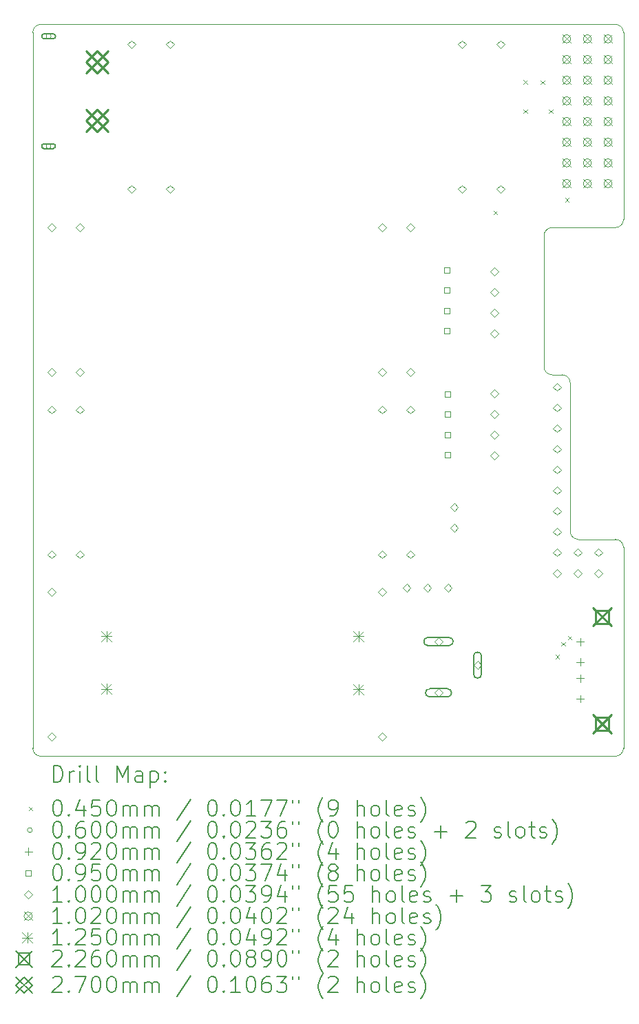
<source format=gbr>
%TF.GenerationSoftware,KiCad,Pcbnew,7.0.8*%
%TF.CreationDate,2024-04-19T19:44:56-04:00*%
%TF.ProjectId,Aero_PDB,4165726f-5f50-4444-922e-6b696361645f,rev?*%
%TF.SameCoordinates,Original*%
%TF.FileFunction,Drillmap*%
%TF.FilePolarity,Positive*%
%FSLAX45Y45*%
G04 Gerber Fmt 4.5, Leading zero omitted, Abs format (unit mm)*
G04 Created by KiCad (PCBNEW 7.0.8) date 2024-04-19 19:44:56*
%MOMM*%
%LPD*%
G01*
G04 APERTURE LIST*
%ADD10C,0.100000*%
%ADD11C,0.200000*%
%ADD12C,0.045000*%
%ADD13C,0.060000*%
%ADD14C,0.092000*%
%ADD15C,0.095000*%
%ADD16C,0.102000*%
%ADD17C,0.125000*%
%ADD18C,0.226000*%
%ADD19C,0.270000*%
G04 APERTURE END LIST*
D10*
X5989320Y-5345100D02*
X5989320Y-14136700D01*
X13153720Y-7741920D02*
G75*
G03*
X13253720Y-7641920I0J100000D01*
G01*
X12275820Y-9450400D02*
G75*
G03*
X12375820Y-9550400I100000J0D01*
G01*
X13153720Y-11572240D02*
X12698400Y-11572240D01*
X13253720Y-11672240D02*
G75*
G03*
X13153720Y-11572240I-100000J0D01*
G01*
X12375820Y-9550400D02*
X12498400Y-9550400D01*
X12275820Y-9450400D02*
X12275820Y-7841920D01*
X12375820Y-7741920D02*
G75*
G03*
X12275820Y-7841920I0J-100000D01*
G01*
X6089320Y-14236700D02*
X13153720Y-14236700D01*
X13153720Y-5245100D02*
X6089320Y-5245100D01*
X6089320Y-5245100D02*
G75*
G03*
X5989320Y-5345100I0J-100000D01*
G01*
X12598400Y-11472240D02*
G75*
G03*
X12698400Y-11572240I100000J0D01*
G01*
X12598400Y-9650400D02*
G75*
G03*
X12498400Y-9550400I-100000J0D01*
G01*
X13253720Y-5345100D02*
G75*
G03*
X13153720Y-5245100I-100000J0D01*
G01*
X12598400Y-11472240D02*
X12598400Y-9650400D01*
X12375820Y-7741920D02*
X13153720Y-7741920D01*
X13253720Y-14136700D02*
X13253720Y-11672240D01*
X5989320Y-14136700D02*
G75*
G03*
X6089320Y-14236700I100000J0D01*
G01*
X13253720Y-7641920D02*
X13253720Y-5345100D01*
X13153720Y-14236700D02*
G75*
G03*
X13253720Y-14136700I0J100000D01*
G01*
D11*
D12*
X11656420Y-7534000D02*
X11701420Y-7579000D01*
X11701420Y-7534000D02*
X11656420Y-7579000D01*
X12025052Y-5931337D02*
X12070052Y-5976337D01*
X12070052Y-5931337D02*
X12025052Y-5976337D01*
X12025140Y-6289400D02*
X12070140Y-6334400D01*
X12070140Y-6289400D02*
X12025140Y-6334400D01*
X12236012Y-5932165D02*
X12281012Y-5977165D01*
X12281012Y-5932165D02*
X12236012Y-5977165D01*
X12337060Y-6290258D02*
X12382060Y-6335258D01*
X12382060Y-6290258D02*
X12337060Y-6335258D01*
X12415564Y-12990576D02*
X12460564Y-13035576D01*
X12460564Y-12990576D02*
X12415564Y-13035576D01*
X12489224Y-12835636D02*
X12534224Y-12880636D01*
X12534224Y-12835636D02*
X12489224Y-12880636D01*
X12538980Y-7379060D02*
X12583980Y-7424060D01*
X12583980Y-7379060D02*
X12538980Y-7424060D01*
X12570250Y-12759690D02*
X12615250Y-12804690D01*
X12615250Y-12759690D02*
X12570250Y-12804690D01*
D13*
X6214340Y-5391200D02*
G75*
G03*
X6214340Y-5391200I-30000J0D01*
G01*
D11*
X6239340Y-5361200D02*
X6129340Y-5361200D01*
X6129340Y-5361200D02*
G75*
G03*
X6129340Y-5421200I0J-30000D01*
G01*
X6129340Y-5421200D02*
X6239340Y-5421200D01*
X6239340Y-5421200D02*
G75*
G03*
X6239340Y-5361200I0J30000D01*
G01*
D13*
X6214340Y-6741200D02*
G75*
G03*
X6214340Y-6741200I-30000J0D01*
G01*
D11*
X6239340Y-6711200D02*
X6129340Y-6711200D01*
X6129340Y-6711200D02*
G75*
G03*
X6129340Y-6771200I0J-30000D01*
G01*
X6129340Y-6771200D02*
X6239340Y-6771200D01*
X6239340Y-6771200D02*
G75*
G03*
X6239340Y-6711200I0J30000D01*
G01*
D14*
X12723070Y-12784970D02*
X12723070Y-12876970D01*
X12677070Y-12830970D02*
X12769070Y-12830970D01*
X12723070Y-13034970D02*
X12723070Y-13126970D01*
X12677070Y-13080970D02*
X12769070Y-13080970D01*
X12723070Y-13234970D02*
X12723070Y-13326970D01*
X12677070Y-13280970D02*
X12769070Y-13280970D01*
X12723070Y-13484970D02*
X12723070Y-13576970D01*
X12677070Y-13530970D02*
X12769070Y-13530970D01*
D15*
X11115608Y-8295508D02*
X11115608Y-8228332D01*
X11048432Y-8228332D01*
X11048432Y-8295508D01*
X11115608Y-8295508D01*
X11115608Y-8545508D02*
X11115608Y-8478332D01*
X11048432Y-8478332D01*
X11048432Y-8545508D01*
X11115608Y-8545508D01*
X11115608Y-8795508D02*
X11115608Y-8728332D01*
X11048432Y-8728332D01*
X11048432Y-8795508D01*
X11115608Y-8795508D01*
X11115608Y-9045508D02*
X11115608Y-8978332D01*
X11048432Y-8978332D01*
X11048432Y-9045508D01*
X11115608Y-9045508D01*
X11125768Y-9819508D02*
X11125768Y-9752332D01*
X11058592Y-9752332D01*
X11058592Y-9819508D01*
X11125768Y-9819508D01*
X11125768Y-10069508D02*
X11125768Y-10002332D01*
X11058592Y-10002332D01*
X11058592Y-10069508D01*
X11125768Y-10069508D01*
X11125768Y-10319508D02*
X11125768Y-10252332D01*
X11058592Y-10252332D01*
X11058592Y-10319508D01*
X11125768Y-10319508D01*
X11125768Y-10569508D02*
X11125768Y-10502332D01*
X11058592Y-10502332D01*
X11058592Y-10569508D01*
X11125768Y-10569508D01*
D10*
X6223000Y-7789380D02*
X6273000Y-7739380D01*
X6223000Y-7689380D01*
X6173000Y-7739380D01*
X6223000Y-7789380D01*
X6223000Y-9567380D02*
X6273000Y-9517380D01*
X6223000Y-9467380D01*
X6173000Y-9517380D01*
X6223000Y-9567380D01*
X6223000Y-10029660D02*
X6273000Y-9979660D01*
X6223000Y-9929660D01*
X6173000Y-9979660D01*
X6223000Y-10029660D01*
X6223000Y-11807660D02*
X6273000Y-11757660D01*
X6223000Y-11707660D01*
X6173000Y-11757660D01*
X6223000Y-11807660D01*
X6223000Y-12269940D02*
X6273000Y-12219940D01*
X6223000Y-12169940D01*
X6173000Y-12219940D01*
X6223000Y-12269940D01*
X6223000Y-14047940D02*
X6273000Y-13997940D01*
X6223000Y-13947940D01*
X6173000Y-13997940D01*
X6223000Y-14047940D01*
X6568440Y-7789380D02*
X6618440Y-7739380D01*
X6568440Y-7689380D01*
X6518440Y-7739380D01*
X6568440Y-7789380D01*
X6568440Y-9567380D02*
X6618440Y-9517380D01*
X6568440Y-9467380D01*
X6518440Y-9517380D01*
X6568440Y-9567380D01*
X6568440Y-10029660D02*
X6618440Y-9979660D01*
X6568440Y-9929660D01*
X6518440Y-9979660D01*
X6568440Y-10029660D01*
X6568440Y-11807660D02*
X6618440Y-11757660D01*
X6568440Y-11707660D01*
X6518440Y-11757660D01*
X6568440Y-11807660D01*
X7200900Y-5541480D02*
X7250900Y-5491480D01*
X7200900Y-5441480D01*
X7150900Y-5491480D01*
X7200900Y-5541480D01*
X7200900Y-7319480D02*
X7250900Y-7269480D01*
X7200900Y-7219480D01*
X7150900Y-7269480D01*
X7200900Y-7319480D01*
X7680960Y-5541480D02*
X7730960Y-5491480D01*
X7680960Y-5441480D01*
X7630960Y-5491480D01*
X7680960Y-5541480D01*
X7680960Y-7319480D02*
X7730960Y-7269480D01*
X7680960Y-7219480D01*
X7630960Y-7269480D01*
X7680960Y-7319480D01*
X10287000Y-7789380D02*
X10337000Y-7739380D01*
X10287000Y-7689380D01*
X10237000Y-7739380D01*
X10287000Y-7789380D01*
X10287000Y-9567380D02*
X10337000Y-9517380D01*
X10287000Y-9467380D01*
X10237000Y-9517380D01*
X10287000Y-9567380D01*
X10287000Y-10029660D02*
X10337000Y-9979660D01*
X10287000Y-9929660D01*
X10237000Y-9979660D01*
X10287000Y-10029660D01*
X10287000Y-11807660D02*
X10337000Y-11757660D01*
X10287000Y-11707660D01*
X10237000Y-11757660D01*
X10287000Y-11807660D01*
X10287000Y-12269940D02*
X10337000Y-12219940D01*
X10287000Y-12169940D01*
X10237000Y-12219940D01*
X10287000Y-12269940D01*
X10287000Y-14047940D02*
X10337000Y-13997940D01*
X10287000Y-13947940D01*
X10237000Y-13997940D01*
X10287000Y-14047940D01*
X10586720Y-12216600D02*
X10636720Y-12166600D01*
X10586720Y-12116600D01*
X10536720Y-12166600D01*
X10586720Y-12216600D01*
X10632440Y-7789380D02*
X10682440Y-7739380D01*
X10632440Y-7689380D01*
X10582440Y-7739380D01*
X10632440Y-7789380D01*
X10632440Y-9567380D02*
X10682440Y-9517380D01*
X10632440Y-9467380D01*
X10582440Y-9517380D01*
X10632440Y-9567380D01*
X10632440Y-10029660D02*
X10682440Y-9979660D01*
X10632440Y-9929660D01*
X10582440Y-9979660D01*
X10632440Y-10029660D01*
X10632440Y-11807660D02*
X10682440Y-11757660D01*
X10632440Y-11707660D01*
X10582440Y-11757660D01*
X10632440Y-11807660D01*
X10840720Y-12216600D02*
X10890720Y-12166600D01*
X10840720Y-12116600D01*
X10790720Y-12166600D01*
X10840720Y-12216600D01*
X10978920Y-12877450D02*
X11028920Y-12827450D01*
X10978920Y-12777450D01*
X10928920Y-12827450D01*
X10978920Y-12877450D01*
D11*
X10848920Y-12877450D02*
X11108920Y-12877450D01*
X11108920Y-12877450D02*
G75*
G03*
X11108920Y-12777450I0J50000D01*
G01*
X11108920Y-12777450D02*
X10848920Y-12777450D01*
X10848920Y-12777450D02*
G75*
G03*
X10848920Y-12877450I0J-50000D01*
G01*
D10*
X10978920Y-13507450D02*
X11028920Y-13457450D01*
X10978920Y-13407450D01*
X10928920Y-13457450D01*
X10978920Y-13507450D01*
D11*
X10868920Y-13507450D02*
X11088920Y-13507450D01*
X11088920Y-13507450D02*
G75*
G03*
X11088920Y-13407450I0J50000D01*
G01*
X11088920Y-13407450D02*
X10868920Y-13407450D01*
X10868920Y-13407450D02*
G75*
G03*
X10868920Y-13507450I0J-50000D01*
G01*
D10*
X11094720Y-12216600D02*
X11144720Y-12166600D01*
X11094720Y-12116600D01*
X11044720Y-12166600D01*
X11094720Y-12216600D01*
X11170920Y-11230000D02*
X11220920Y-11180000D01*
X11170920Y-11130000D01*
X11120920Y-11180000D01*
X11170920Y-11230000D01*
X11170920Y-11480000D02*
X11220920Y-11430000D01*
X11170920Y-11380000D01*
X11120920Y-11430000D01*
X11170920Y-11480000D01*
X11264900Y-5541480D02*
X11314900Y-5491480D01*
X11264900Y-5441480D01*
X11214900Y-5491480D01*
X11264900Y-5541480D01*
X11264900Y-7319480D02*
X11314900Y-7269480D01*
X11264900Y-7219480D01*
X11214900Y-7269480D01*
X11264900Y-7319480D01*
X11458920Y-13167450D02*
X11508920Y-13117450D01*
X11458920Y-13067450D01*
X11408920Y-13117450D01*
X11458920Y-13167450D01*
D11*
X11408920Y-13007450D02*
X11408920Y-13227450D01*
X11408920Y-13227450D02*
G75*
G03*
X11508920Y-13227450I50000J0D01*
G01*
X11508920Y-13227450D02*
X11508920Y-13007450D01*
X11508920Y-13007450D02*
G75*
G03*
X11408920Y-13007450I-50000J0D01*
G01*
D10*
X11666220Y-8330400D02*
X11716220Y-8280400D01*
X11666220Y-8230400D01*
X11616220Y-8280400D01*
X11666220Y-8330400D01*
X11666220Y-8584400D02*
X11716220Y-8534400D01*
X11666220Y-8484400D01*
X11616220Y-8534400D01*
X11666220Y-8584400D01*
X11666220Y-8838400D02*
X11716220Y-8788400D01*
X11666220Y-8738400D01*
X11616220Y-8788400D01*
X11666220Y-8838400D01*
X11666220Y-9092400D02*
X11716220Y-9042400D01*
X11666220Y-8992400D01*
X11616220Y-9042400D01*
X11666220Y-9092400D01*
X11666220Y-9829000D02*
X11716220Y-9779000D01*
X11666220Y-9729000D01*
X11616220Y-9779000D01*
X11666220Y-9829000D01*
X11666220Y-10083000D02*
X11716220Y-10033000D01*
X11666220Y-9983000D01*
X11616220Y-10033000D01*
X11666220Y-10083000D01*
X11666220Y-10337000D02*
X11716220Y-10287000D01*
X11666220Y-10237000D01*
X11616220Y-10287000D01*
X11666220Y-10337000D01*
X11666220Y-10591000D02*
X11716220Y-10541000D01*
X11666220Y-10491000D01*
X11616220Y-10541000D01*
X11666220Y-10591000D01*
X11744960Y-5541480D02*
X11794960Y-5491480D01*
X11744960Y-5441480D01*
X11694960Y-5491480D01*
X11744960Y-5541480D01*
X11744960Y-7319480D02*
X11794960Y-7269480D01*
X11744960Y-7219480D01*
X11694960Y-7269480D01*
X11744960Y-7319480D01*
X12433300Y-9750260D02*
X12483300Y-9700260D01*
X12433300Y-9650260D01*
X12383300Y-9700260D01*
X12433300Y-9750260D01*
X12433300Y-10004260D02*
X12483300Y-9954260D01*
X12433300Y-9904260D01*
X12383300Y-9954260D01*
X12433300Y-10004260D01*
X12433300Y-10258260D02*
X12483300Y-10208260D01*
X12433300Y-10158260D01*
X12383300Y-10208260D01*
X12433300Y-10258260D01*
X12433300Y-10512260D02*
X12483300Y-10462260D01*
X12433300Y-10412260D01*
X12383300Y-10462260D01*
X12433300Y-10512260D01*
X12433300Y-10766260D02*
X12483300Y-10716260D01*
X12433300Y-10666260D01*
X12383300Y-10716260D01*
X12433300Y-10766260D01*
X12433300Y-11020260D02*
X12483300Y-10970260D01*
X12433300Y-10920260D01*
X12383300Y-10970260D01*
X12433300Y-11020260D01*
X12433300Y-11274260D02*
X12483300Y-11224260D01*
X12433300Y-11174260D01*
X12383300Y-11224260D01*
X12433300Y-11274260D01*
X12433300Y-11528260D02*
X12483300Y-11478260D01*
X12433300Y-11428260D01*
X12383300Y-11478260D01*
X12433300Y-11528260D01*
X12433300Y-11782260D02*
X12483300Y-11732260D01*
X12433300Y-11682260D01*
X12383300Y-11732260D01*
X12433300Y-11782260D01*
X12433707Y-12038800D02*
X12483707Y-11988800D01*
X12433707Y-11938800D01*
X12383707Y-11988800D01*
X12433707Y-12038800D01*
X12687300Y-11782260D02*
X12737300Y-11732260D01*
X12687300Y-11682260D01*
X12637300Y-11732260D01*
X12687300Y-11782260D01*
X12687707Y-12038800D02*
X12737707Y-11988800D01*
X12687707Y-11938800D01*
X12637707Y-11988800D01*
X12687707Y-12038800D01*
X12941300Y-11782260D02*
X12991300Y-11732260D01*
X12941300Y-11682260D01*
X12891300Y-11732260D01*
X12941300Y-11782260D01*
X12941707Y-12038800D02*
X12991707Y-11988800D01*
X12941707Y-11938800D01*
X12891707Y-11988800D01*
X12941707Y-12038800D01*
D16*
X12504220Y-5371900D02*
X12606220Y-5473900D01*
X12606220Y-5371900D02*
X12504220Y-5473900D01*
X12606220Y-5422900D02*
G75*
G03*
X12606220Y-5422900I-51000J0D01*
G01*
X12504220Y-5625900D02*
X12606220Y-5727900D01*
X12606220Y-5625900D02*
X12504220Y-5727900D01*
X12606220Y-5676900D02*
G75*
G03*
X12606220Y-5676900I-51000J0D01*
G01*
X12504220Y-5879900D02*
X12606220Y-5981900D01*
X12606220Y-5879900D02*
X12504220Y-5981900D01*
X12606220Y-5930900D02*
G75*
G03*
X12606220Y-5930900I-51000J0D01*
G01*
X12504220Y-6133900D02*
X12606220Y-6235900D01*
X12606220Y-6133900D02*
X12504220Y-6235900D01*
X12606220Y-6184900D02*
G75*
G03*
X12606220Y-6184900I-51000J0D01*
G01*
X12504220Y-6387900D02*
X12606220Y-6489900D01*
X12606220Y-6387900D02*
X12504220Y-6489900D01*
X12606220Y-6438900D02*
G75*
G03*
X12606220Y-6438900I-51000J0D01*
G01*
X12504220Y-6641900D02*
X12606220Y-6743900D01*
X12606220Y-6641900D02*
X12504220Y-6743900D01*
X12606220Y-6692900D02*
G75*
G03*
X12606220Y-6692900I-51000J0D01*
G01*
X12504220Y-6895900D02*
X12606220Y-6997900D01*
X12606220Y-6895900D02*
X12504220Y-6997900D01*
X12606220Y-6946900D02*
G75*
G03*
X12606220Y-6946900I-51000J0D01*
G01*
X12504220Y-7149900D02*
X12606220Y-7251900D01*
X12606220Y-7149900D02*
X12504220Y-7251900D01*
X12606220Y-7200900D02*
G75*
G03*
X12606220Y-7200900I-51000J0D01*
G01*
X12758220Y-5371900D02*
X12860220Y-5473900D01*
X12860220Y-5371900D02*
X12758220Y-5473900D01*
X12860220Y-5422900D02*
G75*
G03*
X12860220Y-5422900I-51000J0D01*
G01*
X12758220Y-5625900D02*
X12860220Y-5727900D01*
X12860220Y-5625900D02*
X12758220Y-5727900D01*
X12860220Y-5676900D02*
G75*
G03*
X12860220Y-5676900I-51000J0D01*
G01*
X12758220Y-5879900D02*
X12860220Y-5981900D01*
X12860220Y-5879900D02*
X12758220Y-5981900D01*
X12860220Y-5930900D02*
G75*
G03*
X12860220Y-5930900I-51000J0D01*
G01*
X12758220Y-6133900D02*
X12860220Y-6235900D01*
X12860220Y-6133900D02*
X12758220Y-6235900D01*
X12860220Y-6184900D02*
G75*
G03*
X12860220Y-6184900I-51000J0D01*
G01*
X12758220Y-6387900D02*
X12860220Y-6489900D01*
X12860220Y-6387900D02*
X12758220Y-6489900D01*
X12860220Y-6438900D02*
G75*
G03*
X12860220Y-6438900I-51000J0D01*
G01*
X12758220Y-6641900D02*
X12860220Y-6743900D01*
X12860220Y-6641900D02*
X12758220Y-6743900D01*
X12860220Y-6692900D02*
G75*
G03*
X12860220Y-6692900I-51000J0D01*
G01*
X12758220Y-6895900D02*
X12860220Y-6997900D01*
X12860220Y-6895900D02*
X12758220Y-6997900D01*
X12860220Y-6946900D02*
G75*
G03*
X12860220Y-6946900I-51000J0D01*
G01*
X12758220Y-7149900D02*
X12860220Y-7251900D01*
X12860220Y-7149900D02*
X12758220Y-7251900D01*
X12860220Y-7200900D02*
G75*
G03*
X12860220Y-7200900I-51000J0D01*
G01*
X13012220Y-5371900D02*
X13114220Y-5473900D01*
X13114220Y-5371900D02*
X13012220Y-5473900D01*
X13114220Y-5422900D02*
G75*
G03*
X13114220Y-5422900I-51000J0D01*
G01*
X13012220Y-5625900D02*
X13114220Y-5727900D01*
X13114220Y-5625900D02*
X13012220Y-5727900D01*
X13114220Y-5676900D02*
G75*
G03*
X13114220Y-5676900I-51000J0D01*
G01*
X13012220Y-5879900D02*
X13114220Y-5981900D01*
X13114220Y-5879900D02*
X13012220Y-5981900D01*
X13114220Y-5930900D02*
G75*
G03*
X13114220Y-5930900I-51000J0D01*
G01*
X13012220Y-6133900D02*
X13114220Y-6235900D01*
X13114220Y-6133900D02*
X13012220Y-6235900D01*
X13114220Y-6184900D02*
G75*
G03*
X13114220Y-6184900I-51000J0D01*
G01*
X13012220Y-6387900D02*
X13114220Y-6489900D01*
X13114220Y-6387900D02*
X13012220Y-6489900D01*
X13114220Y-6438900D02*
G75*
G03*
X13114220Y-6438900I-51000J0D01*
G01*
X13012220Y-6641900D02*
X13114220Y-6743900D01*
X13114220Y-6641900D02*
X13012220Y-6743900D01*
X13114220Y-6692900D02*
G75*
G03*
X13114220Y-6692900I-51000J0D01*
G01*
X13012220Y-6895900D02*
X13114220Y-6997900D01*
X13114220Y-6895900D02*
X13012220Y-6997900D01*
X13114220Y-6946900D02*
G75*
G03*
X13114220Y-6946900I-51000J0D01*
G01*
X13012220Y-7149900D02*
X13114220Y-7251900D01*
X13114220Y-7149900D02*
X13012220Y-7251900D01*
X13114220Y-7200900D02*
G75*
G03*
X13114220Y-7200900I-51000J0D01*
G01*
D17*
X6833600Y-12701160D02*
X6958600Y-12826160D01*
X6958600Y-12701160D02*
X6833600Y-12826160D01*
X6896100Y-12701160D02*
X6896100Y-12826160D01*
X6833600Y-12763660D02*
X6958600Y-12763660D01*
X6833600Y-13346160D02*
X6958600Y-13471160D01*
X6958600Y-13346160D02*
X6833600Y-13471160D01*
X6896100Y-13346160D02*
X6896100Y-13471160D01*
X6833600Y-13408660D02*
X6958600Y-13408660D01*
X9933600Y-12701160D02*
X10058600Y-12826160D01*
X10058600Y-12701160D02*
X9933600Y-12826160D01*
X9996100Y-12701160D02*
X9996100Y-12826160D01*
X9933600Y-12763660D02*
X10058600Y-12763660D01*
X9933600Y-13351160D02*
X10058600Y-13476160D01*
X10058600Y-13351160D02*
X9933600Y-13476160D01*
X9996100Y-13351160D02*
X9996100Y-13476160D01*
X9933600Y-13413660D02*
X10058600Y-13413660D01*
D18*
X12881070Y-12410970D02*
X13107070Y-12636970D01*
X13107070Y-12410970D02*
X12881070Y-12636970D01*
X13073974Y-12603874D02*
X13073974Y-12444066D01*
X12914166Y-12444066D01*
X12914166Y-12603874D01*
X13073974Y-12603874D01*
X12881070Y-13724970D02*
X13107070Y-13950970D01*
X13107070Y-13724970D02*
X12881070Y-13950970D01*
X13073974Y-13917874D02*
X13073974Y-13758066D01*
X12914166Y-13758066D01*
X12914166Y-13917874D01*
X13073974Y-13917874D01*
D19*
X6649340Y-5571200D02*
X6919340Y-5841200D01*
X6919340Y-5571200D02*
X6649340Y-5841200D01*
X6784340Y-5841200D02*
X6919340Y-5706200D01*
X6784340Y-5571200D01*
X6649340Y-5706200D01*
X6784340Y-5841200D01*
X6649340Y-6291200D02*
X6919340Y-6561200D01*
X6919340Y-6291200D02*
X6649340Y-6561200D01*
X6784340Y-6561200D02*
X6919340Y-6426200D01*
X6784340Y-6291200D01*
X6649340Y-6426200D01*
X6784340Y-6561200D01*
D11*
X6245097Y-14553184D02*
X6245097Y-14353184D01*
X6245097Y-14353184D02*
X6292716Y-14353184D01*
X6292716Y-14353184D02*
X6321287Y-14362708D01*
X6321287Y-14362708D02*
X6340335Y-14381755D01*
X6340335Y-14381755D02*
X6349859Y-14400803D01*
X6349859Y-14400803D02*
X6359382Y-14438898D01*
X6359382Y-14438898D02*
X6359382Y-14467469D01*
X6359382Y-14467469D02*
X6349859Y-14505565D01*
X6349859Y-14505565D02*
X6340335Y-14524612D01*
X6340335Y-14524612D02*
X6321287Y-14543660D01*
X6321287Y-14543660D02*
X6292716Y-14553184D01*
X6292716Y-14553184D02*
X6245097Y-14553184D01*
X6445097Y-14553184D02*
X6445097Y-14419850D01*
X6445097Y-14457946D02*
X6454621Y-14438898D01*
X6454621Y-14438898D02*
X6464144Y-14429374D01*
X6464144Y-14429374D02*
X6483192Y-14419850D01*
X6483192Y-14419850D02*
X6502240Y-14419850D01*
X6568906Y-14553184D02*
X6568906Y-14419850D01*
X6568906Y-14353184D02*
X6559382Y-14362708D01*
X6559382Y-14362708D02*
X6568906Y-14372231D01*
X6568906Y-14372231D02*
X6578430Y-14362708D01*
X6578430Y-14362708D02*
X6568906Y-14353184D01*
X6568906Y-14353184D02*
X6568906Y-14372231D01*
X6692716Y-14553184D02*
X6673668Y-14543660D01*
X6673668Y-14543660D02*
X6664144Y-14524612D01*
X6664144Y-14524612D02*
X6664144Y-14353184D01*
X6797478Y-14553184D02*
X6778430Y-14543660D01*
X6778430Y-14543660D02*
X6768906Y-14524612D01*
X6768906Y-14524612D02*
X6768906Y-14353184D01*
X7026049Y-14553184D02*
X7026049Y-14353184D01*
X7026049Y-14353184D02*
X7092716Y-14496041D01*
X7092716Y-14496041D02*
X7159382Y-14353184D01*
X7159382Y-14353184D02*
X7159382Y-14553184D01*
X7340335Y-14553184D02*
X7340335Y-14448422D01*
X7340335Y-14448422D02*
X7330811Y-14429374D01*
X7330811Y-14429374D02*
X7311763Y-14419850D01*
X7311763Y-14419850D02*
X7273668Y-14419850D01*
X7273668Y-14419850D02*
X7254621Y-14429374D01*
X7340335Y-14543660D02*
X7321287Y-14553184D01*
X7321287Y-14553184D02*
X7273668Y-14553184D01*
X7273668Y-14553184D02*
X7254621Y-14543660D01*
X7254621Y-14543660D02*
X7245097Y-14524612D01*
X7245097Y-14524612D02*
X7245097Y-14505565D01*
X7245097Y-14505565D02*
X7254621Y-14486517D01*
X7254621Y-14486517D02*
X7273668Y-14476993D01*
X7273668Y-14476993D02*
X7321287Y-14476993D01*
X7321287Y-14476993D02*
X7340335Y-14467469D01*
X7435573Y-14419850D02*
X7435573Y-14619850D01*
X7435573Y-14429374D02*
X7454621Y-14419850D01*
X7454621Y-14419850D02*
X7492716Y-14419850D01*
X7492716Y-14419850D02*
X7511763Y-14429374D01*
X7511763Y-14429374D02*
X7521287Y-14438898D01*
X7521287Y-14438898D02*
X7530811Y-14457946D01*
X7530811Y-14457946D02*
X7530811Y-14515088D01*
X7530811Y-14515088D02*
X7521287Y-14534136D01*
X7521287Y-14534136D02*
X7511763Y-14543660D01*
X7511763Y-14543660D02*
X7492716Y-14553184D01*
X7492716Y-14553184D02*
X7454621Y-14553184D01*
X7454621Y-14553184D02*
X7435573Y-14543660D01*
X7616525Y-14534136D02*
X7626049Y-14543660D01*
X7626049Y-14543660D02*
X7616525Y-14553184D01*
X7616525Y-14553184D02*
X7607002Y-14543660D01*
X7607002Y-14543660D02*
X7616525Y-14534136D01*
X7616525Y-14534136D02*
X7616525Y-14553184D01*
X7616525Y-14429374D02*
X7626049Y-14438898D01*
X7626049Y-14438898D02*
X7616525Y-14448422D01*
X7616525Y-14448422D02*
X7607002Y-14438898D01*
X7607002Y-14438898D02*
X7616525Y-14429374D01*
X7616525Y-14429374D02*
X7616525Y-14448422D01*
D12*
X5939320Y-14859200D02*
X5984320Y-14904200D01*
X5984320Y-14859200D02*
X5939320Y-14904200D01*
D11*
X6283192Y-14773184D02*
X6302240Y-14773184D01*
X6302240Y-14773184D02*
X6321287Y-14782708D01*
X6321287Y-14782708D02*
X6330811Y-14792231D01*
X6330811Y-14792231D02*
X6340335Y-14811279D01*
X6340335Y-14811279D02*
X6349859Y-14849374D01*
X6349859Y-14849374D02*
X6349859Y-14896993D01*
X6349859Y-14896993D02*
X6340335Y-14935088D01*
X6340335Y-14935088D02*
X6330811Y-14954136D01*
X6330811Y-14954136D02*
X6321287Y-14963660D01*
X6321287Y-14963660D02*
X6302240Y-14973184D01*
X6302240Y-14973184D02*
X6283192Y-14973184D01*
X6283192Y-14973184D02*
X6264144Y-14963660D01*
X6264144Y-14963660D02*
X6254621Y-14954136D01*
X6254621Y-14954136D02*
X6245097Y-14935088D01*
X6245097Y-14935088D02*
X6235573Y-14896993D01*
X6235573Y-14896993D02*
X6235573Y-14849374D01*
X6235573Y-14849374D02*
X6245097Y-14811279D01*
X6245097Y-14811279D02*
X6254621Y-14792231D01*
X6254621Y-14792231D02*
X6264144Y-14782708D01*
X6264144Y-14782708D02*
X6283192Y-14773184D01*
X6435573Y-14954136D02*
X6445097Y-14963660D01*
X6445097Y-14963660D02*
X6435573Y-14973184D01*
X6435573Y-14973184D02*
X6426049Y-14963660D01*
X6426049Y-14963660D02*
X6435573Y-14954136D01*
X6435573Y-14954136D02*
X6435573Y-14973184D01*
X6616525Y-14839850D02*
X6616525Y-14973184D01*
X6568906Y-14763660D02*
X6521287Y-14906517D01*
X6521287Y-14906517D02*
X6645097Y-14906517D01*
X6816525Y-14773184D02*
X6721287Y-14773184D01*
X6721287Y-14773184D02*
X6711763Y-14868422D01*
X6711763Y-14868422D02*
X6721287Y-14858898D01*
X6721287Y-14858898D02*
X6740335Y-14849374D01*
X6740335Y-14849374D02*
X6787954Y-14849374D01*
X6787954Y-14849374D02*
X6807002Y-14858898D01*
X6807002Y-14858898D02*
X6816525Y-14868422D01*
X6816525Y-14868422D02*
X6826049Y-14887469D01*
X6826049Y-14887469D02*
X6826049Y-14935088D01*
X6826049Y-14935088D02*
X6816525Y-14954136D01*
X6816525Y-14954136D02*
X6807002Y-14963660D01*
X6807002Y-14963660D02*
X6787954Y-14973184D01*
X6787954Y-14973184D02*
X6740335Y-14973184D01*
X6740335Y-14973184D02*
X6721287Y-14963660D01*
X6721287Y-14963660D02*
X6711763Y-14954136D01*
X6949859Y-14773184D02*
X6968906Y-14773184D01*
X6968906Y-14773184D02*
X6987954Y-14782708D01*
X6987954Y-14782708D02*
X6997478Y-14792231D01*
X6997478Y-14792231D02*
X7007002Y-14811279D01*
X7007002Y-14811279D02*
X7016525Y-14849374D01*
X7016525Y-14849374D02*
X7016525Y-14896993D01*
X7016525Y-14896993D02*
X7007002Y-14935088D01*
X7007002Y-14935088D02*
X6997478Y-14954136D01*
X6997478Y-14954136D02*
X6987954Y-14963660D01*
X6987954Y-14963660D02*
X6968906Y-14973184D01*
X6968906Y-14973184D02*
X6949859Y-14973184D01*
X6949859Y-14973184D02*
X6930811Y-14963660D01*
X6930811Y-14963660D02*
X6921287Y-14954136D01*
X6921287Y-14954136D02*
X6911763Y-14935088D01*
X6911763Y-14935088D02*
X6902240Y-14896993D01*
X6902240Y-14896993D02*
X6902240Y-14849374D01*
X6902240Y-14849374D02*
X6911763Y-14811279D01*
X6911763Y-14811279D02*
X6921287Y-14792231D01*
X6921287Y-14792231D02*
X6930811Y-14782708D01*
X6930811Y-14782708D02*
X6949859Y-14773184D01*
X7102240Y-14973184D02*
X7102240Y-14839850D01*
X7102240Y-14858898D02*
X7111763Y-14849374D01*
X7111763Y-14849374D02*
X7130811Y-14839850D01*
X7130811Y-14839850D02*
X7159383Y-14839850D01*
X7159383Y-14839850D02*
X7178430Y-14849374D01*
X7178430Y-14849374D02*
X7187954Y-14868422D01*
X7187954Y-14868422D02*
X7187954Y-14973184D01*
X7187954Y-14868422D02*
X7197478Y-14849374D01*
X7197478Y-14849374D02*
X7216525Y-14839850D01*
X7216525Y-14839850D02*
X7245097Y-14839850D01*
X7245097Y-14839850D02*
X7264144Y-14849374D01*
X7264144Y-14849374D02*
X7273668Y-14868422D01*
X7273668Y-14868422D02*
X7273668Y-14973184D01*
X7368906Y-14973184D02*
X7368906Y-14839850D01*
X7368906Y-14858898D02*
X7378430Y-14849374D01*
X7378430Y-14849374D02*
X7397478Y-14839850D01*
X7397478Y-14839850D02*
X7426049Y-14839850D01*
X7426049Y-14839850D02*
X7445097Y-14849374D01*
X7445097Y-14849374D02*
X7454621Y-14868422D01*
X7454621Y-14868422D02*
X7454621Y-14973184D01*
X7454621Y-14868422D02*
X7464144Y-14849374D01*
X7464144Y-14849374D02*
X7483192Y-14839850D01*
X7483192Y-14839850D02*
X7511763Y-14839850D01*
X7511763Y-14839850D02*
X7530811Y-14849374D01*
X7530811Y-14849374D02*
X7540335Y-14868422D01*
X7540335Y-14868422D02*
X7540335Y-14973184D01*
X7930811Y-14763660D02*
X7759383Y-15020803D01*
X8187954Y-14773184D02*
X8207002Y-14773184D01*
X8207002Y-14773184D02*
X8226049Y-14782708D01*
X8226049Y-14782708D02*
X8235573Y-14792231D01*
X8235573Y-14792231D02*
X8245097Y-14811279D01*
X8245097Y-14811279D02*
X8254621Y-14849374D01*
X8254621Y-14849374D02*
X8254621Y-14896993D01*
X8254621Y-14896993D02*
X8245097Y-14935088D01*
X8245097Y-14935088D02*
X8235573Y-14954136D01*
X8235573Y-14954136D02*
X8226049Y-14963660D01*
X8226049Y-14963660D02*
X8207002Y-14973184D01*
X8207002Y-14973184D02*
X8187954Y-14973184D01*
X8187954Y-14973184D02*
X8168906Y-14963660D01*
X8168906Y-14963660D02*
X8159383Y-14954136D01*
X8159383Y-14954136D02*
X8149859Y-14935088D01*
X8149859Y-14935088D02*
X8140335Y-14896993D01*
X8140335Y-14896993D02*
X8140335Y-14849374D01*
X8140335Y-14849374D02*
X8149859Y-14811279D01*
X8149859Y-14811279D02*
X8159383Y-14792231D01*
X8159383Y-14792231D02*
X8168906Y-14782708D01*
X8168906Y-14782708D02*
X8187954Y-14773184D01*
X8340335Y-14954136D02*
X8349859Y-14963660D01*
X8349859Y-14963660D02*
X8340335Y-14973184D01*
X8340335Y-14973184D02*
X8330811Y-14963660D01*
X8330811Y-14963660D02*
X8340335Y-14954136D01*
X8340335Y-14954136D02*
X8340335Y-14973184D01*
X8473668Y-14773184D02*
X8492716Y-14773184D01*
X8492716Y-14773184D02*
X8511764Y-14782708D01*
X8511764Y-14782708D02*
X8521288Y-14792231D01*
X8521288Y-14792231D02*
X8530811Y-14811279D01*
X8530811Y-14811279D02*
X8540335Y-14849374D01*
X8540335Y-14849374D02*
X8540335Y-14896993D01*
X8540335Y-14896993D02*
X8530811Y-14935088D01*
X8530811Y-14935088D02*
X8521288Y-14954136D01*
X8521288Y-14954136D02*
X8511764Y-14963660D01*
X8511764Y-14963660D02*
X8492716Y-14973184D01*
X8492716Y-14973184D02*
X8473668Y-14973184D01*
X8473668Y-14973184D02*
X8454621Y-14963660D01*
X8454621Y-14963660D02*
X8445097Y-14954136D01*
X8445097Y-14954136D02*
X8435573Y-14935088D01*
X8435573Y-14935088D02*
X8426049Y-14896993D01*
X8426049Y-14896993D02*
X8426049Y-14849374D01*
X8426049Y-14849374D02*
X8435573Y-14811279D01*
X8435573Y-14811279D02*
X8445097Y-14792231D01*
X8445097Y-14792231D02*
X8454621Y-14782708D01*
X8454621Y-14782708D02*
X8473668Y-14773184D01*
X8730811Y-14973184D02*
X8616526Y-14973184D01*
X8673668Y-14973184D02*
X8673668Y-14773184D01*
X8673668Y-14773184D02*
X8654621Y-14801755D01*
X8654621Y-14801755D02*
X8635573Y-14820803D01*
X8635573Y-14820803D02*
X8616526Y-14830327D01*
X8797478Y-14773184D02*
X8930811Y-14773184D01*
X8930811Y-14773184D02*
X8845097Y-14973184D01*
X8987954Y-14773184D02*
X9121288Y-14773184D01*
X9121288Y-14773184D02*
X9035573Y-14973184D01*
X9187954Y-14773184D02*
X9187954Y-14811279D01*
X9264145Y-14773184D02*
X9264145Y-14811279D01*
X9559383Y-15049374D02*
X9549859Y-15039850D01*
X9549859Y-15039850D02*
X9530811Y-15011279D01*
X9530811Y-15011279D02*
X9521288Y-14992231D01*
X9521288Y-14992231D02*
X9511764Y-14963660D01*
X9511764Y-14963660D02*
X9502240Y-14916041D01*
X9502240Y-14916041D02*
X9502240Y-14877946D01*
X9502240Y-14877946D02*
X9511764Y-14830327D01*
X9511764Y-14830327D02*
X9521288Y-14801755D01*
X9521288Y-14801755D02*
X9530811Y-14782708D01*
X9530811Y-14782708D02*
X9549859Y-14754136D01*
X9549859Y-14754136D02*
X9559383Y-14744612D01*
X9645097Y-14973184D02*
X9683192Y-14973184D01*
X9683192Y-14973184D02*
X9702240Y-14963660D01*
X9702240Y-14963660D02*
X9711764Y-14954136D01*
X9711764Y-14954136D02*
X9730811Y-14925565D01*
X9730811Y-14925565D02*
X9740335Y-14887469D01*
X9740335Y-14887469D02*
X9740335Y-14811279D01*
X9740335Y-14811279D02*
X9730811Y-14792231D01*
X9730811Y-14792231D02*
X9721288Y-14782708D01*
X9721288Y-14782708D02*
X9702240Y-14773184D01*
X9702240Y-14773184D02*
X9664145Y-14773184D01*
X9664145Y-14773184D02*
X9645097Y-14782708D01*
X9645097Y-14782708D02*
X9635573Y-14792231D01*
X9635573Y-14792231D02*
X9626050Y-14811279D01*
X9626050Y-14811279D02*
X9626050Y-14858898D01*
X9626050Y-14858898D02*
X9635573Y-14877946D01*
X9635573Y-14877946D02*
X9645097Y-14887469D01*
X9645097Y-14887469D02*
X9664145Y-14896993D01*
X9664145Y-14896993D02*
X9702240Y-14896993D01*
X9702240Y-14896993D02*
X9721288Y-14887469D01*
X9721288Y-14887469D02*
X9730811Y-14877946D01*
X9730811Y-14877946D02*
X9740335Y-14858898D01*
X9978431Y-14973184D02*
X9978431Y-14773184D01*
X10064145Y-14973184D02*
X10064145Y-14868422D01*
X10064145Y-14868422D02*
X10054621Y-14849374D01*
X10054621Y-14849374D02*
X10035573Y-14839850D01*
X10035573Y-14839850D02*
X10007002Y-14839850D01*
X10007002Y-14839850D02*
X9987954Y-14849374D01*
X9987954Y-14849374D02*
X9978431Y-14858898D01*
X10187954Y-14973184D02*
X10168907Y-14963660D01*
X10168907Y-14963660D02*
X10159383Y-14954136D01*
X10159383Y-14954136D02*
X10149859Y-14935088D01*
X10149859Y-14935088D02*
X10149859Y-14877946D01*
X10149859Y-14877946D02*
X10159383Y-14858898D01*
X10159383Y-14858898D02*
X10168907Y-14849374D01*
X10168907Y-14849374D02*
X10187954Y-14839850D01*
X10187954Y-14839850D02*
X10216526Y-14839850D01*
X10216526Y-14839850D02*
X10235573Y-14849374D01*
X10235573Y-14849374D02*
X10245097Y-14858898D01*
X10245097Y-14858898D02*
X10254621Y-14877946D01*
X10254621Y-14877946D02*
X10254621Y-14935088D01*
X10254621Y-14935088D02*
X10245097Y-14954136D01*
X10245097Y-14954136D02*
X10235573Y-14963660D01*
X10235573Y-14963660D02*
X10216526Y-14973184D01*
X10216526Y-14973184D02*
X10187954Y-14973184D01*
X10368907Y-14973184D02*
X10349859Y-14963660D01*
X10349859Y-14963660D02*
X10340335Y-14944612D01*
X10340335Y-14944612D02*
X10340335Y-14773184D01*
X10521288Y-14963660D02*
X10502240Y-14973184D01*
X10502240Y-14973184D02*
X10464145Y-14973184D01*
X10464145Y-14973184D02*
X10445097Y-14963660D01*
X10445097Y-14963660D02*
X10435573Y-14944612D01*
X10435573Y-14944612D02*
X10435573Y-14868422D01*
X10435573Y-14868422D02*
X10445097Y-14849374D01*
X10445097Y-14849374D02*
X10464145Y-14839850D01*
X10464145Y-14839850D02*
X10502240Y-14839850D01*
X10502240Y-14839850D02*
X10521288Y-14849374D01*
X10521288Y-14849374D02*
X10530812Y-14868422D01*
X10530812Y-14868422D02*
X10530812Y-14887469D01*
X10530812Y-14887469D02*
X10435573Y-14906517D01*
X10607002Y-14963660D02*
X10626050Y-14973184D01*
X10626050Y-14973184D02*
X10664145Y-14973184D01*
X10664145Y-14973184D02*
X10683193Y-14963660D01*
X10683193Y-14963660D02*
X10692716Y-14944612D01*
X10692716Y-14944612D02*
X10692716Y-14935088D01*
X10692716Y-14935088D02*
X10683193Y-14916041D01*
X10683193Y-14916041D02*
X10664145Y-14906517D01*
X10664145Y-14906517D02*
X10635573Y-14906517D01*
X10635573Y-14906517D02*
X10616526Y-14896993D01*
X10616526Y-14896993D02*
X10607002Y-14877946D01*
X10607002Y-14877946D02*
X10607002Y-14868422D01*
X10607002Y-14868422D02*
X10616526Y-14849374D01*
X10616526Y-14849374D02*
X10635573Y-14839850D01*
X10635573Y-14839850D02*
X10664145Y-14839850D01*
X10664145Y-14839850D02*
X10683193Y-14849374D01*
X10759383Y-15049374D02*
X10768907Y-15039850D01*
X10768907Y-15039850D02*
X10787954Y-15011279D01*
X10787954Y-15011279D02*
X10797478Y-14992231D01*
X10797478Y-14992231D02*
X10807002Y-14963660D01*
X10807002Y-14963660D02*
X10816526Y-14916041D01*
X10816526Y-14916041D02*
X10816526Y-14877946D01*
X10816526Y-14877946D02*
X10807002Y-14830327D01*
X10807002Y-14830327D02*
X10797478Y-14801755D01*
X10797478Y-14801755D02*
X10787954Y-14782708D01*
X10787954Y-14782708D02*
X10768907Y-14754136D01*
X10768907Y-14754136D02*
X10759383Y-14744612D01*
D13*
X5984320Y-15145700D02*
G75*
G03*
X5984320Y-15145700I-30000J0D01*
G01*
D11*
X6283192Y-15037184D02*
X6302240Y-15037184D01*
X6302240Y-15037184D02*
X6321287Y-15046708D01*
X6321287Y-15046708D02*
X6330811Y-15056231D01*
X6330811Y-15056231D02*
X6340335Y-15075279D01*
X6340335Y-15075279D02*
X6349859Y-15113374D01*
X6349859Y-15113374D02*
X6349859Y-15160993D01*
X6349859Y-15160993D02*
X6340335Y-15199088D01*
X6340335Y-15199088D02*
X6330811Y-15218136D01*
X6330811Y-15218136D02*
X6321287Y-15227660D01*
X6321287Y-15227660D02*
X6302240Y-15237184D01*
X6302240Y-15237184D02*
X6283192Y-15237184D01*
X6283192Y-15237184D02*
X6264144Y-15227660D01*
X6264144Y-15227660D02*
X6254621Y-15218136D01*
X6254621Y-15218136D02*
X6245097Y-15199088D01*
X6245097Y-15199088D02*
X6235573Y-15160993D01*
X6235573Y-15160993D02*
X6235573Y-15113374D01*
X6235573Y-15113374D02*
X6245097Y-15075279D01*
X6245097Y-15075279D02*
X6254621Y-15056231D01*
X6254621Y-15056231D02*
X6264144Y-15046708D01*
X6264144Y-15046708D02*
X6283192Y-15037184D01*
X6435573Y-15218136D02*
X6445097Y-15227660D01*
X6445097Y-15227660D02*
X6435573Y-15237184D01*
X6435573Y-15237184D02*
X6426049Y-15227660D01*
X6426049Y-15227660D02*
X6435573Y-15218136D01*
X6435573Y-15218136D02*
X6435573Y-15237184D01*
X6616525Y-15037184D02*
X6578430Y-15037184D01*
X6578430Y-15037184D02*
X6559382Y-15046708D01*
X6559382Y-15046708D02*
X6549859Y-15056231D01*
X6549859Y-15056231D02*
X6530811Y-15084803D01*
X6530811Y-15084803D02*
X6521287Y-15122898D01*
X6521287Y-15122898D02*
X6521287Y-15199088D01*
X6521287Y-15199088D02*
X6530811Y-15218136D01*
X6530811Y-15218136D02*
X6540335Y-15227660D01*
X6540335Y-15227660D02*
X6559382Y-15237184D01*
X6559382Y-15237184D02*
X6597478Y-15237184D01*
X6597478Y-15237184D02*
X6616525Y-15227660D01*
X6616525Y-15227660D02*
X6626049Y-15218136D01*
X6626049Y-15218136D02*
X6635573Y-15199088D01*
X6635573Y-15199088D02*
X6635573Y-15151469D01*
X6635573Y-15151469D02*
X6626049Y-15132422D01*
X6626049Y-15132422D02*
X6616525Y-15122898D01*
X6616525Y-15122898D02*
X6597478Y-15113374D01*
X6597478Y-15113374D02*
X6559382Y-15113374D01*
X6559382Y-15113374D02*
X6540335Y-15122898D01*
X6540335Y-15122898D02*
X6530811Y-15132422D01*
X6530811Y-15132422D02*
X6521287Y-15151469D01*
X6759382Y-15037184D02*
X6778430Y-15037184D01*
X6778430Y-15037184D02*
X6797478Y-15046708D01*
X6797478Y-15046708D02*
X6807002Y-15056231D01*
X6807002Y-15056231D02*
X6816525Y-15075279D01*
X6816525Y-15075279D02*
X6826049Y-15113374D01*
X6826049Y-15113374D02*
X6826049Y-15160993D01*
X6826049Y-15160993D02*
X6816525Y-15199088D01*
X6816525Y-15199088D02*
X6807002Y-15218136D01*
X6807002Y-15218136D02*
X6797478Y-15227660D01*
X6797478Y-15227660D02*
X6778430Y-15237184D01*
X6778430Y-15237184D02*
X6759382Y-15237184D01*
X6759382Y-15237184D02*
X6740335Y-15227660D01*
X6740335Y-15227660D02*
X6730811Y-15218136D01*
X6730811Y-15218136D02*
X6721287Y-15199088D01*
X6721287Y-15199088D02*
X6711763Y-15160993D01*
X6711763Y-15160993D02*
X6711763Y-15113374D01*
X6711763Y-15113374D02*
X6721287Y-15075279D01*
X6721287Y-15075279D02*
X6730811Y-15056231D01*
X6730811Y-15056231D02*
X6740335Y-15046708D01*
X6740335Y-15046708D02*
X6759382Y-15037184D01*
X6949859Y-15037184D02*
X6968906Y-15037184D01*
X6968906Y-15037184D02*
X6987954Y-15046708D01*
X6987954Y-15046708D02*
X6997478Y-15056231D01*
X6997478Y-15056231D02*
X7007002Y-15075279D01*
X7007002Y-15075279D02*
X7016525Y-15113374D01*
X7016525Y-15113374D02*
X7016525Y-15160993D01*
X7016525Y-15160993D02*
X7007002Y-15199088D01*
X7007002Y-15199088D02*
X6997478Y-15218136D01*
X6997478Y-15218136D02*
X6987954Y-15227660D01*
X6987954Y-15227660D02*
X6968906Y-15237184D01*
X6968906Y-15237184D02*
X6949859Y-15237184D01*
X6949859Y-15237184D02*
X6930811Y-15227660D01*
X6930811Y-15227660D02*
X6921287Y-15218136D01*
X6921287Y-15218136D02*
X6911763Y-15199088D01*
X6911763Y-15199088D02*
X6902240Y-15160993D01*
X6902240Y-15160993D02*
X6902240Y-15113374D01*
X6902240Y-15113374D02*
X6911763Y-15075279D01*
X6911763Y-15075279D02*
X6921287Y-15056231D01*
X6921287Y-15056231D02*
X6930811Y-15046708D01*
X6930811Y-15046708D02*
X6949859Y-15037184D01*
X7102240Y-15237184D02*
X7102240Y-15103850D01*
X7102240Y-15122898D02*
X7111763Y-15113374D01*
X7111763Y-15113374D02*
X7130811Y-15103850D01*
X7130811Y-15103850D02*
X7159383Y-15103850D01*
X7159383Y-15103850D02*
X7178430Y-15113374D01*
X7178430Y-15113374D02*
X7187954Y-15132422D01*
X7187954Y-15132422D02*
X7187954Y-15237184D01*
X7187954Y-15132422D02*
X7197478Y-15113374D01*
X7197478Y-15113374D02*
X7216525Y-15103850D01*
X7216525Y-15103850D02*
X7245097Y-15103850D01*
X7245097Y-15103850D02*
X7264144Y-15113374D01*
X7264144Y-15113374D02*
X7273668Y-15132422D01*
X7273668Y-15132422D02*
X7273668Y-15237184D01*
X7368906Y-15237184D02*
X7368906Y-15103850D01*
X7368906Y-15122898D02*
X7378430Y-15113374D01*
X7378430Y-15113374D02*
X7397478Y-15103850D01*
X7397478Y-15103850D02*
X7426049Y-15103850D01*
X7426049Y-15103850D02*
X7445097Y-15113374D01*
X7445097Y-15113374D02*
X7454621Y-15132422D01*
X7454621Y-15132422D02*
X7454621Y-15237184D01*
X7454621Y-15132422D02*
X7464144Y-15113374D01*
X7464144Y-15113374D02*
X7483192Y-15103850D01*
X7483192Y-15103850D02*
X7511763Y-15103850D01*
X7511763Y-15103850D02*
X7530811Y-15113374D01*
X7530811Y-15113374D02*
X7540335Y-15132422D01*
X7540335Y-15132422D02*
X7540335Y-15237184D01*
X7930811Y-15027660D02*
X7759383Y-15284803D01*
X8187954Y-15037184D02*
X8207002Y-15037184D01*
X8207002Y-15037184D02*
X8226049Y-15046708D01*
X8226049Y-15046708D02*
X8235573Y-15056231D01*
X8235573Y-15056231D02*
X8245097Y-15075279D01*
X8245097Y-15075279D02*
X8254621Y-15113374D01*
X8254621Y-15113374D02*
X8254621Y-15160993D01*
X8254621Y-15160993D02*
X8245097Y-15199088D01*
X8245097Y-15199088D02*
X8235573Y-15218136D01*
X8235573Y-15218136D02*
X8226049Y-15227660D01*
X8226049Y-15227660D02*
X8207002Y-15237184D01*
X8207002Y-15237184D02*
X8187954Y-15237184D01*
X8187954Y-15237184D02*
X8168906Y-15227660D01*
X8168906Y-15227660D02*
X8159383Y-15218136D01*
X8159383Y-15218136D02*
X8149859Y-15199088D01*
X8149859Y-15199088D02*
X8140335Y-15160993D01*
X8140335Y-15160993D02*
X8140335Y-15113374D01*
X8140335Y-15113374D02*
X8149859Y-15075279D01*
X8149859Y-15075279D02*
X8159383Y-15056231D01*
X8159383Y-15056231D02*
X8168906Y-15046708D01*
X8168906Y-15046708D02*
X8187954Y-15037184D01*
X8340335Y-15218136D02*
X8349859Y-15227660D01*
X8349859Y-15227660D02*
X8340335Y-15237184D01*
X8340335Y-15237184D02*
X8330811Y-15227660D01*
X8330811Y-15227660D02*
X8340335Y-15218136D01*
X8340335Y-15218136D02*
X8340335Y-15237184D01*
X8473668Y-15037184D02*
X8492716Y-15037184D01*
X8492716Y-15037184D02*
X8511764Y-15046708D01*
X8511764Y-15046708D02*
X8521288Y-15056231D01*
X8521288Y-15056231D02*
X8530811Y-15075279D01*
X8530811Y-15075279D02*
X8540335Y-15113374D01*
X8540335Y-15113374D02*
X8540335Y-15160993D01*
X8540335Y-15160993D02*
X8530811Y-15199088D01*
X8530811Y-15199088D02*
X8521288Y-15218136D01*
X8521288Y-15218136D02*
X8511764Y-15227660D01*
X8511764Y-15227660D02*
X8492716Y-15237184D01*
X8492716Y-15237184D02*
X8473668Y-15237184D01*
X8473668Y-15237184D02*
X8454621Y-15227660D01*
X8454621Y-15227660D02*
X8445097Y-15218136D01*
X8445097Y-15218136D02*
X8435573Y-15199088D01*
X8435573Y-15199088D02*
X8426049Y-15160993D01*
X8426049Y-15160993D02*
X8426049Y-15113374D01*
X8426049Y-15113374D02*
X8435573Y-15075279D01*
X8435573Y-15075279D02*
X8445097Y-15056231D01*
X8445097Y-15056231D02*
X8454621Y-15046708D01*
X8454621Y-15046708D02*
X8473668Y-15037184D01*
X8616526Y-15056231D02*
X8626049Y-15046708D01*
X8626049Y-15046708D02*
X8645097Y-15037184D01*
X8645097Y-15037184D02*
X8692716Y-15037184D01*
X8692716Y-15037184D02*
X8711764Y-15046708D01*
X8711764Y-15046708D02*
X8721288Y-15056231D01*
X8721288Y-15056231D02*
X8730811Y-15075279D01*
X8730811Y-15075279D02*
X8730811Y-15094327D01*
X8730811Y-15094327D02*
X8721288Y-15122898D01*
X8721288Y-15122898D02*
X8607002Y-15237184D01*
X8607002Y-15237184D02*
X8730811Y-15237184D01*
X8797478Y-15037184D02*
X8921288Y-15037184D01*
X8921288Y-15037184D02*
X8854621Y-15113374D01*
X8854621Y-15113374D02*
X8883192Y-15113374D01*
X8883192Y-15113374D02*
X8902240Y-15122898D01*
X8902240Y-15122898D02*
X8911764Y-15132422D01*
X8911764Y-15132422D02*
X8921288Y-15151469D01*
X8921288Y-15151469D02*
X8921288Y-15199088D01*
X8921288Y-15199088D02*
X8911764Y-15218136D01*
X8911764Y-15218136D02*
X8902240Y-15227660D01*
X8902240Y-15227660D02*
X8883192Y-15237184D01*
X8883192Y-15237184D02*
X8826049Y-15237184D01*
X8826049Y-15237184D02*
X8807002Y-15227660D01*
X8807002Y-15227660D02*
X8797478Y-15218136D01*
X9092716Y-15037184D02*
X9054621Y-15037184D01*
X9054621Y-15037184D02*
X9035573Y-15046708D01*
X9035573Y-15046708D02*
X9026049Y-15056231D01*
X9026049Y-15056231D02*
X9007002Y-15084803D01*
X9007002Y-15084803D02*
X8997478Y-15122898D01*
X8997478Y-15122898D02*
X8997478Y-15199088D01*
X8997478Y-15199088D02*
X9007002Y-15218136D01*
X9007002Y-15218136D02*
X9016526Y-15227660D01*
X9016526Y-15227660D02*
X9035573Y-15237184D01*
X9035573Y-15237184D02*
X9073669Y-15237184D01*
X9073669Y-15237184D02*
X9092716Y-15227660D01*
X9092716Y-15227660D02*
X9102240Y-15218136D01*
X9102240Y-15218136D02*
X9111764Y-15199088D01*
X9111764Y-15199088D02*
X9111764Y-15151469D01*
X9111764Y-15151469D02*
X9102240Y-15132422D01*
X9102240Y-15132422D02*
X9092716Y-15122898D01*
X9092716Y-15122898D02*
X9073669Y-15113374D01*
X9073669Y-15113374D02*
X9035573Y-15113374D01*
X9035573Y-15113374D02*
X9016526Y-15122898D01*
X9016526Y-15122898D02*
X9007002Y-15132422D01*
X9007002Y-15132422D02*
X8997478Y-15151469D01*
X9187954Y-15037184D02*
X9187954Y-15075279D01*
X9264145Y-15037184D02*
X9264145Y-15075279D01*
X9559383Y-15313374D02*
X9549859Y-15303850D01*
X9549859Y-15303850D02*
X9530811Y-15275279D01*
X9530811Y-15275279D02*
X9521288Y-15256231D01*
X9521288Y-15256231D02*
X9511764Y-15227660D01*
X9511764Y-15227660D02*
X9502240Y-15180041D01*
X9502240Y-15180041D02*
X9502240Y-15141946D01*
X9502240Y-15141946D02*
X9511764Y-15094327D01*
X9511764Y-15094327D02*
X9521288Y-15065755D01*
X9521288Y-15065755D02*
X9530811Y-15046708D01*
X9530811Y-15046708D02*
X9549859Y-15018136D01*
X9549859Y-15018136D02*
X9559383Y-15008612D01*
X9673669Y-15037184D02*
X9692716Y-15037184D01*
X9692716Y-15037184D02*
X9711764Y-15046708D01*
X9711764Y-15046708D02*
X9721288Y-15056231D01*
X9721288Y-15056231D02*
X9730811Y-15075279D01*
X9730811Y-15075279D02*
X9740335Y-15113374D01*
X9740335Y-15113374D02*
X9740335Y-15160993D01*
X9740335Y-15160993D02*
X9730811Y-15199088D01*
X9730811Y-15199088D02*
X9721288Y-15218136D01*
X9721288Y-15218136D02*
X9711764Y-15227660D01*
X9711764Y-15227660D02*
X9692716Y-15237184D01*
X9692716Y-15237184D02*
X9673669Y-15237184D01*
X9673669Y-15237184D02*
X9654621Y-15227660D01*
X9654621Y-15227660D02*
X9645097Y-15218136D01*
X9645097Y-15218136D02*
X9635573Y-15199088D01*
X9635573Y-15199088D02*
X9626050Y-15160993D01*
X9626050Y-15160993D02*
X9626050Y-15113374D01*
X9626050Y-15113374D02*
X9635573Y-15075279D01*
X9635573Y-15075279D02*
X9645097Y-15056231D01*
X9645097Y-15056231D02*
X9654621Y-15046708D01*
X9654621Y-15046708D02*
X9673669Y-15037184D01*
X9978431Y-15237184D02*
X9978431Y-15037184D01*
X10064145Y-15237184D02*
X10064145Y-15132422D01*
X10064145Y-15132422D02*
X10054621Y-15113374D01*
X10054621Y-15113374D02*
X10035573Y-15103850D01*
X10035573Y-15103850D02*
X10007002Y-15103850D01*
X10007002Y-15103850D02*
X9987954Y-15113374D01*
X9987954Y-15113374D02*
X9978431Y-15122898D01*
X10187954Y-15237184D02*
X10168907Y-15227660D01*
X10168907Y-15227660D02*
X10159383Y-15218136D01*
X10159383Y-15218136D02*
X10149859Y-15199088D01*
X10149859Y-15199088D02*
X10149859Y-15141946D01*
X10149859Y-15141946D02*
X10159383Y-15122898D01*
X10159383Y-15122898D02*
X10168907Y-15113374D01*
X10168907Y-15113374D02*
X10187954Y-15103850D01*
X10187954Y-15103850D02*
X10216526Y-15103850D01*
X10216526Y-15103850D02*
X10235573Y-15113374D01*
X10235573Y-15113374D02*
X10245097Y-15122898D01*
X10245097Y-15122898D02*
X10254621Y-15141946D01*
X10254621Y-15141946D02*
X10254621Y-15199088D01*
X10254621Y-15199088D02*
X10245097Y-15218136D01*
X10245097Y-15218136D02*
X10235573Y-15227660D01*
X10235573Y-15227660D02*
X10216526Y-15237184D01*
X10216526Y-15237184D02*
X10187954Y-15237184D01*
X10368907Y-15237184D02*
X10349859Y-15227660D01*
X10349859Y-15227660D02*
X10340335Y-15208612D01*
X10340335Y-15208612D02*
X10340335Y-15037184D01*
X10521288Y-15227660D02*
X10502240Y-15237184D01*
X10502240Y-15237184D02*
X10464145Y-15237184D01*
X10464145Y-15237184D02*
X10445097Y-15227660D01*
X10445097Y-15227660D02*
X10435573Y-15208612D01*
X10435573Y-15208612D02*
X10435573Y-15132422D01*
X10435573Y-15132422D02*
X10445097Y-15113374D01*
X10445097Y-15113374D02*
X10464145Y-15103850D01*
X10464145Y-15103850D02*
X10502240Y-15103850D01*
X10502240Y-15103850D02*
X10521288Y-15113374D01*
X10521288Y-15113374D02*
X10530812Y-15132422D01*
X10530812Y-15132422D02*
X10530812Y-15151469D01*
X10530812Y-15151469D02*
X10435573Y-15170517D01*
X10607002Y-15227660D02*
X10626050Y-15237184D01*
X10626050Y-15237184D02*
X10664145Y-15237184D01*
X10664145Y-15237184D02*
X10683193Y-15227660D01*
X10683193Y-15227660D02*
X10692716Y-15208612D01*
X10692716Y-15208612D02*
X10692716Y-15199088D01*
X10692716Y-15199088D02*
X10683193Y-15180041D01*
X10683193Y-15180041D02*
X10664145Y-15170517D01*
X10664145Y-15170517D02*
X10635573Y-15170517D01*
X10635573Y-15170517D02*
X10616526Y-15160993D01*
X10616526Y-15160993D02*
X10607002Y-15141946D01*
X10607002Y-15141946D02*
X10607002Y-15132422D01*
X10607002Y-15132422D02*
X10616526Y-15113374D01*
X10616526Y-15113374D02*
X10635573Y-15103850D01*
X10635573Y-15103850D02*
X10664145Y-15103850D01*
X10664145Y-15103850D02*
X10683193Y-15113374D01*
X10930812Y-15160993D02*
X11083193Y-15160993D01*
X11007002Y-15237184D02*
X11007002Y-15084803D01*
X11321288Y-15056231D02*
X11330812Y-15046708D01*
X11330812Y-15046708D02*
X11349859Y-15037184D01*
X11349859Y-15037184D02*
X11397478Y-15037184D01*
X11397478Y-15037184D02*
X11416526Y-15046708D01*
X11416526Y-15046708D02*
X11426050Y-15056231D01*
X11426050Y-15056231D02*
X11435573Y-15075279D01*
X11435573Y-15075279D02*
X11435573Y-15094327D01*
X11435573Y-15094327D02*
X11426050Y-15122898D01*
X11426050Y-15122898D02*
X11311764Y-15237184D01*
X11311764Y-15237184D02*
X11435573Y-15237184D01*
X11664145Y-15227660D02*
X11683193Y-15237184D01*
X11683193Y-15237184D02*
X11721288Y-15237184D01*
X11721288Y-15237184D02*
X11740335Y-15227660D01*
X11740335Y-15227660D02*
X11749859Y-15208612D01*
X11749859Y-15208612D02*
X11749859Y-15199088D01*
X11749859Y-15199088D02*
X11740335Y-15180041D01*
X11740335Y-15180041D02*
X11721288Y-15170517D01*
X11721288Y-15170517D02*
X11692716Y-15170517D01*
X11692716Y-15170517D02*
X11673669Y-15160993D01*
X11673669Y-15160993D02*
X11664145Y-15141946D01*
X11664145Y-15141946D02*
X11664145Y-15132422D01*
X11664145Y-15132422D02*
X11673669Y-15113374D01*
X11673669Y-15113374D02*
X11692716Y-15103850D01*
X11692716Y-15103850D02*
X11721288Y-15103850D01*
X11721288Y-15103850D02*
X11740335Y-15113374D01*
X11864145Y-15237184D02*
X11845097Y-15227660D01*
X11845097Y-15227660D02*
X11835574Y-15208612D01*
X11835574Y-15208612D02*
X11835574Y-15037184D01*
X11968907Y-15237184D02*
X11949859Y-15227660D01*
X11949859Y-15227660D02*
X11940335Y-15218136D01*
X11940335Y-15218136D02*
X11930812Y-15199088D01*
X11930812Y-15199088D02*
X11930812Y-15141946D01*
X11930812Y-15141946D02*
X11940335Y-15122898D01*
X11940335Y-15122898D02*
X11949859Y-15113374D01*
X11949859Y-15113374D02*
X11968907Y-15103850D01*
X11968907Y-15103850D02*
X11997478Y-15103850D01*
X11997478Y-15103850D02*
X12016526Y-15113374D01*
X12016526Y-15113374D02*
X12026050Y-15122898D01*
X12026050Y-15122898D02*
X12035574Y-15141946D01*
X12035574Y-15141946D02*
X12035574Y-15199088D01*
X12035574Y-15199088D02*
X12026050Y-15218136D01*
X12026050Y-15218136D02*
X12016526Y-15227660D01*
X12016526Y-15227660D02*
X11997478Y-15237184D01*
X11997478Y-15237184D02*
X11968907Y-15237184D01*
X12092716Y-15103850D02*
X12168907Y-15103850D01*
X12121288Y-15037184D02*
X12121288Y-15208612D01*
X12121288Y-15208612D02*
X12130812Y-15227660D01*
X12130812Y-15227660D02*
X12149859Y-15237184D01*
X12149859Y-15237184D02*
X12168907Y-15237184D01*
X12226050Y-15227660D02*
X12245097Y-15237184D01*
X12245097Y-15237184D02*
X12283193Y-15237184D01*
X12283193Y-15237184D02*
X12302240Y-15227660D01*
X12302240Y-15227660D02*
X12311764Y-15208612D01*
X12311764Y-15208612D02*
X12311764Y-15199088D01*
X12311764Y-15199088D02*
X12302240Y-15180041D01*
X12302240Y-15180041D02*
X12283193Y-15170517D01*
X12283193Y-15170517D02*
X12254621Y-15170517D01*
X12254621Y-15170517D02*
X12235574Y-15160993D01*
X12235574Y-15160993D02*
X12226050Y-15141946D01*
X12226050Y-15141946D02*
X12226050Y-15132422D01*
X12226050Y-15132422D02*
X12235574Y-15113374D01*
X12235574Y-15113374D02*
X12254621Y-15103850D01*
X12254621Y-15103850D02*
X12283193Y-15103850D01*
X12283193Y-15103850D02*
X12302240Y-15113374D01*
X12378431Y-15313374D02*
X12387955Y-15303850D01*
X12387955Y-15303850D02*
X12407002Y-15275279D01*
X12407002Y-15275279D02*
X12416526Y-15256231D01*
X12416526Y-15256231D02*
X12426050Y-15227660D01*
X12426050Y-15227660D02*
X12435574Y-15180041D01*
X12435574Y-15180041D02*
X12435574Y-15141946D01*
X12435574Y-15141946D02*
X12426050Y-15094327D01*
X12426050Y-15094327D02*
X12416526Y-15065755D01*
X12416526Y-15065755D02*
X12407002Y-15046708D01*
X12407002Y-15046708D02*
X12387955Y-15018136D01*
X12387955Y-15018136D02*
X12378431Y-15008612D01*
D14*
X5938320Y-15363700D02*
X5938320Y-15455700D01*
X5892320Y-15409700D02*
X5984320Y-15409700D01*
D11*
X6283192Y-15301184D02*
X6302240Y-15301184D01*
X6302240Y-15301184D02*
X6321287Y-15310708D01*
X6321287Y-15310708D02*
X6330811Y-15320231D01*
X6330811Y-15320231D02*
X6340335Y-15339279D01*
X6340335Y-15339279D02*
X6349859Y-15377374D01*
X6349859Y-15377374D02*
X6349859Y-15424993D01*
X6349859Y-15424993D02*
X6340335Y-15463088D01*
X6340335Y-15463088D02*
X6330811Y-15482136D01*
X6330811Y-15482136D02*
X6321287Y-15491660D01*
X6321287Y-15491660D02*
X6302240Y-15501184D01*
X6302240Y-15501184D02*
X6283192Y-15501184D01*
X6283192Y-15501184D02*
X6264144Y-15491660D01*
X6264144Y-15491660D02*
X6254621Y-15482136D01*
X6254621Y-15482136D02*
X6245097Y-15463088D01*
X6245097Y-15463088D02*
X6235573Y-15424993D01*
X6235573Y-15424993D02*
X6235573Y-15377374D01*
X6235573Y-15377374D02*
X6245097Y-15339279D01*
X6245097Y-15339279D02*
X6254621Y-15320231D01*
X6254621Y-15320231D02*
X6264144Y-15310708D01*
X6264144Y-15310708D02*
X6283192Y-15301184D01*
X6435573Y-15482136D02*
X6445097Y-15491660D01*
X6445097Y-15491660D02*
X6435573Y-15501184D01*
X6435573Y-15501184D02*
X6426049Y-15491660D01*
X6426049Y-15491660D02*
X6435573Y-15482136D01*
X6435573Y-15482136D02*
X6435573Y-15501184D01*
X6540335Y-15501184D02*
X6578430Y-15501184D01*
X6578430Y-15501184D02*
X6597478Y-15491660D01*
X6597478Y-15491660D02*
X6607002Y-15482136D01*
X6607002Y-15482136D02*
X6626049Y-15453565D01*
X6626049Y-15453565D02*
X6635573Y-15415469D01*
X6635573Y-15415469D02*
X6635573Y-15339279D01*
X6635573Y-15339279D02*
X6626049Y-15320231D01*
X6626049Y-15320231D02*
X6616525Y-15310708D01*
X6616525Y-15310708D02*
X6597478Y-15301184D01*
X6597478Y-15301184D02*
X6559382Y-15301184D01*
X6559382Y-15301184D02*
X6540335Y-15310708D01*
X6540335Y-15310708D02*
X6530811Y-15320231D01*
X6530811Y-15320231D02*
X6521287Y-15339279D01*
X6521287Y-15339279D02*
X6521287Y-15386898D01*
X6521287Y-15386898D02*
X6530811Y-15405946D01*
X6530811Y-15405946D02*
X6540335Y-15415469D01*
X6540335Y-15415469D02*
X6559382Y-15424993D01*
X6559382Y-15424993D02*
X6597478Y-15424993D01*
X6597478Y-15424993D02*
X6616525Y-15415469D01*
X6616525Y-15415469D02*
X6626049Y-15405946D01*
X6626049Y-15405946D02*
X6635573Y-15386898D01*
X6711763Y-15320231D02*
X6721287Y-15310708D01*
X6721287Y-15310708D02*
X6740335Y-15301184D01*
X6740335Y-15301184D02*
X6787954Y-15301184D01*
X6787954Y-15301184D02*
X6807002Y-15310708D01*
X6807002Y-15310708D02*
X6816525Y-15320231D01*
X6816525Y-15320231D02*
X6826049Y-15339279D01*
X6826049Y-15339279D02*
X6826049Y-15358327D01*
X6826049Y-15358327D02*
X6816525Y-15386898D01*
X6816525Y-15386898D02*
X6702240Y-15501184D01*
X6702240Y-15501184D02*
X6826049Y-15501184D01*
X6949859Y-15301184D02*
X6968906Y-15301184D01*
X6968906Y-15301184D02*
X6987954Y-15310708D01*
X6987954Y-15310708D02*
X6997478Y-15320231D01*
X6997478Y-15320231D02*
X7007002Y-15339279D01*
X7007002Y-15339279D02*
X7016525Y-15377374D01*
X7016525Y-15377374D02*
X7016525Y-15424993D01*
X7016525Y-15424993D02*
X7007002Y-15463088D01*
X7007002Y-15463088D02*
X6997478Y-15482136D01*
X6997478Y-15482136D02*
X6987954Y-15491660D01*
X6987954Y-15491660D02*
X6968906Y-15501184D01*
X6968906Y-15501184D02*
X6949859Y-15501184D01*
X6949859Y-15501184D02*
X6930811Y-15491660D01*
X6930811Y-15491660D02*
X6921287Y-15482136D01*
X6921287Y-15482136D02*
X6911763Y-15463088D01*
X6911763Y-15463088D02*
X6902240Y-15424993D01*
X6902240Y-15424993D02*
X6902240Y-15377374D01*
X6902240Y-15377374D02*
X6911763Y-15339279D01*
X6911763Y-15339279D02*
X6921287Y-15320231D01*
X6921287Y-15320231D02*
X6930811Y-15310708D01*
X6930811Y-15310708D02*
X6949859Y-15301184D01*
X7102240Y-15501184D02*
X7102240Y-15367850D01*
X7102240Y-15386898D02*
X7111763Y-15377374D01*
X7111763Y-15377374D02*
X7130811Y-15367850D01*
X7130811Y-15367850D02*
X7159383Y-15367850D01*
X7159383Y-15367850D02*
X7178430Y-15377374D01*
X7178430Y-15377374D02*
X7187954Y-15396422D01*
X7187954Y-15396422D02*
X7187954Y-15501184D01*
X7187954Y-15396422D02*
X7197478Y-15377374D01*
X7197478Y-15377374D02*
X7216525Y-15367850D01*
X7216525Y-15367850D02*
X7245097Y-15367850D01*
X7245097Y-15367850D02*
X7264144Y-15377374D01*
X7264144Y-15377374D02*
X7273668Y-15396422D01*
X7273668Y-15396422D02*
X7273668Y-15501184D01*
X7368906Y-15501184D02*
X7368906Y-15367850D01*
X7368906Y-15386898D02*
X7378430Y-15377374D01*
X7378430Y-15377374D02*
X7397478Y-15367850D01*
X7397478Y-15367850D02*
X7426049Y-15367850D01*
X7426049Y-15367850D02*
X7445097Y-15377374D01*
X7445097Y-15377374D02*
X7454621Y-15396422D01*
X7454621Y-15396422D02*
X7454621Y-15501184D01*
X7454621Y-15396422D02*
X7464144Y-15377374D01*
X7464144Y-15377374D02*
X7483192Y-15367850D01*
X7483192Y-15367850D02*
X7511763Y-15367850D01*
X7511763Y-15367850D02*
X7530811Y-15377374D01*
X7530811Y-15377374D02*
X7540335Y-15396422D01*
X7540335Y-15396422D02*
X7540335Y-15501184D01*
X7930811Y-15291660D02*
X7759383Y-15548803D01*
X8187954Y-15301184D02*
X8207002Y-15301184D01*
X8207002Y-15301184D02*
X8226049Y-15310708D01*
X8226049Y-15310708D02*
X8235573Y-15320231D01*
X8235573Y-15320231D02*
X8245097Y-15339279D01*
X8245097Y-15339279D02*
X8254621Y-15377374D01*
X8254621Y-15377374D02*
X8254621Y-15424993D01*
X8254621Y-15424993D02*
X8245097Y-15463088D01*
X8245097Y-15463088D02*
X8235573Y-15482136D01*
X8235573Y-15482136D02*
X8226049Y-15491660D01*
X8226049Y-15491660D02*
X8207002Y-15501184D01*
X8207002Y-15501184D02*
X8187954Y-15501184D01*
X8187954Y-15501184D02*
X8168906Y-15491660D01*
X8168906Y-15491660D02*
X8159383Y-15482136D01*
X8159383Y-15482136D02*
X8149859Y-15463088D01*
X8149859Y-15463088D02*
X8140335Y-15424993D01*
X8140335Y-15424993D02*
X8140335Y-15377374D01*
X8140335Y-15377374D02*
X8149859Y-15339279D01*
X8149859Y-15339279D02*
X8159383Y-15320231D01*
X8159383Y-15320231D02*
X8168906Y-15310708D01*
X8168906Y-15310708D02*
X8187954Y-15301184D01*
X8340335Y-15482136D02*
X8349859Y-15491660D01*
X8349859Y-15491660D02*
X8340335Y-15501184D01*
X8340335Y-15501184D02*
X8330811Y-15491660D01*
X8330811Y-15491660D02*
X8340335Y-15482136D01*
X8340335Y-15482136D02*
X8340335Y-15501184D01*
X8473668Y-15301184D02*
X8492716Y-15301184D01*
X8492716Y-15301184D02*
X8511764Y-15310708D01*
X8511764Y-15310708D02*
X8521288Y-15320231D01*
X8521288Y-15320231D02*
X8530811Y-15339279D01*
X8530811Y-15339279D02*
X8540335Y-15377374D01*
X8540335Y-15377374D02*
X8540335Y-15424993D01*
X8540335Y-15424993D02*
X8530811Y-15463088D01*
X8530811Y-15463088D02*
X8521288Y-15482136D01*
X8521288Y-15482136D02*
X8511764Y-15491660D01*
X8511764Y-15491660D02*
X8492716Y-15501184D01*
X8492716Y-15501184D02*
X8473668Y-15501184D01*
X8473668Y-15501184D02*
X8454621Y-15491660D01*
X8454621Y-15491660D02*
X8445097Y-15482136D01*
X8445097Y-15482136D02*
X8435573Y-15463088D01*
X8435573Y-15463088D02*
X8426049Y-15424993D01*
X8426049Y-15424993D02*
X8426049Y-15377374D01*
X8426049Y-15377374D02*
X8435573Y-15339279D01*
X8435573Y-15339279D02*
X8445097Y-15320231D01*
X8445097Y-15320231D02*
X8454621Y-15310708D01*
X8454621Y-15310708D02*
X8473668Y-15301184D01*
X8607002Y-15301184D02*
X8730811Y-15301184D01*
X8730811Y-15301184D02*
X8664145Y-15377374D01*
X8664145Y-15377374D02*
X8692716Y-15377374D01*
X8692716Y-15377374D02*
X8711764Y-15386898D01*
X8711764Y-15386898D02*
X8721288Y-15396422D01*
X8721288Y-15396422D02*
X8730811Y-15415469D01*
X8730811Y-15415469D02*
X8730811Y-15463088D01*
X8730811Y-15463088D02*
X8721288Y-15482136D01*
X8721288Y-15482136D02*
X8711764Y-15491660D01*
X8711764Y-15491660D02*
X8692716Y-15501184D01*
X8692716Y-15501184D02*
X8635573Y-15501184D01*
X8635573Y-15501184D02*
X8616526Y-15491660D01*
X8616526Y-15491660D02*
X8607002Y-15482136D01*
X8902240Y-15301184D02*
X8864145Y-15301184D01*
X8864145Y-15301184D02*
X8845097Y-15310708D01*
X8845097Y-15310708D02*
X8835573Y-15320231D01*
X8835573Y-15320231D02*
X8816526Y-15348803D01*
X8816526Y-15348803D02*
X8807002Y-15386898D01*
X8807002Y-15386898D02*
X8807002Y-15463088D01*
X8807002Y-15463088D02*
X8816526Y-15482136D01*
X8816526Y-15482136D02*
X8826049Y-15491660D01*
X8826049Y-15491660D02*
X8845097Y-15501184D01*
X8845097Y-15501184D02*
X8883192Y-15501184D01*
X8883192Y-15501184D02*
X8902240Y-15491660D01*
X8902240Y-15491660D02*
X8911764Y-15482136D01*
X8911764Y-15482136D02*
X8921288Y-15463088D01*
X8921288Y-15463088D02*
X8921288Y-15415469D01*
X8921288Y-15415469D02*
X8911764Y-15396422D01*
X8911764Y-15396422D02*
X8902240Y-15386898D01*
X8902240Y-15386898D02*
X8883192Y-15377374D01*
X8883192Y-15377374D02*
X8845097Y-15377374D01*
X8845097Y-15377374D02*
X8826049Y-15386898D01*
X8826049Y-15386898D02*
X8816526Y-15396422D01*
X8816526Y-15396422D02*
X8807002Y-15415469D01*
X8997478Y-15320231D02*
X9007002Y-15310708D01*
X9007002Y-15310708D02*
X9026049Y-15301184D01*
X9026049Y-15301184D02*
X9073669Y-15301184D01*
X9073669Y-15301184D02*
X9092716Y-15310708D01*
X9092716Y-15310708D02*
X9102240Y-15320231D01*
X9102240Y-15320231D02*
X9111764Y-15339279D01*
X9111764Y-15339279D02*
X9111764Y-15358327D01*
X9111764Y-15358327D02*
X9102240Y-15386898D01*
X9102240Y-15386898D02*
X8987954Y-15501184D01*
X8987954Y-15501184D02*
X9111764Y-15501184D01*
X9187954Y-15301184D02*
X9187954Y-15339279D01*
X9264145Y-15301184D02*
X9264145Y-15339279D01*
X9559383Y-15577374D02*
X9549859Y-15567850D01*
X9549859Y-15567850D02*
X9530811Y-15539279D01*
X9530811Y-15539279D02*
X9521288Y-15520231D01*
X9521288Y-15520231D02*
X9511764Y-15491660D01*
X9511764Y-15491660D02*
X9502240Y-15444041D01*
X9502240Y-15444041D02*
X9502240Y-15405946D01*
X9502240Y-15405946D02*
X9511764Y-15358327D01*
X9511764Y-15358327D02*
X9521288Y-15329755D01*
X9521288Y-15329755D02*
X9530811Y-15310708D01*
X9530811Y-15310708D02*
X9549859Y-15282136D01*
X9549859Y-15282136D02*
X9559383Y-15272612D01*
X9721288Y-15367850D02*
X9721288Y-15501184D01*
X9673669Y-15291660D02*
X9626050Y-15434517D01*
X9626050Y-15434517D02*
X9749859Y-15434517D01*
X9978431Y-15501184D02*
X9978431Y-15301184D01*
X10064145Y-15501184D02*
X10064145Y-15396422D01*
X10064145Y-15396422D02*
X10054621Y-15377374D01*
X10054621Y-15377374D02*
X10035573Y-15367850D01*
X10035573Y-15367850D02*
X10007002Y-15367850D01*
X10007002Y-15367850D02*
X9987954Y-15377374D01*
X9987954Y-15377374D02*
X9978431Y-15386898D01*
X10187954Y-15501184D02*
X10168907Y-15491660D01*
X10168907Y-15491660D02*
X10159383Y-15482136D01*
X10159383Y-15482136D02*
X10149859Y-15463088D01*
X10149859Y-15463088D02*
X10149859Y-15405946D01*
X10149859Y-15405946D02*
X10159383Y-15386898D01*
X10159383Y-15386898D02*
X10168907Y-15377374D01*
X10168907Y-15377374D02*
X10187954Y-15367850D01*
X10187954Y-15367850D02*
X10216526Y-15367850D01*
X10216526Y-15367850D02*
X10235573Y-15377374D01*
X10235573Y-15377374D02*
X10245097Y-15386898D01*
X10245097Y-15386898D02*
X10254621Y-15405946D01*
X10254621Y-15405946D02*
X10254621Y-15463088D01*
X10254621Y-15463088D02*
X10245097Y-15482136D01*
X10245097Y-15482136D02*
X10235573Y-15491660D01*
X10235573Y-15491660D02*
X10216526Y-15501184D01*
X10216526Y-15501184D02*
X10187954Y-15501184D01*
X10368907Y-15501184D02*
X10349859Y-15491660D01*
X10349859Y-15491660D02*
X10340335Y-15472612D01*
X10340335Y-15472612D02*
X10340335Y-15301184D01*
X10521288Y-15491660D02*
X10502240Y-15501184D01*
X10502240Y-15501184D02*
X10464145Y-15501184D01*
X10464145Y-15501184D02*
X10445097Y-15491660D01*
X10445097Y-15491660D02*
X10435573Y-15472612D01*
X10435573Y-15472612D02*
X10435573Y-15396422D01*
X10435573Y-15396422D02*
X10445097Y-15377374D01*
X10445097Y-15377374D02*
X10464145Y-15367850D01*
X10464145Y-15367850D02*
X10502240Y-15367850D01*
X10502240Y-15367850D02*
X10521288Y-15377374D01*
X10521288Y-15377374D02*
X10530812Y-15396422D01*
X10530812Y-15396422D02*
X10530812Y-15415469D01*
X10530812Y-15415469D02*
X10435573Y-15434517D01*
X10607002Y-15491660D02*
X10626050Y-15501184D01*
X10626050Y-15501184D02*
X10664145Y-15501184D01*
X10664145Y-15501184D02*
X10683193Y-15491660D01*
X10683193Y-15491660D02*
X10692716Y-15472612D01*
X10692716Y-15472612D02*
X10692716Y-15463088D01*
X10692716Y-15463088D02*
X10683193Y-15444041D01*
X10683193Y-15444041D02*
X10664145Y-15434517D01*
X10664145Y-15434517D02*
X10635573Y-15434517D01*
X10635573Y-15434517D02*
X10616526Y-15424993D01*
X10616526Y-15424993D02*
X10607002Y-15405946D01*
X10607002Y-15405946D02*
X10607002Y-15396422D01*
X10607002Y-15396422D02*
X10616526Y-15377374D01*
X10616526Y-15377374D02*
X10635573Y-15367850D01*
X10635573Y-15367850D02*
X10664145Y-15367850D01*
X10664145Y-15367850D02*
X10683193Y-15377374D01*
X10759383Y-15577374D02*
X10768907Y-15567850D01*
X10768907Y-15567850D02*
X10787954Y-15539279D01*
X10787954Y-15539279D02*
X10797478Y-15520231D01*
X10797478Y-15520231D02*
X10807002Y-15491660D01*
X10807002Y-15491660D02*
X10816526Y-15444041D01*
X10816526Y-15444041D02*
X10816526Y-15405946D01*
X10816526Y-15405946D02*
X10807002Y-15358327D01*
X10807002Y-15358327D02*
X10797478Y-15329755D01*
X10797478Y-15329755D02*
X10787954Y-15310708D01*
X10787954Y-15310708D02*
X10768907Y-15282136D01*
X10768907Y-15282136D02*
X10759383Y-15272612D01*
D15*
X5970408Y-15707288D02*
X5970408Y-15640112D01*
X5903232Y-15640112D01*
X5903232Y-15707288D01*
X5970408Y-15707288D01*
D11*
X6283192Y-15565184D02*
X6302240Y-15565184D01*
X6302240Y-15565184D02*
X6321287Y-15574708D01*
X6321287Y-15574708D02*
X6330811Y-15584231D01*
X6330811Y-15584231D02*
X6340335Y-15603279D01*
X6340335Y-15603279D02*
X6349859Y-15641374D01*
X6349859Y-15641374D02*
X6349859Y-15688993D01*
X6349859Y-15688993D02*
X6340335Y-15727088D01*
X6340335Y-15727088D02*
X6330811Y-15746136D01*
X6330811Y-15746136D02*
X6321287Y-15755660D01*
X6321287Y-15755660D02*
X6302240Y-15765184D01*
X6302240Y-15765184D02*
X6283192Y-15765184D01*
X6283192Y-15765184D02*
X6264144Y-15755660D01*
X6264144Y-15755660D02*
X6254621Y-15746136D01*
X6254621Y-15746136D02*
X6245097Y-15727088D01*
X6245097Y-15727088D02*
X6235573Y-15688993D01*
X6235573Y-15688993D02*
X6235573Y-15641374D01*
X6235573Y-15641374D02*
X6245097Y-15603279D01*
X6245097Y-15603279D02*
X6254621Y-15584231D01*
X6254621Y-15584231D02*
X6264144Y-15574708D01*
X6264144Y-15574708D02*
X6283192Y-15565184D01*
X6435573Y-15746136D02*
X6445097Y-15755660D01*
X6445097Y-15755660D02*
X6435573Y-15765184D01*
X6435573Y-15765184D02*
X6426049Y-15755660D01*
X6426049Y-15755660D02*
X6435573Y-15746136D01*
X6435573Y-15746136D02*
X6435573Y-15765184D01*
X6540335Y-15765184D02*
X6578430Y-15765184D01*
X6578430Y-15765184D02*
X6597478Y-15755660D01*
X6597478Y-15755660D02*
X6607002Y-15746136D01*
X6607002Y-15746136D02*
X6626049Y-15717565D01*
X6626049Y-15717565D02*
X6635573Y-15679469D01*
X6635573Y-15679469D02*
X6635573Y-15603279D01*
X6635573Y-15603279D02*
X6626049Y-15584231D01*
X6626049Y-15584231D02*
X6616525Y-15574708D01*
X6616525Y-15574708D02*
X6597478Y-15565184D01*
X6597478Y-15565184D02*
X6559382Y-15565184D01*
X6559382Y-15565184D02*
X6540335Y-15574708D01*
X6540335Y-15574708D02*
X6530811Y-15584231D01*
X6530811Y-15584231D02*
X6521287Y-15603279D01*
X6521287Y-15603279D02*
X6521287Y-15650898D01*
X6521287Y-15650898D02*
X6530811Y-15669946D01*
X6530811Y-15669946D02*
X6540335Y-15679469D01*
X6540335Y-15679469D02*
X6559382Y-15688993D01*
X6559382Y-15688993D02*
X6597478Y-15688993D01*
X6597478Y-15688993D02*
X6616525Y-15679469D01*
X6616525Y-15679469D02*
X6626049Y-15669946D01*
X6626049Y-15669946D02*
X6635573Y-15650898D01*
X6816525Y-15565184D02*
X6721287Y-15565184D01*
X6721287Y-15565184D02*
X6711763Y-15660422D01*
X6711763Y-15660422D02*
X6721287Y-15650898D01*
X6721287Y-15650898D02*
X6740335Y-15641374D01*
X6740335Y-15641374D02*
X6787954Y-15641374D01*
X6787954Y-15641374D02*
X6807002Y-15650898D01*
X6807002Y-15650898D02*
X6816525Y-15660422D01*
X6816525Y-15660422D02*
X6826049Y-15679469D01*
X6826049Y-15679469D02*
X6826049Y-15727088D01*
X6826049Y-15727088D02*
X6816525Y-15746136D01*
X6816525Y-15746136D02*
X6807002Y-15755660D01*
X6807002Y-15755660D02*
X6787954Y-15765184D01*
X6787954Y-15765184D02*
X6740335Y-15765184D01*
X6740335Y-15765184D02*
X6721287Y-15755660D01*
X6721287Y-15755660D02*
X6711763Y-15746136D01*
X6949859Y-15565184D02*
X6968906Y-15565184D01*
X6968906Y-15565184D02*
X6987954Y-15574708D01*
X6987954Y-15574708D02*
X6997478Y-15584231D01*
X6997478Y-15584231D02*
X7007002Y-15603279D01*
X7007002Y-15603279D02*
X7016525Y-15641374D01*
X7016525Y-15641374D02*
X7016525Y-15688993D01*
X7016525Y-15688993D02*
X7007002Y-15727088D01*
X7007002Y-15727088D02*
X6997478Y-15746136D01*
X6997478Y-15746136D02*
X6987954Y-15755660D01*
X6987954Y-15755660D02*
X6968906Y-15765184D01*
X6968906Y-15765184D02*
X6949859Y-15765184D01*
X6949859Y-15765184D02*
X6930811Y-15755660D01*
X6930811Y-15755660D02*
X6921287Y-15746136D01*
X6921287Y-15746136D02*
X6911763Y-15727088D01*
X6911763Y-15727088D02*
X6902240Y-15688993D01*
X6902240Y-15688993D02*
X6902240Y-15641374D01*
X6902240Y-15641374D02*
X6911763Y-15603279D01*
X6911763Y-15603279D02*
X6921287Y-15584231D01*
X6921287Y-15584231D02*
X6930811Y-15574708D01*
X6930811Y-15574708D02*
X6949859Y-15565184D01*
X7102240Y-15765184D02*
X7102240Y-15631850D01*
X7102240Y-15650898D02*
X7111763Y-15641374D01*
X7111763Y-15641374D02*
X7130811Y-15631850D01*
X7130811Y-15631850D02*
X7159383Y-15631850D01*
X7159383Y-15631850D02*
X7178430Y-15641374D01*
X7178430Y-15641374D02*
X7187954Y-15660422D01*
X7187954Y-15660422D02*
X7187954Y-15765184D01*
X7187954Y-15660422D02*
X7197478Y-15641374D01*
X7197478Y-15641374D02*
X7216525Y-15631850D01*
X7216525Y-15631850D02*
X7245097Y-15631850D01*
X7245097Y-15631850D02*
X7264144Y-15641374D01*
X7264144Y-15641374D02*
X7273668Y-15660422D01*
X7273668Y-15660422D02*
X7273668Y-15765184D01*
X7368906Y-15765184D02*
X7368906Y-15631850D01*
X7368906Y-15650898D02*
X7378430Y-15641374D01*
X7378430Y-15641374D02*
X7397478Y-15631850D01*
X7397478Y-15631850D02*
X7426049Y-15631850D01*
X7426049Y-15631850D02*
X7445097Y-15641374D01*
X7445097Y-15641374D02*
X7454621Y-15660422D01*
X7454621Y-15660422D02*
X7454621Y-15765184D01*
X7454621Y-15660422D02*
X7464144Y-15641374D01*
X7464144Y-15641374D02*
X7483192Y-15631850D01*
X7483192Y-15631850D02*
X7511763Y-15631850D01*
X7511763Y-15631850D02*
X7530811Y-15641374D01*
X7530811Y-15641374D02*
X7540335Y-15660422D01*
X7540335Y-15660422D02*
X7540335Y-15765184D01*
X7930811Y-15555660D02*
X7759383Y-15812803D01*
X8187954Y-15565184D02*
X8207002Y-15565184D01*
X8207002Y-15565184D02*
X8226049Y-15574708D01*
X8226049Y-15574708D02*
X8235573Y-15584231D01*
X8235573Y-15584231D02*
X8245097Y-15603279D01*
X8245097Y-15603279D02*
X8254621Y-15641374D01*
X8254621Y-15641374D02*
X8254621Y-15688993D01*
X8254621Y-15688993D02*
X8245097Y-15727088D01*
X8245097Y-15727088D02*
X8235573Y-15746136D01*
X8235573Y-15746136D02*
X8226049Y-15755660D01*
X8226049Y-15755660D02*
X8207002Y-15765184D01*
X8207002Y-15765184D02*
X8187954Y-15765184D01*
X8187954Y-15765184D02*
X8168906Y-15755660D01*
X8168906Y-15755660D02*
X8159383Y-15746136D01*
X8159383Y-15746136D02*
X8149859Y-15727088D01*
X8149859Y-15727088D02*
X8140335Y-15688993D01*
X8140335Y-15688993D02*
X8140335Y-15641374D01*
X8140335Y-15641374D02*
X8149859Y-15603279D01*
X8149859Y-15603279D02*
X8159383Y-15584231D01*
X8159383Y-15584231D02*
X8168906Y-15574708D01*
X8168906Y-15574708D02*
X8187954Y-15565184D01*
X8340335Y-15746136D02*
X8349859Y-15755660D01*
X8349859Y-15755660D02*
X8340335Y-15765184D01*
X8340335Y-15765184D02*
X8330811Y-15755660D01*
X8330811Y-15755660D02*
X8340335Y-15746136D01*
X8340335Y-15746136D02*
X8340335Y-15765184D01*
X8473668Y-15565184D02*
X8492716Y-15565184D01*
X8492716Y-15565184D02*
X8511764Y-15574708D01*
X8511764Y-15574708D02*
X8521288Y-15584231D01*
X8521288Y-15584231D02*
X8530811Y-15603279D01*
X8530811Y-15603279D02*
X8540335Y-15641374D01*
X8540335Y-15641374D02*
X8540335Y-15688993D01*
X8540335Y-15688993D02*
X8530811Y-15727088D01*
X8530811Y-15727088D02*
X8521288Y-15746136D01*
X8521288Y-15746136D02*
X8511764Y-15755660D01*
X8511764Y-15755660D02*
X8492716Y-15765184D01*
X8492716Y-15765184D02*
X8473668Y-15765184D01*
X8473668Y-15765184D02*
X8454621Y-15755660D01*
X8454621Y-15755660D02*
X8445097Y-15746136D01*
X8445097Y-15746136D02*
X8435573Y-15727088D01*
X8435573Y-15727088D02*
X8426049Y-15688993D01*
X8426049Y-15688993D02*
X8426049Y-15641374D01*
X8426049Y-15641374D02*
X8435573Y-15603279D01*
X8435573Y-15603279D02*
X8445097Y-15584231D01*
X8445097Y-15584231D02*
X8454621Y-15574708D01*
X8454621Y-15574708D02*
X8473668Y-15565184D01*
X8607002Y-15565184D02*
X8730811Y-15565184D01*
X8730811Y-15565184D02*
X8664145Y-15641374D01*
X8664145Y-15641374D02*
X8692716Y-15641374D01*
X8692716Y-15641374D02*
X8711764Y-15650898D01*
X8711764Y-15650898D02*
X8721288Y-15660422D01*
X8721288Y-15660422D02*
X8730811Y-15679469D01*
X8730811Y-15679469D02*
X8730811Y-15727088D01*
X8730811Y-15727088D02*
X8721288Y-15746136D01*
X8721288Y-15746136D02*
X8711764Y-15755660D01*
X8711764Y-15755660D02*
X8692716Y-15765184D01*
X8692716Y-15765184D02*
X8635573Y-15765184D01*
X8635573Y-15765184D02*
X8616526Y-15755660D01*
X8616526Y-15755660D02*
X8607002Y-15746136D01*
X8797478Y-15565184D02*
X8930811Y-15565184D01*
X8930811Y-15565184D02*
X8845097Y-15765184D01*
X9092716Y-15631850D02*
X9092716Y-15765184D01*
X9045097Y-15555660D02*
X8997478Y-15698517D01*
X8997478Y-15698517D02*
X9121288Y-15698517D01*
X9187954Y-15565184D02*
X9187954Y-15603279D01*
X9264145Y-15565184D02*
X9264145Y-15603279D01*
X9559383Y-15841374D02*
X9549859Y-15831850D01*
X9549859Y-15831850D02*
X9530811Y-15803279D01*
X9530811Y-15803279D02*
X9521288Y-15784231D01*
X9521288Y-15784231D02*
X9511764Y-15755660D01*
X9511764Y-15755660D02*
X9502240Y-15708041D01*
X9502240Y-15708041D02*
X9502240Y-15669946D01*
X9502240Y-15669946D02*
X9511764Y-15622327D01*
X9511764Y-15622327D02*
X9521288Y-15593755D01*
X9521288Y-15593755D02*
X9530811Y-15574708D01*
X9530811Y-15574708D02*
X9549859Y-15546136D01*
X9549859Y-15546136D02*
X9559383Y-15536612D01*
X9664145Y-15650898D02*
X9645097Y-15641374D01*
X9645097Y-15641374D02*
X9635573Y-15631850D01*
X9635573Y-15631850D02*
X9626050Y-15612803D01*
X9626050Y-15612803D02*
X9626050Y-15603279D01*
X9626050Y-15603279D02*
X9635573Y-15584231D01*
X9635573Y-15584231D02*
X9645097Y-15574708D01*
X9645097Y-15574708D02*
X9664145Y-15565184D01*
X9664145Y-15565184D02*
X9702240Y-15565184D01*
X9702240Y-15565184D02*
X9721288Y-15574708D01*
X9721288Y-15574708D02*
X9730811Y-15584231D01*
X9730811Y-15584231D02*
X9740335Y-15603279D01*
X9740335Y-15603279D02*
X9740335Y-15612803D01*
X9740335Y-15612803D02*
X9730811Y-15631850D01*
X9730811Y-15631850D02*
X9721288Y-15641374D01*
X9721288Y-15641374D02*
X9702240Y-15650898D01*
X9702240Y-15650898D02*
X9664145Y-15650898D01*
X9664145Y-15650898D02*
X9645097Y-15660422D01*
X9645097Y-15660422D02*
X9635573Y-15669946D01*
X9635573Y-15669946D02*
X9626050Y-15688993D01*
X9626050Y-15688993D02*
X9626050Y-15727088D01*
X9626050Y-15727088D02*
X9635573Y-15746136D01*
X9635573Y-15746136D02*
X9645097Y-15755660D01*
X9645097Y-15755660D02*
X9664145Y-15765184D01*
X9664145Y-15765184D02*
X9702240Y-15765184D01*
X9702240Y-15765184D02*
X9721288Y-15755660D01*
X9721288Y-15755660D02*
X9730811Y-15746136D01*
X9730811Y-15746136D02*
X9740335Y-15727088D01*
X9740335Y-15727088D02*
X9740335Y-15688993D01*
X9740335Y-15688993D02*
X9730811Y-15669946D01*
X9730811Y-15669946D02*
X9721288Y-15660422D01*
X9721288Y-15660422D02*
X9702240Y-15650898D01*
X9978431Y-15765184D02*
X9978431Y-15565184D01*
X10064145Y-15765184D02*
X10064145Y-15660422D01*
X10064145Y-15660422D02*
X10054621Y-15641374D01*
X10054621Y-15641374D02*
X10035573Y-15631850D01*
X10035573Y-15631850D02*
X10007002Y-15631850D01*
X10007002Y-15631850D02*
X9987954Y-15641374D01*
X9987954Y-15641374D02*
X9978431Y-15650898D01*
X10187954Y-15765184D02*
X10168907Y-15755660D01*
X10168907Y-15755660D02*
X10159383Y-15746136D01*
X10159383Y-15746136D02*
X10149859Y-15727088D01*
X10149859Y-15727088D02*
X10149859Y-15669946D01*
X10149859Y-15669946D02*
X10159383Y-15650898D01*
X10159383Y-15650898D02*
X10168907Y-15641374D01*
X10168907Y-15641374D02*
X10187954Y-15631850D01*
X10187954Y-15631850D02*
X10216526Y-15631850D01*
X10216526Y-15631850D02*
X10235573Y-15641374D01*
X10235573Y-15641374D02*
X10245097Y-15650898D01*
X10245097Y-15650898D02*
X10254621Y-15669946D01*
X10254621Y-15669946D02*
X10254621Y-15727088D01*
X10254621Y-15727088D02*
X10245097Y-15746136D01*
X10245097Y-15746136D02*
X10235573Y-15755660D01*
X10235573Y-15755660D02*
X10216526Y-15765184D01*
X10216526Y-15765184D02*
X10187954Y-15765184D01*
X10368907Y-15765184D02*
X10349859Y-15755660D01*
X10349859Y-15755660D02*
X10340335Y-15736612D01*
X10340335Y-15736612D02*
X10340335Y-15565184D01*
X10521288Y-15755660D02*
X10502240Y-15765184D01*
X10502240Y-15765184D02*
X10464145Y-15765184D01*
X10464145Y-15765184D02*
X10445097Y-15755660D01*
X10445097Y-15755660D02*
X10435573Y-15736612D01*
X10435573Y-15736612D02*
X10435573Y-15660422D01*
X10435573Y-15660422D02*
X10445097Y-15641374D01*
X10445097Y-15641374D02*
X10464145Y-15631850D01*
X10464145Y-15631850D02*
X10502240Y-15631850D01*
X10502240Y-15631850D02*
X10521288Y-15641374D01*
X10521288Y-15641374D02*
X10530812Y-15660422D01*
X10530812Y-15660422D02*
X10530812Y-15679469D01*
X10530812Y-15679469D02*
X10435573Y-15698517D01*
X10607002Y-15755660D02*
X10626050Y-15765184D01*
X10626050Y-15765184D02*
X10664145Y-15765184D01*
X10664145Y-15765184D02*
X10683193Y-15755660D01*
X10683193Y-15755660D02*
X10692716Y-15736612D01*
X10692716Y-15736612D02*
X10692716Y-15727088D01*
X10692716Y-15727088D02*
X10683193Y-15708041D01*
X10683193Y-15708041D02*
X10664145Y-15698517D01*
X10664145Y-15698517D02*
X10635573Y-15698517D01*
X10635573Y-15698517D02*
X10616526Y-15688993D01*
X10616526Y-15688993D02*
X10607002Y-15669946D01*
X10607002Y-15669946D02*
X10607002Y-15660422D01*
X10607002Y-15660422D02*
X10616526Y-15641374D01*
X10616526Y-15641374D02*
X10635573Y-15631850D01*
X10635573Y-15631850D02*
X10664145Y-15631850D01*
X10664145Y-15631850D02*
X10683193Y-15641374D01*
X10759383Y-15841374D02*
X10768907Y-15831850D01*
X10768907Y-15831850D02*
X10787954Y-15803279D01*
X10787954Y-15803279D02*
X10797478Y-15784231D01*
X10797478Y-15784231D02*
X10807002Y-15755660D01*
X10807002Y-15755660D02*
X10816526Y-15708041D01*
X10816526Y-15708041D02*
X10816526Y-15669946D01*
X10816526Y-15669946D02*
X10807002Y-15622327D01*
X10807002Y-15622327D02*
X10797478Y-15593755D01*
X10797478Y-15593755D02*
X10787954Y-15574708D01*
X10787954Y-15574708D02*
X10768907Y-15546136D01*
X10768907Y-15546136D02*
X10759383Y-15536612D01*
D10*
X5934320Y-15987700D02*
X5984320Y-15937700D01*
X5934320Y-15887700D01*
X5884320Y-15937700D01*
X5934320Y-15987700D01*
D11*
X6349859Y-16029184D02*
X6235573Y-16029184D01*
X6292716Y-16029184D02*
X6292716Y-15829184D01*
X6292716Y-15829184D02*
X6273668Y-15857755D01*
X6273668Y-15857755D02*
X6254621Y-15876803D01*
X6254621Y-15876803D02*
X6235573Y-15886327D01*
X6435573Y-16010136D02*
X6445097Y-16019660D01*
X6445097Y-16019660D02*
X6435573Y-16029184D01*
X6435573Y-16029184D02*
X6426049Y-16019660D01*
X6426049Y-16019660D02*
X6435573Y-16010136D01*
X6435573Y-16010136D02*
X6435573Y-16029184D01*
X6568906Y-15829184D02*
X6587954Y-15829184D01*
X6587954Y-15829184D02*
X6607002Y-15838708D01*
X6607002Y-15838708D02*
X6616525Y-15848231D01*
X6616525Y-15848231D02*
X6626049Y-15867279D01*
X6626049Y-15867279D02*
X6635573Y-15905374D01*
X6635573Y-15905374D02*
X6635573Y-15952993D01*
X6635573Y-15952993D02*
X6626049Y-15991088D01*
X6626049Y-15991088D02*
X6616525Y-16010136D01*
X6616525Y-16010136D02*
X6607002Y-16019660D01*
X6607002Y-16019660D02*
X6587954Y-16029184D01*
X6587954Y-16029184D02*
X6568906Y-16029184D01*
X6568906Y-16029184D02*
X6549859Y-16019660D01*
X6549859Y-16019660D02*
X6540335Y-16010136D01*
X6540335Y-16010136D02*
X6530811Y-15991088D01*
X6530811Y-15991088D02*
X6521287Y-15952993D01*
X6521287Y-15952993D02*
X6521287Y-15905374D01*
X6521287Y-15905374D02*
X6530811Y-15867279D01*
X6530811Y-15867279D02*
X6540335Y-15848231D01*
X6540335Y-15848231D02*
X6549859Y-15838708D01*
X6549859Y-15838708D02*
X6568906Y-15829184D01*
X6759382Y-15829184D02*
X6778430Y-15829184D01*
X6778430Y-15829184D02*
X6797478Y-15838708D01*
X6797478Y-15838708D02*
X6807002Y-15848231D01*
X6807002Y-15848231D02*
X6816525Y-15867279D01*
X6816525Y-15867279D02*
X6826049Y-15905374D01*
X6826049Y-15905374D02*
X6826049Y-15952993D01*
X6826049Y-15952993D02*
X6816525Y-15991088D01*
X6816525Y-15991088D02*
X6807002Y-16010136D01*
X6807002Y-16010136D02*
X6797478Y-16019660D01*
X6797478Y-16019660D02*
X6778430Y-16029184D01*
X6778430Y-16029184D02*
X6759382Y-16029184D01*
X6759382Y-16029184D02*
X6740335Y-16019660D01*
X6740335Y-16019660D02*
X6730811Y-16010136D01*
X6730811Y-16010136D02*
X6721287Y-15991088D01*
X6721287Y-15991088D02*
X6711763Y-15952993D01*
X6711763Y-15952993D02*
X6711763Y-15905374D01*
X6711763Y-15905374D02*
X6721287Y-15867279D01*
X6721287Y-15867279D02*
X6730811Y-15848231D01*
X6730811Y-15848231D02*
X6740335Y-15838708D01*
X6740335Y-15838708D02*
X6759382Y-15829184D01*
X6949859Y-15829184D02*
X6968906Y-15829184D01*
X6968906Y-15829184D02*
X6987954Y-15838708D01*
X6987954Y-15838708D02*
X6997478Y-15848231D01*
X6997478Y-15848231D02*
X7007002Y-15867279D01*
X7007002Y-15867279D02*
X7016525Y-15905374D01*
X7016525Y-15905374D02*
X7016525Y-15952993D01*
X7016525Y-15952993D02*
X7007002Y-15991088D01*
X7007002Y-15991088D02*
X6997478Y-16010136D01*
X6997478Y-16010136D02*
X6987954Y-16019660D01*
X6987954Y-16019660D02*
X6968906Y-16029184D01*
X6968906Y-16029184D02*
X6949859Y-16029184D01*
X6949859Y-16029184D02*
X6930811Y-16019660D01*
X6930811Y-16019660D02*
X6921287Y-16010136D01*
X6921287Y-16010136D02*
X6911763Y-15991088D01*
X6911763Y-15991088D02*
X6902240Y-15952993D01*
X6902240Y-15952993D02*
X6902240Y-15905374D01*
X6902240Y-15905374D02*
X6911763Y-15867279D01*
X6911763Y-15867279D02*
X6921287Y-15848231D01*
X6921287Y-15848231D02*
X6930811Y-15838708D01*
X6930811Y-15838708D02*
X6949859Y-15829184D01*
X7102240Y-16029184D02*
X7102240Y-15895850D01*
X7102240Y-15914898D02*
X7111763Y-15905374D01*
X7111763Y-15905374D02*
X7130811Y-15895850D01*
X7130811Y-15895850D02*
X7159383Y-15895850D01*
X7159383Y-15895850D02*
X7178430Y-15905374D01*
X7178430Y-15905374D02*
X7187954Y-15924422D01*
X7187954Y-15924422D02*
X7187954Y-16029184D01*
X7187954Y-15924422D02*
X7197478Y-15905374D01*
X7197478Y-15905374D02*
X7216525Y-15895850D01*
X7216525Y-15895850D02*
X7245097Y-15895850D01*
X7245097Y-15895850D02*
X7264144Y-15905374D01*
X7264144Y-15905374D02*
X7273668Y-15924422D01*
X7273668Y-15924422D02*
X7273668Y-16029184D01*
X7368906Y-16029184D02*
X7368906Y-15895850D01*
X7368906Y-15914898D02*
X7378430Y-15905374D01*
X7378430Y-15905374D02*
X7397478Y-15895850D01*
X7397478Y-15895850D02*
X7426049Y-15895850D01*
X7426049Y-15895850D02*
X7445097Y-15905374D01*
X7445097Y-15905374D02*
X7454621Y-15924422D01*
X7454621Y-15924422D02*
X7454621Y-16029184D01*
X7454621Y-15924422D02*
X7464144Y-15905374D01*
X7464144Y-15905374D02*
X7483192Y-15895850D01*
X7483192Y-15895850D02*
X7511763Y-15895850D01*
X7511763Y-15895850D02*
X7530811Y-15905374D01*
X7530811Y-15905374D02*
X7540335Y-15924422D01*
X7540335Y-15924422D02*
X7540335Y-16029184D01*
X7930811Y-15819660D02*
X7759383Y-16076803D01*
X8187954Y-15829184D02*
X8207002Y-15829184D01*
X8207002Y-15829184D02*
X8226049Y-15838708D01*
X8226049Y-15838708D02*
X8235573Y-15848231D01*
X8235573Y-15848231D02*
X8245097Y-15867279D01*
X8245097Y-15867279D02*
X8254621Y-15905374D01*
X8254621Y-15905374D02*
X8254621Y-15952993D01*
X8254621Y-15952993D02*
X8245097Y-15991088D01*
X8245097Y-15991088D02*
X8235573Y-16010136D01*
X8235573Y-16010136D02*
X8226049Y-16019660D01*
X8226049Y-16019660D02*
X8207002Y-16029184D01*
X8207002Y-16029184D02*
X8187954Y-16029184D01*
X8187954Y-16029184D02*
X8168906Y-16019660D01*
X8168906Y-16019660D02*
X8159383Y-16010136D01*
X8159383Y-16010136D02*
X8149859Y-15991088D01*
X8149859Y-15991088D02*
X8140335Y-15952993D01*
X8140335Y-15952993D02*
X8140335Y-15905374D01*
X8140335Y-15905374D02*
X8149859Y-15867279D01*
X8149859Y-15867279D02*
X8159383Y-15848231D01*
X8159383Y-15848231D02*
X8168906Y-15838708D01*
X8168906Y-15838708D02*
X8187954Y-15829184D01*
X8340335Y-16010136D02*
X8349859Y-16019660D01*
X8349859Y-16019660D02*
X8340335Y-16029184D01*
X8340335Y-16029184D02*
X8330811Y-16019660D01*
X8330811Y-16019660D02*
X8340335Y-16010136D01*
X8340335Y-16010136D02*
X8340335Y-16029184D01*
X8473668Y-15829184D02*
X8492716Y-15829184D01*
X8492716Y-15829184D02*
X8511764Y-15838708D01*
X8511764Y-15838708D02*
X8521288Y-15848231D01*
X8521288Y-15848231D02*
X8530811Y-15867279D01*
X8530811Y-15867279D02*
X8540335Y-15905374D01*
X8540335Y-15905374D02*
X8540335Y-15952993D01*
X8540335Y-15952993D02*
X8530811Y-15991088D01*
X8530811Y-15991088D02*
X8521288Y-16010136D01*
X8521288Y-16010136D02*
X8511764Y-16019660D01*
X8511764Y-16019660D02*
X8492716Y-16029184D01*
X8492716Y-16029184D02*
X8473668Y-16029184D01*
X8473668Y-16029184D02*
X8454621Y-16019660D01*
X8454621Y-16019660D02*
X8445097Y-16010136D01*
X8445097Y-16010136D02*
X8435573Y-15991088D01*
X8435573Y-15991088D02*
X8426049Y-15952993D01*
X8426049Y-15952993D02*
X8426049Y-15905374D01*
X8426049Y-15905374D02*
X8435573Y-15867279D01*
X8435573Y-15867279D02*
X8445097Y-15848231D01*
X8445097Y-15848231D02*
X8454621Y-15838708D01*
X8454621Y-15838708D02*
X8473668Y-15829184D01*
X8607002Y-15829184D02*
X8730811Y-15829184D01*
X8730811Y-15829184D02*
X8664145Y-15905374D01*
X8664145Y-15905374D02*
X8692716Y-15905374D01*
X8692716Y-15905374D02*
X8711764Y-15914898D01*
X8711764Y-15914898D02*
X8721288Y-15924422D01*
X8721288Y-15924422D02*
X8730811Y-15943469D01*
X8730811Y-15943469D02*
X8730811Y-15991088D01*
X8730811Y-15991088D02*
X8721288Y-16010136D01*
X8721288Y-16010136D02*
X8711764Y-16019660D01*
X8711764Y-16019660D02*
X8692716Y-16029184D01*
X8692716Y-16029184D02*
X8635573Y-16029184D01*
X8635573Y-16029184D02*
X8616526Y-16019660D01*
X8616526Y-16019660D02*
X8607002Y-16010136D01*
X8826049Y-16029184D02*
X8864145Y-16029184D01*
X8864145Y-16029184D02*
X8883192Y-16019660D01*
X8883192Y-16019660D02*
X8892716Y-16010136D01*
X8892716Y-16010136D02*
X8911764Y-15981565D01*
X8911764Y-15981565D02*
X8921288Y-15943469D01*
X8921288Y-15943469D02*
X8921288Y-15867279D01*
X8921288Y-15867279D02*
X8911764Y-15848231D01*
X8911764Y-15848231D02*
X8902240Y-15838708D01*
X8902240Y-15838708D02*
X8883192Y-15829184D01*
X8883192Y-15829184D02*
X8845097Y-15829184D01*
X8845097Y-15829184D02*
X8826049Y-15838708D01*
X8826049Y-15838708D02*
X8816526Y-15848231D01*
X8816526Y-15848231D02*
X8807002Y-15867279D01*
X8807002Y-15867279D02*
X8807002Y-15914898D01*
X8807002Y-15914898D02*
X8816526Y-15933946D01*
X8816526Y-15933946D02*
X8826049Y-15943469D01*
X8826049Y-15943469D02*
X8845097Y-15952993D01*
X8845097Y-15952993D02*
X8883192Y-15952993D01*
X8883192Y-15952993D02*
X8902240Y-15943469D01*
X8902240Y-15943469D02*
X8911764Y-15933946D01*
X8911764Y-15933946D02*
X8921288Y-15914898D01*
X9092716Y-15895850D02*
X9092716Y-16029184D01*
X9045097Y-15819660D02*
X8997478Y-15962517D01*
X8997478Y-15962517D02*
X9121288Y-15962517D01*
X9187954Y-15829184D02*
X9187954Y-15867279D01*
X9264145Y-15829184D02*
X9264145Y-15867279D01*
X9559383Y-16105374D02*
X9549859Y-16095850D01*
X9549859Y-16095850D02*
X9530811Y-16067279D01*
X9530811Y-16067279D02*
X9521288Y-16048231D01*
X9521288Y-16048231D02*
X9511764Y-16019660D01*
X9511764Y-16019660D02*
X9502240Y-15972041D01*
X9502240Y-15972041D02*
X9502240Y-15933946D01*
X9502240Y-15933946D02*
X9511764Y-15886327D01*
X9511764Y-15886327D02*
X9521288Y-15857755D01*
X9521288Y-15857755D02*
X9530811Y-15838708D01*
X9530811Y-15838708D02*
X9549859Y-15810136D01*
X9549859Y-15810136D02*
X9559383Y-15800612D01*
X9730811Y-15829184D02*
X9635573Y-15829184D01*
X9635573Y-15829184D02*
X9626050Y-15924422D01*
X9626050Y-15924422D02*
X9635573Y-15914898D01*
X9635573Y-15914898D02*
X9654621Y-15905374D01*
X9654621Y-15905374D02*
X9702240Y-15905374D01*
X9702240Y-15905374D02*
X9721288Y-15914898D01*
X9721288Y-15914898D02*
X9730811Y-15924422D01*
X9730811Y-15924422D02*
X9740335Y-15943469D01*
X9740335Y-15943469D02*
X9740335Y-15991088D01*
X9740335Y-15991088D02*
X9730811Y-16010136D01*
X9730811Y-16010136D02*
X9721288Y-16019660D01*
X9721288Y-16019660D02*
X9702240Y-16029184D01*
X9702240Y-16029184D02*
X9654621Y-16029184D01*
X9654621Y-16029184D02*
X9635573Y-16019660D01*
X9635573Y-16019660D02*
X9626050Y-16010136D01*
X9921288Y-15829184D02*
X9826050Y-15829184D01*
X9826050Y-15829184D02*
X9816526Y-15924422D01*
X9816526Y-15924422D02*
X9826050Y-15914898D01*
X9826050Y-15914898D02*
X9845097Y-15905374D01*
X9845097Y-15905374D02*
X9892716Y-15905374D01*
X9892716Y-15905374D02*
X9911764Y-15914898D01*
X9911764Y-15914898D02*
X9921288Y-15924422D01*
X9921288Y-15924422D02*
X9930811Y-15943469D01*
X9930811Y-15943469D02*
X9930811Y-15991088D01*
X9930811Y-15991088D02*
X9921288Y-16010136D01*
X9921288Y-16010136D02*
X9911764Y-16019660D01*
X9911764Y-16019660D02*
X9892716Y-16029184D01*
X9892716Y-16029184D02*
X9845097Y-16029184D01*
X9845097Y-16029184D02*
X9826050Y-16019660D01*
X9826050Y-16019660D02*
X9816526Y-16010136D01*
X10168907Y-16029184D02*
X10168907Y-15829184D01*
X10254621Y-16029184D02*
X10254621Y-15924422D01*
X10254621Y-15924422D02*
X10245097Y-15905374D01*
X10245097Y-15905374D02*
X10226050Y-15895850D01*
X10226050Y-15895850D02*
X10197478Y-15895850D01*
X10197478Y-15895850D02*
X10178431Y-15905374D01*
X10178431Y-15905374D02*
X10168907Y-15914898D01*
X10378431Y-16029184D02*
X10359383Y-16019660D01*
X10359383Y-16019660D02*
X10349859Y-16010136D01*
X10349859Y-16010136D02*
X10340335Y-15991088D01*
X10340335Y-15991088D02*
X10340335Y-15933946D01*
X10340335Y-15933946D02*
X10349859Y-15914898D01*
X10349859Y-15914898D02*
X10359383Y-15905374D01*
X10359383Y-15905374D02*
X10378431Y-15895850D01*
X10378431Y-15895850D02*
X10407002Y-15895850D01*
X10407002Y-15895850D02*
X10426050Y-15905374D01*
X10426050Y-15905374D02*
X10435573Y-15914898D01*
X10435573Y-15914898D02*
X10445097Y-15933946D01*
X10445097Y-15933946D02*
X10445097Y-15991088D01*
X10445097Y-15991088D02*
X10435573Y-16010136D01*
X10435573Y-16010136D02*
X10426050Y-16019660D01*
X10426050Y-16019660D02*
X10407002Y-16029184D01*
X10407002Y-16029184D02*
X10378431Y-16029184D01*
X10559383Y-16029184D02*
X10540335Y-16019660D01*
X10540335Y-16019660D02*
X10530812Y-16000612D01*
X10530812Y-16000612D02*
X10530812Y-15829184D01*
X10711764Y-16019660D02*
X10692716Y-16029184D01*
X10692716Y-16029184D02*
X10654621Y-16029184D01*
X10654621Y-16029184D02*
X10635573Y-16019660D01*
X10635573Y-16019660D02*
X10626050Y-16000612D01*
X10626050Y-16000612D02*
X10626050Y-15924422D01*
X10626050Y-15924422D02*
X10635573Y-15905374D01*
X10635573Y-15905374D02*
X10654621Y-15895850D01*
X10654621Y-15895850D02*
X10692716Y-15895850D01*
X10692716Y-15895850D02*
X10711764Y-15905374D01*
X10711764Y-15905374D02*
X10721288Y-15924422D01*
X10721288Y-15924422D02*
X10721288Y-15943469D01*
X10721288Y-15943469D02*
X10626050Y-15962517D01*
X10797478Y-16019660D02*
X10816526Y-16029184D01*
X10816526Y-16029184D02*
X10854621Y-16029184D01*
X10854621Y-16029184D02*
X10873669Y-16019660D01*
X10873669Y-16019660D02*
X10883193Y-16000612D01*
X10883193Y-16000612D02*
X10883193Y-15991088D01*
X10883193Y-15991088D02*
X10873669Y-15972041D01*
X10873669Y-15972041D02*
X10854621Y-15962517D01*
X10854621Y-15962517D02*
X10826050Y-15962517D01*
X10826050Y-15962517D02*
X10807002Y-15952993D01*
X10807002Y-15952993D02*
X10797478Y-15933946D01*
X10797478Y-15933946D02*
X10797478Y-15924422D01*
X10797478Y-15924422D02*
X10807002Y-15905374D01*
X10807002Y-15905374D02*
X10826050Y-15895850D01*
X10826050Y-15895850D02*
X10854621Y-15895850D01*
X10854621Y-15895850D02*
X10873669Y-15905374D01*
X11121288Y-15952993D02*
X11273669Y-15952993D01*
X11197478Y-16029184D02*
X11197478Y-15876803D01*
X11502240Y-15829184D02*
X11626050Y-15829184D01*
X11626050Y-15829184D02*
X11559383Y-15905374D01*
X11559383Y-15905374D02*
X11587954Y-15905374D01*
X11587954Y-15905374D02*
X11607002Y-15914898D01*
X11607002Y-15914898D02*
X11616526Y-15924422D01*
X11616526Y-15924422D02*
X11626050Y-15943469D01*
X11626050Y-15943469D02*
X11626050Y-15991088D01*
X11626050Y-15991088D02*
X11616526Y-16010136D01*
X11616526Y-16010136D02*
X11607002Y-16019660D01*
X11607002Y-16019660D02*
X11587954Y-16029184D01*
X11587954Y-16029184D02*
X11530812Y-16029184D01*
X11530812Y-16029184D02*
X11511764Y-16019660D01*
X11511764Y-16019660D02*
X11502240Y-16010136D01*
X11854621Y-16019660D02*
X11873669Y-16029184D01*
X11873669Y-16029184D02*
X11911764Y-16029184D01*
X11911764Y-16029184D02*
X11930812Y-16019660D01*
X11930812Y-16019660D02*
X11940335Y-16000612D01*
X11940335Y-16000612D02*
X11940335Y-15991088D01*
X11940335Y-15991088D02*
X11930812Y-15972041D01*
X11930812Y-15972041D02*
X11911764Y-15962517D01*
X11911764Y-15962517D02*
X11883193Y-15962517D01*
X11883193Y-15962517D02*
X11864145Y-15952993D01*
X11864145Y-15952993D02*
X11854621Y-15933946D01*
X11854621Y-15933946D02*
X11854621Y-15924422D01*
X11854621Y-15924422D02*
X11864145Y-15905374D01*
X11864145Y-15905374D02*
X11883193Y-15895850D01*
X11883193Y-15895850D02*
X11911764Y-15895850D01*
X11911764Y-15895850D02*
X11930812Y-15905374D01*
X12054621Y-16029184D02*
X12035574Y-16019660D01*
X12035574Y-16019660D02*
X12026050Y-16000612D01*
X12026050Y-16000612D02*
X12026050Y-15829184D01*
X12159383Y-16029184D02*
X12140335Y-16019660D01*
X12140335Y-16019660D02*
X12130812Y-16010136D01*
X12130812Y-16010136D02*
X12121288Y-15991088D01*
X12121288Y-15991088D02*
X12121288Y-15933946D01*
X12121288Y-15933946D02*
X12130812Y-15914898D01*
X12130812Y-15914898D02*
X12140335Y-15905374D01*
X12140335Y-15905374D02*
X12159383Y-15895850D01*
X12159383Y-15895850D02*
X12187955Y-15895850D01*
X12187955Y-15895850D02*
X12207002Y-15905374D01*
X12207002Y-15905374D02*
X12216526Y-15914898D01*
X12216526Y-15914898D02*
X12226050Y-15933946D01*
X12226050Y-15933946D02*
X12226050Y-15991088D01*
X12226050Y-15991088D02*
X12216526Y-16010136D01*
X12216526Y-16010136D02*
X12207002Y-16019660D01*
X12207002Y-16019660D02*
X12187955Y-16029184D01*
X12187955Y-16029184D02*
X12159383Y-16029184D01*
X12283193Y-15895850D02*
X12359383Y-15895850D01*
X12311764Y-15829184D02*
X12311764Y-16000612D01*
X12311764Y-16000612D02*
X12321288Y-16019660D01*
X12321288Y-16019660D02*
X12340335Y-16029184D01*
X12340335Y-16029184D02*
X12359383Y-16029184D01*
X12416526Y-16019660D02*
X12435574Y-16029184D01*
X12435574Y-16029184D02*
X12473669Y-16029184D01*
X12473669Y-16029184D02*
X12492716Y-16019660D01*
X12492716Y-16019660D02*
X12502240Y-16000612D01*
X12502240Y-16000612D02*
X12502240Y-15991088D01*
X12502240Y-15991088D02*
X12492716Y-15972041D01*
X12492716Y-15972041D02*
X12473669Y-15962517D01*
X12473669Y-15962517D02*
X12445097Y-15962517D01*
X12445097Y-15962517D02*
X12426050Y-15952993D01*
X12426050Y-15952993D02*
X12416526Y-15933946D01*
X12416526Y-15933946D02*
X12416526Y-15924422D01*
X12416526Y-15924422D02*
X12426050Y-15905374D01*
X12426050Y-15905374D02*
X12445097Y-15895850D01*
X12445097Y-15895850D02*
X12473669Y-15895850D01*
X12473669Y-15895850D02*
X12492716Y-15905374D01*
X12568907Y-16105374D02*
X12578431Y-16095850D01*
X12578431Y-16095850D02*
X12597478Y-16067279D01*
X12597478Y-16067279D02*
X12607002Y-16048231D01*
X12607002Y-16048231D02*
X12616526Y-16019660D01*
X12616526Y-16019660D02*
X12626050Y-15972041D01*
X12626050Y-15972041D02*
X12626050Y-15933946D01*
X12626050Y-15933946D02*
X12616526Y-15886327D01*
X12616526Y-15886327D02*
X12607002Y-15857755D01*
X12607002Y-15857755D02*
X12597478Y-15838708D01*
X12597478Y-15838708D02*
X12578431Y-15810136D01*
X12578431Y-15810136D02*
X12568907Y-15800612D01*
D16*
X5882320Y-16150700D02*
X5984320Y-16252700D01*
X5984320Y-16150700D02*
X5882320Y-16252700D01*
X5984320Y-16201700D02*
G75*
G03*
X5984320Y-16201700I-51000J0D01*
G01*
D11*
X6349859Y-16293184D02*
X6235573Y-16293184D01*
X6292716Y-16293184D02*
X6292716Y-16093184D01*
X6292716Y-16093184D02*
X6273668Y-16121755D01*
X6273668Y-16121755D02*
X6254621Y-16140803D01*
X6254621Y-16140803D02*
X6235573Y-16150327D01*
X6435573Y-16274136D02*
X6445097Y-16283660D01*
X6445097Y-16283660D02*
X6435573Y-16293184D01*
X6435573Y-16293184D02*
X6426049Y-16283660D01*
X6426049Y-16283660D02*
X6435573Y-16274136D01*
X6435573Y-16274136D02*
X6435573Y-16293184D01*
X6568906Y-16093184D02*
X6587954Y-16093184D01*
X6587954Y-16093184D02*
X6607002Y-16102708D01*
X6607002Y-16102708D02*
X6616525Y-16112231D01*
X6616525Y-16112231D02*
X6626049Y-16131279D01*
X6626049Y-16131279D02*
X6635573Y-16169374D01*
X6635573Y-16169374D02*
X6635573Y-16216993D01*
X6635573Y-16216993D02*
X6626049Y-16255088D01*
X6626049Y-16255088D02*
X6616525Y-16274136D01*
X6616525Y-16274136D02*
X6607002Y-16283660D01*
X6607002Y-16283660D02*
X6587954Y-16293184D01*
X6587954Y-16293184D02*
X6568906Y-16293184D01*
X6568906Y-16293184D02*
X6549859Y-16283660D01*
X6549859Y-16283660D02*
X6540335Y-16274136D01*
X6540335Y-16274136D02*
X6530811Y-16255088D01*
X6530811Y-16255088D02*
X6521287Y-16216993D01*
X6521287Y-16216993D02*
X6521287Y-16169374D01*
X6521287Y-16169374D02*
X6530811Y-16131279D01*
X6530811Y-16131279D02*
X6540335Y-16112231D01*
X6540335Y-16112231D02*
X6549859Y-16102708D01*
X6549859Y-16102708D02*
X6568906Y-16093184D01*
X6711763Y-16112231D02*
X6721287Y-16102708D01*
X6721287Y-16102708D02*
X6740335Y-16093184D01*
X6740335Y-16093184D02*
X6787954Y-16093184D01*
X6787954Y-16093184D02*
X6807002Y-16102708D01*
X6807002Y-16102708D02*
X6816525Y-16112231D01*
X6816525Y-16112231D02*
X6826049Y-16131279D01*
X6826049Y-16131279D02*
X6826049Y-16150327D01*
X6826049Y-16150327D02*
X6816525Y-16178898D01*
X6816525Y-16178898D02*
X6702240Y-16293184D01*
X6702240Y-16293184D02*
X6826049Y-16293184D01*
X6949859Y-16093184D02*
X6968906Y-16093184D01*
X6968906Y-16093184D02*
X6987954Y-16102708D01*
X6987954Y-16102708D02*
X6997478Y-16112231D01*
X6997478Y-16112231D02*
X7007002Y-16131279D01*
X7007002Y-16131279D02*
X7016525Y-16169374D01*
X7016525Y-16169374D02*
X7016525Y-16216993D01*
X7016525Y-16216993D02*
X7007002Y-16255088D01*
X7007002Y-16255088D02*
X6997478Y-16274136D01*
X6997478Y-16274136D02*
X6987954Y-16283660D01*
X6987954Y-16283660D02*
X6968906Y-16293184D01*
X6968906Y-16293184D02*
X6949859Y-16293184D01*
X6949859Y-16293184D02*
X6930811Y-16283660D01*
X6930811Y-16283660D02*
X6921287Y-16274136D01*
X6921287Y-16274136D02*
X6911763Y-16255088D01*
X6911763Y-16255088D02*
X6902240Y-16216993D01*
X6902240Y-16216993D02*
X6902240Y-16169374D01*
X6902240Y-16169374D02*
X6911763Y-16131279D01*
X6911763Y-16131279D02*
X6921287Y-16112231D01*
X6921287Y-16112231D02*
X6930811Y-16102708D01*
X6930811Y-16102708D02*
X6949859Y-16093184D01*
X7102240Y-16293184D02*
X7102240Y-16159850D01*
X7102240Y-16178898D02*
X7111763Y-16169374D01*
X7111763Y-16169374D02*
X7130811Y-16159850D01*
X7130811Y-16159850D02*
X7159383Y-16159850D01*
X7159383Y-16159850D02*
X7178430Y-16169374D01*
X7178430Y-16169374D02*
X7187954Y-16188422D01*
X7187954Y-16188422D02*
X7187954Y-16293184D01*
X7187954Y-16188422D02*
X7197478Y-16169374D01*
X7197478Y-16169374D02*
X7216525Y-16159850D01*
X7216525Y-16159850D02*
X7245097Y-16159850D01*
X7245097Y-16159850D02*
X7264144Y-16169374D01*
X7264144Y-16169374D02*
X7273668Y-16188422D01*
X7273668Y-16188422D02*
X7273668Y-16293184D01*
X7368906Y-16293184D02*
X7368906Y-16159850D01*
X7368906Y-16178898D02*
X7378430Y-16169374D01*
X7378430Y-16169374D02*
X7397478Y-16159850D01*
X7397478Y-16159850D02*
X7426049Y-16159850D01*
X7426049Y-16159850D02*
X7445097Y-16169374D01*
X7445097Y-16169374D02*
X7454621Y-16188422D01*
X7454621Y-16188422D02*
X7454621Y-16293184D01*
X7454621Y-16188422D02*
X7464144Y-16169374D01*
X7464144Y-16169374D02*
X7483192Y-16159850D01*
X7483192Y-16159850D02*
X7511763Y-16159850D01*
X7511763Y-16159850D02*
X7530811Y-16169374D01*
X7530811Y-16169374D02*
X7540335Y-16188422D01*
X7540335Y-16188422D02*
X7540335Y-16293184D01*
X7930811Y-16083660D02*
X7759383Y-16340803D01*
X8187954Y-16093184D02*
X8207002Y-16093184D01*
X8207002Y-16093184D02*
X8226049Y-16102708D01*
X8226049Y-16102708D02*
X8235573Y-16112231D01*
X8235573Y-16112231D02*
X8245097Y-16131279D01*
X8245097Y-16131279D02*
X8254621Y-16169374D01*
X8254621Y-16169374D02*
X8254621Y-16216993D01*
X8254621Y-16216993D02*
X8245097Y-16255088D01*
X8245097Y-16255088D02*
X8235573Y-16274136D01*
X8235573Y-16274136D02*
X8226049Y-16283660D01*
X8226049Y-16283660D02*
X8207002Y-16293184D01*
X8207002Y-16293184D02*
X8187954Y-16293184D01*
X8187954Y-16293184D02*
X8168906Y-16283660D01*
X8168906Y-16283660D02*
X8159383Y-16274136D01*
X8159383Y-16274136D02*
X8149859Y-16255088D01*
X8149859Y-16255088D02*
X8140335Y-16216993D01*
X8140335Y-16216993D02*
X8140335Y-16169374D01*
X8140335Y-16169374D02*
X8149859Y-16131279D01*
X8149859Y-16131279D02*
X8159383Y-16112231D01*
X8159383Y-16112231D02*
X8168906Y-16102708D01*
X8168906Y-16102708D02*
X8187954Y-16093184D01*
X8340335Y-16274136D02*
X8349859Y-16283660D01*
X8349859Y-16283660D02*
X8340335Y-16293184D01*
X8340335Y-16293184D02*
X8330811Y-16283660D01*
X8330811Y-16283660D02*
X8340335Y-16274136D01*
X8340335Y-16274136D02*
X8340335Y-16293184D01*
X8473668Y-16093184D02*
X8492716Y-16093184D01*
X8492716Y-16093184D02*
X8511764Y-16102708D01*
X8511764Y-16102708D02*
X8521288Y-16112231D01*
X8521288Y-16112231D02*
X8530811Y-16131279D01*
X8530811Y-16131279D02*
X8540335Y-16169374D01*
X8540335Y-16169374D02*
X8540335Y-16216993D01*
X8540335Y-16216993D02*
X8530811Y-16255088D01*
X8530811Y-16255088D02*
X8521288Y-16274136D01*
X8521288Y-16274136D02*
X8511764Y-16283660D01*
X8511764Y-16283660D02*
X8492716Y-16293184D01*
X8492716Y-16293184D02*
X8473668Y-16293184D01*
X8473668Y-16293184D02*
X8454621Y-16283660D01*
X8454621Y-16283660D02*
X8445097Y-16274136D01*
X8445097Y-16274136D02*
X8435573Y-16255088D01*
X8435573Y-16255088D02*
X8426049Y-16216993D01*
X8426049Y-16216993D02*
X8426049Y-16169374D01*
X8426049Y-16169374D02*
X8435573Y-16131279D01*
X8435573Y-16131279D02*
X8445097Y-16112231D01*
X8445097Y-16112231D02*
X8454621Y-16102708D01*
X8454621Y-16102708D02*
X8473668Y-16093184D01*
X8711764Y-16159850D02*
X8711764Y-16293184D01*
X8664145Y-16083660D02*
X8616526Y-16226517D01*
X8616526Y-16226517D02*
X8740335Y-16226517D01*
X8854621Y-16093184D02*
X8873669Y-16093184D01*
X8873669Y-16093184D02*
X8892716Y-16102708D01*
X8892716Y-16102708D02*
X8902240Y-16112231D01*
X8902240Y-16112231D02*
X8911764Y-16131279D01*
X8911764Y-16131279D02*
X8921288Y-16169374D01*
X8921288Y-16169374D02*
X8921288Y-16216993D01*
X8921288Y-16216993D02*
X8911764Y-16255088D01*
X8911764Y-16255088D02*
X8902240Y-16274136D01*
X8902240Y-16274136D02*
X8892716Y-16283660D01*
X8892716Y-16283660D02*
X8873669Y-16293184D01*
X8873669Y-16293184D02*
X8854621Y-16293184D01*
X8854621Y-16293184D02*
X8835573Y-16283660D01*
X8835573Y-16283660D02*
X8826049Y-16274136D01*
X8826049Y-16274136D02*
X8816526Y-16255088D01*
X8816526Y-16255088D02*
X8807002Y-16216993D01*
X8807002Y-16216993D02*
X8807002Y-16169374D01*
X8807002Y-16169374D02*
X8816526Y-16131279D01*
X8816526Y-16131279D02*
X8826049Y-16112231D01*
X8826049Y-16112231D02*
X8835573Y-16102708D01*
X8835573Y-16102708D02*
X8854621Y-16093184D01*
X8997478Y-16112231D02*
X9007002Y-16102708D01*
X9007002Y-16102708D02*
X9026049Y-16093184D01*
X9026049Y-16093184D02*
X9073669Y-16093184D01*
X9073669Y-16093184D02*
X9092716Y-16102708D01*
X9092716Y-16102708D02*
X9102240Y-16112231D01*
X9102240Y-16112231D02*
X9111764Y-16131279D01*
X9111764Y-16131279D02*
X9111764Y-16150327D01*
X9111764Y-16150327D02*
X9102240Y-16178898D01*
X9102240Y-16178898D02*
X8987954Y-16293184D01*
X8987954Y-16293184D02*
X9111764Y-16293184D01*
X9187954Y-16093184D02*
X9187954Y-16131279D01*
X9264145Y-16093184D02*
X9264145Y-16131279D01*
X9559383Y-16369374D02*
X9549859Y-16359850D01*
X9549859Y-16359850D02*
X9530811Y-16331279D01*
X9530811Y-16331279D02*
X9521288Y-16312231D01*
X9521288Y-16312231D02*
X9511764Y-16283660D01*
X9511764Y-16283660D02*
X9502240Y-16236041D01*
X9502240Y-16236041D02*
X9502240Y-16197946D01*
X9502240Y-16197946D02*
X9511764Y-16150327D01*
X9511764Y-16150327D02*
X9521288Y-16121755D01*
X9521288Y-16121755D02*
X9530811Y-16102708D01*
X9530811Y-16102708D02*
X9549859Y-16074136D01*
X9549859Y-16074136D02*
X9559383Y-16064612D01*
X9626050Y-16112231D02*
X9635573Y-16102708D01*
X9635573Y-16102708D02*
X9654621Y-16093184D01*
X9654621Y-16093184D02*
X9702240Y-16093184D01*
X9702240Y-16093184D02*
X9721288Y-16102708D01*
X9721288Y-16102708D02*
X9730811Y-16112231D01*
X9730811Y-16112231D02*
X9740335Y-16131279D01*
X9740335Y-16131279D02*
X9740335Y-16150327D01*
X9740335Y-16150327D02*
X9730811Y-16178898D01*
X9730811Y-16178898D02*
X9616526Y-16293184D01*
X9616526Y-16293184D02*
X9740335Y-16293184D01*
X9911764Y-16159850D02*
X9911764Y-16293184D01*
X9864145Y-16083660D02*
X9816526Y-16226517D01*
X9816526Y-16226517D02*
X9940335Y-16226517D01*
X10168907Y-16293184D02*
X10168907Y-16093184D01*
X10254621Y-16293184D02*
X10254621Y-16188422D01*
X10254621Y-16188422D02*
X10245097Y-16169374D01*
X10245097Y-16169374D02*
X10226050Y-16159850D01*
X10226050Y-16159850D02*
X10197478Y-16159850D01*
X10197478Y-16159850D02*
X10178431Y-16169374D01*
X10178431Y-16169374D02*
X10168907Y-16178898D01*
X10378431Y-16293184D02*
X10359383Y-16283660D01*
X10359383Y-16283660D02*
X10349859Y-16274136D01*
X10349859Y-16274136D02*
X10340335Y-16255088D01*
X10340335Y-16255088D02*
X10340335Y-16197946D01*
X10340335Y-16197946D02*
X10349859Y-16178898D01*
X10349859Y-16178898D02*
X10359383Y-16169374D01*
X10359383Y-16169374D02*
X10378431Y-16159850D01*
X10378431Y-16159850D02*
X10407002Y-16159850D01*
X10407002Y-16159850D02*
X10426050Y-16169374D01*
X10426050Y-16169374D02*
X10435573Y-16178898D01*
X10435573Y-16178898D02*
X10445097Y-16197946D01*
X10445097Y-16197946D02*
X10445097Y-16255088D01*
X10445097Y-16255088D02*
X10435573Y-16274136D01*
X10435573Y-16274136D02*
X10426050Y-16283660D01*
X10426050Y-16283660D02*
X10407002Y-16293184D01*
X10407002Y-16293184D02*
X10378431Y-16293184D01*
X10559383Y-16293184D02*
X10540335Y-16283660D01*
X10540335Y-16283660D02*
X10530812Y-16264612D01*
X10530812Y-16264612D02*
X10530812Y-16093184D01*
X10711764Y-16283660D02*
X10692716Y-16293184D01*
X10692716Y-16293184D02*
X10654621Y-16293184D01*
X10654621Y-16293184D02*
X10635573Y-16283660D01*
X10635573Y-16283660D02*
X10626050Y-16264612D01*
X10626050Y-16264612D02*
X10626050Y-16188422D01*
X10626050Y-16188422D02*
X10635573Y-16169374D01*
X10635573Y-16169374D02*
X10654621Y-16159850D01*
X10654621Y-16159850D02*
X10692716Y-16159850D01*
X10692716Y-16159850D02*
X10711764Y-16169374D01*
X10711764Y-16169374D02*
X10721288Y-16188422D01*
X10721288Y-16188422D02*
X10721288Y-16207469D01*
X10721288Y-16207469D02*
X10626050Y-16226517D01*
X10797478Y-16283660D02*
X10816526Y-16293184D01*
X10816526Y-16293184D02*
X10854621Y-16293184D01*
X10854621Y-16293184D02*
X10873669Y-16283660D01*
X10873669Y-16283660D02*
X10883193Y-16264612D01*
X10883193Y-16264612D02*
X10883193Y-16255088D01*
X10883193Y-16255088D02*
X10873669Y-16236041D01*
X10873669Y-16236041D02*
X10854621Y-16226517D01*
X10854621Y-16226517D02*
X10826050Y-16226517D01*
X10826050Y-16226517D02*
X10807002Y-16216993D01*
X10807002Y-16216993D02*
X10797478Y-16197946D01*
X10797478Y-16197946D02*
X10797478Y-16188422D01*
X10797478Y-16188422D02*
X10807002Y-16169374D01*
X10807002Y-16169374D02*
X10826050Y-16159850D01*
X10826050Y-16159850D02*
X10854621Y-16159850D01*
X10854621Y-16159850D02*
X10873669Y-16169374D01*
X10949859Y-16369374D02*
X10959383Y-16359850D01*
X10959383Y-16359850D02*
X10978431Y-16331279D01*
X10978431Y-16331279D02*
X10987954Y-16312231D01*
X10987954Y-16312231D02*
X10997478Y-16283660D01*
X10997478Y-16283660D02*
X11007002Y-16236041D01*
X11007002Y-16236041D02*
X11007002Y-16197946D01*
X11007002Y-16197946D02*
X10997478Y-16150327D01*
X10997478Y-16150327D02*
X10987954Y-16121755D01*
X10987954Y-16121755D02*
X10978431Y-16102708D01*
X10978431Y-16102708D02*
X10959383Y-16074136D01*
X10959383Y-16074136D02*
X10949859Y-16064612D01*
D17*
X5859320Y-16403200D02*
X5984320Y-16528200D01*
X5984320Y-16403200D02*
X5859320Y-16528200D01*
X5921820Y-16403200D02*
X5921820Y-16528200D01*
X5859320Y-16465700D02*
X5984320Y-16465700D01*
D11*
X6349859Y-16557184D02*
X6235573Y-16557184D01*
X6292716Y-16557184D02*
X6292716Y-16357184D01*
X6292716Y-16357184D02*
X6273668Y-16385755D01*
X6273668Y-16385755D02*
X6254621Y-16404803D01*
X6254621Y-16404803D02*
X6235573Y-16414327D01*
X6435573Y-16538136D02*
X6445097Y-16547660D01*
X6445097Y-16547660D02*
X6435573Y-16557184D01*
X6435573Y-16557184D02*
X6426049Y-16547660D01*
X6426049Y-16547660D02*
X6435573Y-16538136D01*
X6435573Y-16538136D02*
X6435573Y-16557184D01*
X6521287Y-16376231D02*
X6530811Y-16366708D01*
X6530811Y-16366708D02*
X6549859Y-16357184D01*
X6549859Y-16357184D02*
X6597478Y-16357184D01*
X6597478Y-16357184D02*
X6616525Y-16366708D01*
X6616525Y-16366708D02*
X6626049Y-16376231D01*
X6626049Y-16376231D02*
X6635573Y-16395279D01*
X6635573Y-16395279D02*
X6635573Y-16414327D01*
X6635573Y-16414327D02*
X6626049Y-16442898D01*
X6626049Y-16442898D02*
X6511763Y-16557184D01*
X6511763Y-16557184D02*
X6635573Y-16557184D01*
X6816525Y-16357184D02*
X6721287Y-16357184D01*
X6721287Y-16357184D02*
X6711763Y-16452422D01*
X6711763Y-16452422D02*
X6721287Y-16442898D01*
X6721287Y-16442898D02*
X6740335Y-16433374D01*
X6740335Y-16433374D02*
X6787954Y-16433374D01*
X6787954Y-16433374D02*
X6807002Y-16442898D01*
X6807002Y-16442898D02*
X6816525Y-16452422D01*
X6816525Y-16452422D02*
X6826049Y-16471469D01*
X6826049Y-16471469D02*
X6826049Y-16519088D01*
X6826049Y-16519088D02*
X6816525Y-16538136D01*
X6816525Y-16538136D02*
X6807002Y-16547660D01*
X6807002Y-16547660D02*
X6787954Y-16557184D01*
X6787954Y-16557184D02*
X6740335Y-16557184D01*
X6740335Y-16557184D02*
X6721287Y-16547660D01*
X6721287Y-16547660D02*
X6711763Y-16538136D01*
X6949859Y-16357184D02*
X6968906Y-16357184D01*
X6968906Y-16357184D02*
X6987954Y-16366708D01*
X6987954Y-16366708D02*
X6997478Y-16376231D01*
X6997478Y-16376231D02*
X7007002Y-16395279D01*
X7007002Y-16395279D02*
X7016525Y-16433374D01*
X7016525Y-16433374D02*
X7016525Y-16480993D01*
X7016525Y-16480993D02*
X7007002Y-16519088D01*
X7007002Y-16519088D02*
X6997478Y-16538136D01*
X6997478Y-16538136D02*
X6987954Y-16547660D01*
X6987954Y-16547660D02*
X6968906Y-16557184D01*
X6968906Y-16557184D02*
X6949859Y-16557184D01*
X6949859Y-16557184D02*
X6930811Y-16547660D01*
X6930811Y-16547660D02*
X6921287Y-16538136D01*
X6921287Y-16538136D02*
X6911763Y-16519088D01*
X6911763Y-16519088D02*
X6902240Y-16480993D01*
X6902240Y-16480993D02*
X6902240Y-16433374D01*
X6902240Y-16433374D02*
X6911763Y-16395279D01*
X6911763Y-16395279D02*
X6921287Y-16376231D01*
X6921287Y-16376231D02*
X6930811Y-16366708D01*
X6930811Y-16366708D02*
X6949859Y-16357184D01*
X7102240Y-16557184D02*
X7102240Y-16423850D01*
X7102240Y-16442898D02*
X7111763Y-16433374D01*
X7111763Y-16433374D02*
X7130811Y-16423850D01*
X7130811Y-16423850D02*
X7159383Y-16423850D01*
X7159383Y-16423850D02*
X7178430Y-16433374D01*
X7178430Y-16433374D02*
X7187954Y-16452422D01*
X7187954Y-16452422D02*
X7187954Y-16557184D01*
X7187954Y-16452422D02*
X7197478Y-16433374D01*
X7197478Y-16433374D02*
X7216525Y-16423850D01*
X7216525Y-16423850D02*
X7245097Y-16423850D01*
X7245097Y-16423850D02*
X7264144Y-16433374D01*
X7264144Y-16433374D02*
X7273668Y-16452422D01*
X7273668Y-16452422D02*
X7273668Y-16557184D01*
X7368906Y-16557184D02*
X7368906Y-16423850D01*
X7368906Y-16442898D02*
X7378430Y-16433374D01*
X7378430Y-16433374D02*
X7397478Y-16423850D01*
X7397478Y-16423850D02*
X7426049Y-16423850D01*
X7426049Y-16423850D02*
X7445097Y-16433374D01*
X7445097Y-16433374D02*
X7454621Y-16452422D01*
X7454621Y-16452422D02*
X7454621Y-16557184D01*
X7454621Y-16452422D02*
X7464144Y-16433374D01*
X7464144Y-16433374D02*
X7483192Y-16423850D01*
X7483192Y-16423850D02*
X7511763Y-16423850D01*
X7511763Y-16423850D02*
X7530811Y-16433374D01*
X7530811Y-16433374D02*
X7540335Y-16452422D01*
X7540335Y-16452422D02*
X7540335Y-16557184D01*
X7930811Y-16347660D02*
X7759383Y-16604803D01*
X8187954Y-16357184D02*
X8207002Y-16357184D01*
X8207002Y-16357184D02*
X8226049Y-16366708D01*
X8226049Y-16366708D02*
X8235573Y-16376231D01*
X8235573Y-16376231D02*
X8245097Y-16395279D01*
X8245097Y-16395279D02*
X8254621Y-16433374D01*
X8254621Y-16433374D02*
X8254621Y-16480993D01*
X8254621Y-16480993D02*
X8245097Y-16519088D01*
X8245097Y-16519088D02*
X8235573Y-16538136D01*
X8235573Y-16538136D02*
X8226049Y-16547660D01*
X8226049Y-16547660D02*
X8207002Y-16557184D01*
X8207002Y-16557184D02*
X8187954Y-16557184D01*
X8187954Y-16557184D02*
X8168906Y-16547660D01*
X8168906Y-16547660D02*
X8159383Y-16538136D01*
X8159383Y-16538136D02*
X8149859Y-16519088D01*
X8149859Y-16519088D02*
X8140335Y-16480993D01*
X8140335Y-16480993D02*
X8140335Y-16433374D01*
X8140335Y-16433374D02*
X8149859Y-16395279D01*
X8149859Y-16395279D02*
X8159383Y-16376231D01*
X8159383Y-16376231D02*
X8168906Y-16366708D01*
X8168906Y-16366708D02*
X8187954Y-16357184D01*
X8340335Y-16538136D02*
X8349859Y-16547660D01*
X8349859Y-16547660D02*
X8340335Y-16557184D01*
X8340335Y-16557184D02*
X8330811Y-16547660D01*
X8330811Y-16547660D02*
X8340335Y-16538136D01*
X8340335Y-16538136D02*
X8340335Y-16557184D01*
X8473668Y-16357184D02*
X8492716Y-16357184D01*
X8492716Y-16357184D02*
X8511764Y-16366708D01*
X8511764Y-16366708D02*
X8521288Y-16376231D01*
X8521288Y-16376231D02*
X8530811Y-16395279D01*
X8530811Y-16395279D02*
X8540335Y-16433374D01*
X8540335Y-16433374D02*
X8540335Y-16480993D01*
X8540335Y-16480993D02*
X8530811Y-16519088D01*
X8530811Y-16519088D02*
X8521288Y-16538136D01*
X8521288Y-16538136D02*
X8511764Y-16547660D01*
X8511764Y-16547660D02*
X8492716Y-16557184D01*
X8492716Y-16557184D02*
X8473668Y-16557184D01*
X8473668Y-16557184D02*
X8454621Y-16547660D01*
X8454621Y-16547660D02*
X8445097Y-16538136D01*
X8445097Y-16538136D02*
X8435573Y-16519088D01*
X8435573Y-16519088D02*
X8426049Y-16480993D01*
X8426049Y-16480993D02*
X8426049Y-16433374D01*
X8426049Y-16433374D02*
X8435573Y-16395279D01*
X8435573Y-16395279D02*
X8445097Y-16376231D01*
X8445097Y-16376231D02*
X8454621Y-16366708D01*
X8454621Y-16366708D02*
X8473668Y-16357184D01*
X8711764Y-16423850D02*
X8711764Y-16557184D01*
X8664145Y-16347660D02*
X8616526Y-16490517D01*
X8616526Y-16490517D02*
X8740335Y-16490517D01*
X8826049Y-16557184D02*
X8864145Y-16557184D01*
X8864145Y-16557184D02*
X8883192Y-16547660D01*
X8883192Y-16547660D02*
X8892716Y-16538136D01*
X8892716Y-16538136D02*
X8911764Y-16509565D01*
X8911764Y-16509565D02*
X8921288Y-16471469D01*
X8921288Y-16471469D02*
X8921288Y-16395279D01*
X8921288Y-16395279D02*
X8911764Y-16376231D01*
X8911764Y-16376231D02*
X8902240Y-16366708D01*
X8902240Y-16366708D02*
X8883192Y-16357184D01*
X8883192Y-16357184D02*
X8845097Y-16357184D01*
X8845097Y-16357184D02*
X8826049Y-16366708D01*
X8826049Y-16366708D02*
X8816526Y-16376231D01*
X8816526Y-16376231D02*
X8807002Y-16395279D01*
X8807002Y-16395279D02*
X8807002Y-16442898D01*
X8807002Y-16442898D02*
X8816526Y-16461946D01*
X8816526Y-16461946D02*
X8826049Y-16471469D01*
X8826049Y-16471469D02*
X8845097Y-16480993D01*
X8845097Y-16480993D02*
X8883192Y-16480993D01*
X8883192Y-16480993D02*
X8902240Y-16471469D01*
X8902240Y-16471469D02*
X8911764Y-16461946D01*
X8911764Y-16461946D02*
X8921288Y-16442898D01*
X8997478Y-16376231D02*
X9007002Y-16366708D01*
X9007002Y-16366708D02*
X9026049Y-16357184D01*
X9026049Y-16357184D02*
X9073669Y-16357184D01*
X9073669Y-16357184D02*
X9092716Y-16366708D01*
X9092716Y-16366708D02*
X9102240Y-16376231D01*
X9102240Y-16376231D02*
X9111764Y-16395279D01*
X9111764Y-16395279D02*
X9111764Y-16414327D01*
X9111764Y-16414327D02*
X9102240Y-16442898D01*
X9102240Y-16442898D02*
X8987954Y-16557184D01*
X8987954Y-16557184D02*
X9111764Y-16557184D01*
X9187954Y-16357184D02*
X9187954Y-16395279D01*
X9264145Y-16357184D02*
X9264145Y-16395279D01*
X9559383Y-16633374D02*
X9549859Y-16623850D01*
X9549859Y-16623850D02*
X9530811Y-16595279D01*
X9530811Y-16595279D02*
X9521288Y-16576231D01*
X9521288Y-16576231D02*
X9511764Y-16547660D01*
X9511764Y-16547660D02*
X9502240Y-16500041D01*
X9502240Y-16500041D02*
X9502240Y-16461946D01*
X9502240Y-16461946D02*
X9511764Y-16414327D01*
X9511764Y-16414327D02*
X9521288Y-16385755D01*
X9521288Y-16385755D02*
X9530811Y-16366708D01*
X9530811Y-16366708D02*
X9549859Y-16338136D01*
X9549859Y-16338136D02*
X9559383Y-16328612D01*
X9721288Y-16423850D02*
X9721288Y-16557184D01*
X9673669Y-16347660D02*
X9626050Y-16490517D01*
X9626050Y-16490517D02*
X9749859Y-16490517D01*
X9978431Y-16557184D02*
X9978431Y-16357184D01*
X10064145Y-16557184D02*
X10064145Y-16452422D01*
X10064145Y-16452422D02*
X10054621Y-16433374D01*
X10054621Y-16433374D02*
X10035573Y-16423850D01*
X10035573Y-16423850D02*
X10007002Y-16423850D01*
X10007002Y-16423850D02*
X9987954Y-16433374D01*
X9987954Y-16433374D02*
X9978431Y-16442898D01*
X10187954Y-16557184D02*
X10168907Y-16547660D01*
X10168907Y-16547660D02*
X10159383Y-16538136D01*
X10159383Y-16538136D02*
X10149859Y-16519088D01*
X10149859Y-16519088D02*
X10149859Y-16461946D01*
X10149859Y-16461946D02*
X10159383Y-16442898D01*
X10159383Y-16442898D02*
X10168907Y-16433374D01*
X10168907Y-16433374D02*
X10187954Y-16423850D01*
X10187954Y-16423850D02*
X10216526Y-16423850D01*
X10216526Y-16423850D02*
X10235573Y-16433374D01*
X10235573Y-16433374D02*
X10245097Y-16442898D01*
X10245097Y-16442898D02*
X10254621Y-16461946D01*
X10254621Y-16461946D02*
X10254621Y-16519088D01*
X10254621Y-16519088D02*
X10245097Y-16538136D01*
X10245097Y-16538136D02*
X10235573Y-16547660D01*
X10235573Y-16547660D02*
X10216526Y-16557184D01*
X10216526Y-16557184D02*
X10187954Y-16557184D01*
X10368907Y-16557184D02*
X10349859Y-16547660D01*
X10349859Y-16547660D02*
X10340335Y-16528612D01*
X10340335Y-16528612D02*
X10340335Y-16357184D01*
X10521288Y-16547660D02*
X10502240Y-16557184D01*
X10502240Y-16557184D02*
X10464145Y-16557184D01*
X10464145Y-16557184D02*
X10445097Y-16547660D01*
X10445097Y-16547660D02*
X10435573Y-16528612D01*
X10435573Y-16528612D02*
X10435573Y-16452422D01*
X10435573Y-16452422D02*
X10445097Y-16433374D01*
X10445097Y-16433374D02*
X10464145Y-16423850D01*
X10464145Y-16423850D02*
X10502240Y-16423850D01*
X10502240Y-16423850D02*
X10521288Y-16433374D01*
X10521288Y-16433374D02*
X10530812Y-16452422D01*
X10530812Y-16452422D02*
X10530812Y-16471469D01*
X10530812Y-16471469D02*
X10435573Y-16490517D01*
X10607002Y-16547660D02*
X10626050Y-16557184D01*
X10626050Y-16557184D02*
X10664145Y-16557184D01*
X10664145Y-16557184D02*
X10683193Y-16547660D01*
X10683193Y-16547660D02*
X10692716Y-16528612D01*
X10692716Y-16528612D02*
X10692716Y-16519088D01*
X10692716Y-16519088D02*
X10683193Y-16500041D01*
X10683193Y-16500041D02*
X10664145Y-16490517D01*
X10664145Y-16490517D02*
X10635573Y-16490517D01*
X10635573Y-16490517D02*
X10616526Y-16480993D01*
X10616526Y-16480993D02*
X10607002Y-16461946D01*
X10607002Y-16461946D02*
X10607002Y-16452422D01*
X10607002Y-16452422D02*
X10616526Y-16433374D01*
X10616526Y-16433374D02*
X10635573Y-16423850D01*
X10635573Y-16423850D02*
X10664145Y-16423850D01*
X10664145Y-16423850D02*
X10683193Y-16433374D01*
X10759383Y-16633374D02*
X10768907Y-16623850D01*
X10768907Y-16623850D02*
X10787954Y-16595279D01*
X10787954Y-16595279D02*
X10797478Y-16576231D01*
X10797478Y-16576231D02*
X10807002Y-16547660D01*
X10807002Y-16547660D02*
X10816526Y-16500041D01*
X10816526Y-16500041D02*
X10816526Y-16461946D01*
X10816526Y-16461946D02*
X10807002Y-16414327D01*
X10807002Y-16414327D02*
X10797478Y-16385755D01*
X10797478Y-16385755D02*
X10787954Y-16366708D01*
X10787954Y-16366708D02*
X10768907Y-16338136D01*
X10768907Y-16338136D02*
X10759383Y-16328612D01*
X5784320Y-16629700D02*
X5984320Y-16829700D01*
X5984320Y-16629700D02*
X5784320Y-16829700D01*
X5955031Y-16800411D02*
X5955031Y-16658989D01*
X5813609Y-16658989D01*
X5813609Y-16800411D01*
X5955031Y-16800411D01*
X6235573Y-16640231D02*
X6245097Y-16630708D01*
X6245097Y-16630708D02*
X6264144Y-16621184D01*
X6264144Y-16621184D02*
X6311763Y-16621184D01*
X6311763Y-16621184D02*
X6330811Y-16630708D01*
X6330811Y-16630708D02*
X6340335Y-16640231D01*
X6340335Y-16640231D02*
X6349859Y-16659279D01*
X6349859Y-16659279D02*
X6349859Y-16678327D01*
X6349859Y-16678327D02*
X6340335Y-16706898D01*
X6340335Y-16706898D02*
X6226049Y-16821184D01*
X6226049Y-16821184D02*
X6349859Y-16821184D01*
X6435573Y-16802136D02*
X6445097Y-16811660D01*
X6445097Y-16811660D02*
X6435573Y-16821184D01*
X6435573Y-16821184D02*
X6426049Y-16811660D01*
X6426049Y-16811660D02*
X6435573Y-16802136D01*
X6435573Y-16802136D02*
X6435573Y-16821184D01*
X6521287Y-16640231D02*
X6530811Y-16630708D01*
X6530811Y-16630708D02*
X6549859Y-16621184D01*
X6549859Y-16621184D02*
X6597478Y-16621184D01*
X6597478Y-16621184D02*
X6616525Y-16630708D01*
X6616525Y-16630708D02*
X6626049Y-16640231D01*
X6626049Y-16640231D02*
X6635573Y-16659279D01*
X6635573Y-16659279D02*
X6635573Y-16678327D01*
X6635573Y-16678327D02*
X6626049Y-16706898D01*
X6626049Y-16706898D02*
X6511763Y-16821184D01*
X6511763Y-16821184D02*
X6635573Y-16821184D01*
X6807002Y-16621184D02*
X6768906Y-16621184D01*
X6768906Y-16621184D02*
X6749859Y-16630708D01*
X6749859Y-16630708D02*
X6740335Y-16640231D01*
X6740335Y-16640231D02*
X6721287Y-16668803D01*
X6721287Y-16668803D02*
X6711763Y-16706898D01*
X6711763Y-16706898D02*
X6711763Y-16783089D01*
X6711763Y-16783089D02*
X6721287Y-16802136D01*
X6721287Y-16802136D02*
X6730811Y-16811660D01*
X6730811Y-16811660D02*
X6749859Y-16821184D01*
X6749859Y-16821184D02*
X6787954Y-16821184D01*
X6787954Y-16821184D02*
X6807002Y-16811660D01*
X6807002Y-16811660D02*
X6816525Y-16802136D01*
X6816525Y-16802136D02*
X6826049Y-16783089D01*
X6826049Y-16783089D02*
X6826049Y-16735469D01*
X6826049Y-16735469D02*
X6816525Y-16716422D01*
X6816525Y-16716422D02*
X6807002Y-16706898D01*
X6807002Y-16706898D02*
X6787954Y-16697374D01*
X6787954Y-16697374D02*
X6749859Y-16697374D01*
X6749859Y-16697374D02*
X6730811Y-16706898D01*
X6730811Y-16706898D02*
X6721287Y-16716422D01*
X6721287Y-16716422D02*
X6711763Y-16735469D01*
X6949859Y-16621184D02*
X6968906Y-16621184D01*
X6968906Y-16621184D02*
X6987954Y-16630708D01*
X6987954Y-16630708D02*
X6997478Y-16640231D01*
X6997478Y-16640231D02*
X7007002Y-16659279D01*
X7007002Y-16659279D02*
X7016525Y-16697374D01*
X7016525Y-16697374D02*
X7016525Y-16744993D01*
X7016525Y-16744993D02*
X7007002Y-16783089D01*
X7007002Y-16783089D02*
X6997478Y-16802136D01*
X6997478Y-16802136D02*
X6987954Y-16811660D01*
X6987954Y-16811660D02*
X6968906Y-16821184D01*
X6968906Y-16821184D02*
X6949859Y-16821184D01*
X6949859Y-16821184D02*
X6930811Y-16811660D01*
X6930811Y-16811660D02*
X6921287Y-16802136D01*
X6921287Y-16802136D02*
X6911763Y-16783089D01*
X6911763Y-16783089D02*
X6902240Y-16744993D01*
X6902240Y-16744993D02*
X6902240Y-16697374D01*
X6902240Y-16697374D02*
X6911763Y-16659279D01*
X6911763Y-16659279D02*
X6921287Y-16640231D01*
X6921287Y-16640231D02*
X6930811Y-16630708D01*
X6930811Y-16630708D02*
X6949859Y-16621184D01*
X7102240Y-16821184D02*
X7102240Y-16687850D01*
X7102240Y-16706898D02*
X7111763Y-16697374D01*
X7111763Y-16697374D02*
X7130811Y-16687850D01*
X7130811Y-16687850D02*
X7159383Y-16687850D01*
X7159383Y-16687850D02*
X7178430Y-16697374D01*
X7178430Y-16697374D02*
X7187954Y-16716422D01*
X7187954Y-16716422D02*
X7187954Y-16821184D01*
X7187954Y-16716422D02*
X7197478Y-16697374D01*
X7197478Y-16697374D02*
X7216525Y-16687850D01*
X7216525Y-16687850D02*
X7245097Y-16687850D01*
X7245097Y-16687850D02*
X7264144Y-16697374D01*
X7264144Y-16697374D02*
X7273668Y-16716422D01*
X7273668Y-16716422D02*
X7273668Y-16821184D01*
X7368906Y-16821184D02*
X7368906Y-16687850D01*
X7368906Y-16706898D02*
X7378430Y-16697374D01*
X7378430Y-16697374D02*
X7397478Y-16687850D01*
X7397478Y-16687850D02*
X7426049Y-16687850D01*
X7426049Y-16687850D02*
X7445097Y-16697374D01*
X7445097Y-16697374D02*
X7454621Y-16716422D01*
X7454621Y-16716422D02*
X7454621Y-16821184D01*
X7454621Y-16716422D02*
X7464144Y-16697374D01*
X7464144Y-16697374D02*
X7483192Y-16687850D01*
X7483192Y-16687850D02*
X7511763Y-16687850D01*
X7511763Y-16687850D02*
X7530811Y-16697374D01*
X7530811Y-16697374D02*
X7540335Y-16716422D01*
X7540335Y-16716422D02*
X7540335Y-16821184D01*
X7930811Y-16611660D02*
X7759383Y-16868803D01*
X8187954Y-16621184D02*
X8207002Y-16621184D01*
X8207002Y-16621184D02*
X8226049Y-16630708D01*
X8226049Y-16630708D02*
X8235573Y-16640231D01*
X8235573Y-16640231D02*
X8245097Y-16659279D01*
X8245097Y-16659279D02*
X8254621Y-16697374D01*
X8254621Y-16697374D02*
X8254621Y-16744993D01*
X8254621Y-16744993D02*
X8245097Y-16783089D01*
X8245097Y-16783089D02*
X8235573Y-16802136D01*
X8235573Y-16802136D02*
X8226049Y-16811660D01*
X8226049Y-16811660D02*
X8207002Y-16821184D01*
X8207002Y-16821184D02*
X8187954Y-16821184D01*
X8187954Y-16821184D02*
X8168906Y-16811660D01*
X8168906Y-16811660D02*
X8159383Y-16802136D01*
X8159383Y-16802136D02*
X8149859Y-16783089D01*
X8149859Y-16783089D02*
X8140335Y-16744993D01*
X8140335Y-16744993D02*
X8140335Y-16697374D01*
X8140335Y-16697374D02*
X8149859Y-16659279D01*
X8149859Y-16659279D02*
X8159383Y-16640231D01*
X8159383Y-16640231D02*
X8168906Y-16630708D01*
X8168906Y-16630708D02*
X8187954Y-16621184D01*
X8340335Y-16802136D02*
X8349859Y-16811660D01*
X8349859Y-16811660D02*
X8340335Y-16821184D01*
X8340335Y-16821184D02*
X8330811Y-16811660D01*
X8330811Y-16811660D02*
X8340335Y-16802136D01*
X8340335Y-16802136D02*
X8340335Y-16821184D01*
X8473668Y-16621184D02*
X8492716Y-16621184D01*
X8492716Y-16621184D02*
X8511764Y-16630708D01*
X8511764Y-16630708D02*
X8521288Y-16640231D01*
X8521288Y-16640231D02*
X8530811Y-16659279D01*
X8530811Y-16659279D02*
X8540335Y-16697374D01*
X8540335Y-16697374D02*
X8540335Y-16744993D01*
X8540335Y-16744993D02*
X8530811Y-16783089D01*
X8530811Y-16783089D02*
X8521288Y-16802136D01*
X8521288Y-16802136D02*
X8511764Y-16811660D01*
X8511764Y-16811660D02*
X8492716Y-16821184D01*
X8492716Y-16821184D02*
X8473668Y-16821184D01*
X8473668Y-16821184D02*
X8454621Y-16811660D01*
X8454621Y-16811660D02*
X8445097Y-16802136D01*
X8445097Y-16802136D02*
X8435573Y-16783089D01*
X8435573Y-16783089D02*
X8426049Y-16744993D01*
X8426049Y-16744993D02*
X8426049Y-16697374D01*
X8426049Y-16697374D02*
X8435573Y-16659279D01*
X8435573Y-16659279D02*
X8445097Y-16640231D01*
X8445097Y-16640231D02*
X8454621Y-16630708D01*
X8454621Y-16630708D02*
X8473668Y-16621184D01*
X8654621Y-16706898D02*
X8635573Y-16697374D01*
X8635573Y-16697374D02*
X8626049Y-16687850D01*
X8626049Y-16687850D02*
X8616526Y-16668803D01*
X8616526Y-16668803D02*
X8616526Y-16659279D01*
X8616526Y-16659279D02*
X8626049Y-16640231D01*
X8626049Y-16640231D02*
X8635573Y-16630708D01*
X8635573Y-16630708D02*
X8654621Y-16621184D01*
X8654621Y-16621184D02*
X8692716Y-16621184D01*
X8692716Y-16621184D02*
X8711764Y-16630708D01*
X8711764Y-16630708D02*
X8721288Y-16640231D01*
X8721288Y-16640231D02*
X8730811Y-16659279D01*
X8730811Y-16659279D02*
X8730811Y-16668803D01*
X8730811Y-16668803D02*
X8721288Y-16687850D01*
X8721288Y-16687850D02*
X8711764Y-16697374D01*
X8711764Y-16697374D02*
X8692716Y-16706898D01*
X8692716Y-16706898D02*
X8654621Y-16706898D01*
X8654621Y-16706898D02*
X8635573Y-16716422D01*
X8635573Y-16716422D02*
X8626049Y-16725946D01*
X8626049Y-16725946D02*
X8616526Y-16744993D01*
X8616526Y-16744993D02*
X8616526Y-16783089D01*
X8616526Y-16783089D02*
X8626049Y-16802136D01*
X8626049Y-16802136D02*
X8635573Y-16811660D01*
X8635573Y-16811660D02*
X8654621Y-16821184D01*
X8654621Y-16821184D02*
X8692716Y-16821184D01*
X8692716Y-16821184D02*
X8711764Y-16811660D01*
X8711764Y-16811660D02*
X8721288Y-16802136D01*
X8721288Y-16802136D02*
X8730811Y-16783089D01*
X8730811Y-16783089D02*
X8730811Y-16744993D01*
X8730811Y-16744993D02*
X8721288Y-16725946D01*
X8721288Y-16725946D02*
X8711764Y-16716422D01*
X8711764Y-16716422D02*
X8692716Y-16706898D01*
X8826049Y-16821184D02*
X8864145Y-16821184D01*
X8864145Y-16821184D02*
X8883192Y-16811660D01*
X8883192Y-16811660D02*
X8892716Y-16802136D01*
X8892716Y-16802136D02*
X8911764Y-16773565D01*
X8911764Y-16773565D02*
X8921288Y-16735469D01*
X8921288Y-16735469D02*
X8921288Y-16659279D01*
X8921288Y-16659279D02*
X8911764Y-16640231D01*
X8911764Y-16640231D02*
X8902240Y-16630708D01*
X8902240Y-16630708D02*
X8883192Y-16621184D01*
X8883192Y-16621184D02*
X8845097Y-16621184D01*
X8845097Y-16621184D02*
X8826049Y-16630708D01*
X8826049Y-16630708D02*
X8816526Y-16640231D01*
X8816526Y-16640231D02*
X8807002Y-16659279D01*
X8807002Y-16659279D02*
X8807002Y-16706898D01*
X8807002Y-16706898D02*
X8816526Y-16725946D01*
X8816526Y-16725946D02*
X8826049Y-16735469D01*
X8826049Y-16735469D02*
X8845097Y-16744993D01*
X8845097Y-16744993D02*
X8883192Y-16744993D01*
X8883192Y-16744993D02*
X8902240Y-16735469D01*
X8902240Y-16735469D02*
X8911764Y-16725946D01*
X8911764Y-16725946D02*
X8921288Y-16706898D01*
X9045097Y-16621184D02*
X9064145Y-16621184D01*
X9064145Y-16621184D02*
X9083192Y-16630708D01*
X9083192Y-16630708D02*
X9092716Y-16640231D01*
X9092716Y-16640231D02*
X9102240Y-16659279D01*
X9102240Y-16659279D02*
X9111764Y-16697374D01*
X9111764Y-16697374D02*
X9111764Y-16744993D01*
X9111764Y-16744993D02*
X9102240Y-16783089D01*
X9102240Y-16783089D02*
X9092716Y-16802136D01*
X9092716Y-16802136D02*
X9083192Y-16811660D01*
X9083192Y-16811660D02*
X9064145Y-16821184D01*
X9064145Y-16821184D02*
X9045097Y-16821184D01*
X9045097Y-16821184D02*
X9026049Y-16811660D01*
X9026049Y-16811660D02*
X9016526Y-16802136D01*
X9016526Y-16802136D02*
X9007002Y-16783089D01*
X9007002Y-16783089D02*
X8997478Y-16744993D01*
X8997478Y-16744993D02*
X8997478Y-16697374D01*
X8997478Y-16697374D02*
X9007002Y-16659279D01*
X9007002Y-16659279D02*
X9016526Y-16640231D01*
X9016526Y-16640231D02*
X9026049Y-16630708D01*
X9026049Y-16630708D02*
X9045097Y-16621184D01*
X9187954Y-16621184D02*
X9187954Y-16659279D01*
X9264145Y-16621184D02*
X9264145Y-16659279D01*
X9559383Y-16897374D02*
X9549859Y-16887850D01*
X9549859Y-16887850D02*
X9530811Y-16859279D01*
X9530811Y-16859279D02*
X9521288Y-16840231D01*
X9521288Y-16840231D02*
X9511764Y-16811660D01*
X9511764Y-16811660D02*
X9502240Y-16764041D01*
X9502240Y-16764041D02*
X9502240Y-16725946D01*
X9502240Y-16725946D02*
X9511764Y-16678327D01*
X9511764Y-16678327D02*
X9521288Y-16649755D01*
X9521288Y-16649755D02*
X9530811Y-16630708D01*
X9530811Y-16630708D02*
X9549859Y-16602136D01*
X9549859Y-16602136D02*
X9559383Y-16592612D01*
X9626050Y-16640231D02*
X9635573Y-16630708D01*
X9635573Y-16630708D02*
X9654621Y-16621184D01*
X9654621Y-16621184D02*
X9702240Y-16621184D01*
X9702240Y-16621184D02*
X9721288Y-16630708D01*
X9721288Y-16630708D02*
X9730811Y-16640231D01*
X9730811Y-16640231D02*
X9740335Y-16659279D01*
X9740335Y-16659279D02*
X9740335Y-16678327D01*
X9740335Y-16678327D02*
X9730811Y-16706898D01*
X9730811Y-16706898D02*
X9616526Y-16821184D01*
X9616526Y-16821184D02*
X9740335Y-16821184D01*
X9978431Y-16821184D02*
X9978431Y-16621184D01*
X10064145Y-16821184D02*
X10064145Y-16716422D01*
X10064145Y-16716422D02*
X10054621Y-16697374D01*
X10054621Y-16697374D02*
X10035573Y-16687850D01*
X10035573Y-16687850D02*
X10007002Y-16687850D01*
X10007002Y-16687850D02*
X9987954Y-16697374D01*
X9987954Y-16697374D02*
X9978431Y-16706898D01*
X10187954Y-16821184D02*
X10168907Y-16811660D01*
X10168907Y-16811660D02*
X10159383Y-16802136D01*
X10159383Y-16802136D02*
X10149859Y-16783089D01*
X10149859Y-16783089D02*
X10149859Y-16725946D01*
X10149859Y-16725946D02*
X10159383Y-16706898D01*
X10159383Y-16706898D02*
X10168907Y-16697374D01*
X10168907Y-16697374D02*
X10187954Y-16687850D01*
X10187954Y-16687850D02*
X10216526Y-16687850D01*
X10216526Y-16687850D02*
X10235573Y-16697374D01*
X10235573Y-16697374D02*
X10245097Y-16706898D01*
X10245097Y-16706898D02*
X10254621Y-16725946D01*
X10254621Y-16725946D02*
X10254621Y-16783089D01*
X10254621Y-16783089D02*
X10245097Y-16802136D01*
X10245097Y-16802136D02*
X10235573Y-16811660D01*
X10235573Y-16811660D02*
X10216526Y-16821184D01*
X10216526Y-16821184D02*
X10187954Y-16821184D01*
X10368907Y-16821184D02*
X10349859Y-16811660D01*
X10349859Y-16811660D02*
X10340335Y-16792612D01*
X10340335Y-16792612D02*
X10340335Y-16621184D01*
X10521288Y-16811660D02*
X10502240Y-16821184D01*
X10502240Y-16821184D02*
X10464145Y-16821184D01*
X10464145Y-16821184D02*
X10445097Y-16811660D01*
X10445097Y-16811660D02*
X10435573Y-16792612D01*
X10435573Y-16792612D02*
X10435573Y-16716422D01*
X10435573Y-16716422D02*
X10445097Y-16697374D01*
X10445097Y-16697374D02*
X10464145Y-16687850D01*
X10464145Y-16687850D02*
X10502240Y-16687850D01*
X10502240Y-16687850D02*
X10521288Y-16697374D01*
X10521288Y-16697374D02*
X10530812Y-16716422D01*
X10530812Y-16716422D02*
X10530812Y-16735469D01*
X10530812Y-16735469D02*
X10435573Y-16754517D01*
X10607002Y-16811660D02*
X10626050Y-16821184D01*
X10626050Y-16821184D02*
X10664145Y-16821184D01*
X10664145Y-16821184D02*
X10683193Y-16811660D01*
X10683193Y-16811660D02*
X10692716Y-16792612D01*
X10692716Y-16792612D02*
X10692716Y-16783089D01*
X10692716Y-16783089D02*
X10683193Y-16764041D01*
X10683193Y-16764041D02*
X10664145Y-16754517D01*
X10664145Y-16754517D02*
X10635573Y-16754517D01*
X10635573Y-16754517D02*
X10616526Y-16744993D01*
X10616526Y-16744993D02*
X10607002Y-16725946D01*
X10607002Y-16725946D02*
X10607002Y-16716422D01*
X10607002Y-16716422D02*
X10616526Y-16697374D01*
X10616526Y-16697374D02*
X10635573Y-16687850D01*
X10635573Y-16687850D02*
X10664145Y-16687850D01*
X10664145Y-16687850D02*
X10683193Y-16697374D01*
X10759383Y-16897374D02*
X10768907Y-16887850D01*
X10768907Y-16887850D02*
X10787954Y-16859279D01*
X10787954Y-16859279D02*
X10797478Y-16840231D01*
X10797478Y-16840231D02*
X10807002Y-16811660D01*
X10807002Y-16811660D02*
X10816526Y-16764041D01*
X10816526Y-16764041D02*
X10816526Y-16725946D01*
X10816526Y-16725946D02*
X10807002Y-16678327D01*
X10807002Y-16678327D02*
X10797478Y-16649755D01*
X10797478Y-16649755D02*
X10787954Y-16630708D01*
X10787954Y-16630708D02*
X10768907Y-16602136D01*
X10768907Y-16602136D02*
X10759383Y-16592612D01*
X5784320Y-16949700D02*
X5984320Y-17149700D01*
X5984320Y-16949700D02*
X5784320Y-17149700D01*
X5884320Y-17149700D02*
X5984320Y-17049700D01*
X5884320Y-16949700D01*
X5784320Y-17049700D01*
X5884320Y-17149700D01*
X6235573Y-16960231D02*
X6245097Y-16950708D01*
X6245097Y-16950708D02*
X6264144Y-16941184D01*
X6264144Y-16941184D02*
X6311763Y-16941184D01*
X6311763Y-16941184D02*
X6330811Y-16950708D01*
X6330811Y-16950708D02*
X6340335Y-16960231D01*
X6340335Y-16960231D02*
X6349859Y-16979279D01*
X6349859Y-16979279D02*
X6349859Y-16998327D01*
X6349859Y-16998327D02*
X6340335Y-17026898D01*
X6340335Y-17026898D02*
X6226049Y-17141184D01*
X6226049Y-17141184D02*
X6349859Y-17141184D01*
X6435573Y-17122136D02*
X6445097Y-17131660D01*
X6445097Y-17131660D02*
X6435573Y-17141184D01*
X6435573Y-17141184D02*
X6426049Y-17131660D01*
X6426049Y-17131660D02*
X6435573Y-17122136D01*
X6435573Y-17122136D02*
X6435573Y-17141184D01*
X6511763Y-16941184D02*
X6645097Y-16941184D01*
X6645097Y-16941184D02*
X6559382Y-17141184D01*
X6759382Y-16941184D02*
X6778430Y-16941184D01*
X6778430Y-16941184D02*
X6797478Y-16950708D01*
X6797478Y-16950708D02*
X6807002Y-16960231D01*
X6807002Y-16960231D02*
X6816525Y-16979279D01*
X6816525Y-16979279D02*
X6826049Y-17017374D01*
X6826049Y-17017374D02*
X6826049Y-17064993D01*
X6826049Y-17064993D02*
X6816525Y-17103089D01*
X6816525Y-17103089D02*
X6807002Y-17122136D01*
X6807002Y-17122136D02*
X6797478Y-17131660D01*
X6797478Y-17131660D02*
X6778430Y-17141184D01*
X6778430Y-17141184D02*
X6759382Y-17141184D01*
X6759382Y-17141184D02*
X6740335Y-17131660D01*
X6740335Y-17131660D02*
X6730811Y-17122136D01*
X6730811Y-17122136D02*
X6721287Y-17103089D01*
X6721287Y-17103089D02*
X6711763Y-17064993D01*
X6711763Y-17064993D02*
X6711763Y-17017374D01*
X6711763Y-17017374D02*
X6721287Y-16979279D01*
X6721287Y-16979279D02*
X6730811Y-16960231D01*
X6730811Y-16960231D02*
X6740335Y-16950708D01*
X6740335Y-16950708D02*
X6759382Y-16941184D01*
X6949859Y-16941184D02*
X6968906Y-16941184D01*
X6968906Y-16941184D02*
X6987954Y-16950708D01*
X6987954Y-16950708D02*
X6997478Y-16960231D01*
X6997478Y-16960231D02*
X7007002Y-16979279D01*
X7007002Y-16979279D02*
X7016525Y-17017374D01*
X7016525Y-17017374D02*
X7016525Y-17064993D01*
X7016525Y-17064993D02*
X7007002Y-17103089D01*
X7007002Y-17103089D02*
X6997478Y-17122136D01*
X6997478Y-17122136D02*
X6987954Y-17131660D01*
X6987954Y-17131660D02*
X6968906Y-17141184D01*
X6968906Y-17141184D02*
X6949859Y-17141184D01*
X6949859Y-17141184D02*
X6930811Y-17131660D01*
X6930811Y-17131660D02*
X6921287Y-17122136D01*
X6921287Y-17122136D02*
X6911763Y-17103089D01*
X6911763Y-17103089D02*
X6902240Y-17064993D01*
X6902240Y-17064993D02*
X6902240Y-17017374D01*
X6902240Y-17017374D02*
X6911763Y-16979279D01*
X6911763Y-16979279D02*
X6921287Y-16960231D01*
X6921287Y-16960231D02*
X6930811Y-16950708D01*
X6930811Y-16950708D02*
X6949859Y-16941184D01*
X7102240Y-17141184D02*
X7102240Y-17007850D01*
X7102240Y-17026898D02*
X7111763Y-17017374D01*
X7111763Y-17017374D02*
X7130811Y-17007850D01*
X7130811Y-17007850D02*
X7159383Y-17007850D01*
X7159383Y-17007850D02*
X7178430Y-17017374D01*
X7178430Y-17017374D02*
X7187954Y-17036422D01*
X7187954Y-17036422D02*
X7187954Y-17141184D01*
X7187954Y-17036422D02*
X7197478Y-17017374D01*
X7197478Y-17017374D02*
X7216525Y-17007850D01*
X7216525Y-17007850D02*
X7245097Y-17007850D01*
X7245097Y-17007850D02*
X7264144Y-17017374D01*
X7264144Y-17017374D02*
X7273668Y-17036422D01*
X7273668Y-17036422D02*
X7273668Y-17141184D01*
X7368906Y-17141184D02*
X7368906Y-17007850D01*
X7368906Y-17026898D02*
X7378430Y-17017374D01*
X7378430Y-17017374D02*
X7397478Y-17007850D01*
X7397478Y-17007850D02*
X7426049Y-17007850D01*
X7426049Y-17007850D02*
X7445097Y-17017374D01*
X7445097Y-17017374D02*
X7454621Y-17036422D01*
X7454621Y-17036422D02*
X7454621Y-17141184D01*
X7454621Y-17036422D02*
X7464144Y-17017374D01*
X7464144Y-17017374D02*
X7483192Y-17007850D01*
X7483192Y-17007850D02*
X7511763Y-17007850D01*
X7511763Y-17007850D02*
X7530811Y-17017374D01*
X7530811Y-17017374D02*
X7540335Y-17036422D01*
X7540335Y-17036422D02*
X7540335Y-17141184D01*
X7930811Y-16931660D02*
X7759383Y-17188803D01*
X8187954Y-16941184D02*
X8207002Y-16941184D01*
X8207002Y-16941184D02*
X8226049Y-16950708D01*
X8226049Y-16950708D02*
X8235573Y-16960231D01*
X8235573Y-16960231D02*
X8245097Y-16979279D01*
X8245097Y-16979279D02*
X8254621Y-17017374D01*
X8254621Y-17017374D02*
X8254621Y-17064993D01*
X8254621Y-17064993D02*
X8245097Y-17103089D01*
X8245097Y-17103089D02*
X8235573Y-17122136D01*
X8235573Y-17122136D02*
X8226049Y-17131660D01*
X8226049Y-17131660D02*
X8207002Y-17141184D01*
X8207002Y-17141184D02*
X8187954Y-17141184D01*
X8187954Y-17141184D02*
X8168906Y-17131660D01*
X8168906Y-17131660D02*
X8159383Y-17122136D01*
X8159383Y-17122136D02*
X8149859Y-17103089D01*
X8149859Y-17103089D02*
X8140335Y-17064993D01*
X8140335Y-17064993D02*
X8140335Y-17017374D01*
X8140335Y-17017374D02*
X8149859Y-16979279D01*
X8149859Y-16979279D02*
X8159383Y-16960231D01*
X8159383Y-16960231D02*
X8168906Y-16950708D01*
X8168906Y-16950708D02*
X8187954Y-16941184D01*
X8340335Y-17122136D02*
X8349859Y-17131660D01*
X8349859Y-17131660D02*
X8340335Y-17141184D01*
X8340335Y-17141184D02*
X8330811Y-17131660D01*
X8330811Y-17131660D02*
X8340335Y-17122136D01*
X8340335Y-17122136D02*
X8340335Y-17141184D01*
X8540335Y-17141184D02*
X8426049Y-17141184D01*
X8483192Y-17141184D02*
X8483192Y-16941184D01*
X8483192Y-16941184D02*
X8464145Y-16969755D01*
X8464145Y-16969755D02*
X8445097Y-16988803D01*
X8445097Y-16988803D02*
X8426049Y-16998327D01*
X8664145Y-16941184D02*
X8683192Y-16941184D01*
X8683192Y-16941184D02*
X8702240Y-16950708D01*
X8702240Y-16950708D02*
X8711764Y-16960231D01*
X8711764Y-16960231D02*
X8721288Y-16979279D01*
X8721288Y-16979279D02*
X8730811Y-17017374D01*
X8730811Y-17017374D02*
X8730811Y-17064993D01*
X8730811Y-17064993D02*
X8721288Y-17103089D01*
X8721288Y-17103089D02*
X8711764Y-17122136D01*
X8711764Y-17122136D02*
X8702240Y-17131660D01*
X8702240Y-17131660D02*
X8683192Y-17141184D01*
X8683192Y-17141184D02*
X8664145Y-17141184D01*
X8664145Y-17141184D02*
X8645097Y-17131660D01*
X8645097Y-17131660D02*
X8635573Y-17122136D01*
X8635573Y-17122136D02*
X8626049Y-17103089D01*
X8626049Y-17103089D02*
X8616526Y-17064993D01*
X8616526Y-17064993D02*
X8616526Y-17017374D01*
X8616526Y-17017374D02*
X8626049Y-16979279D01*
X8626049Y-16979279D02*
X8635573Y-16960231D01*
X8635573Y-16960231D02*
X8645097Y-16950708D01*
X8645097Y-16950708D02*
X8664145Y-16941184D01*
X8902240Y-16941184D02*
X8864145Y-16941184D01*
X8864145Y-16941184D02*
X8845097Y-16950708D01*
X8845097Y-16950708D02*
X8835573Y-16960231D01*
X8835573Y-16960231D02*
X8816526Y-16988803D01*
X8816526Y-16988803D02*
X8807002Y-17026898D01*
X8807002Y-17026898D02*
X8807002Y-17103089D01*
X8807002Y-17103089D02*
X8816526Y-17122136D01*
X8816526Y-17122136D02*
X8826049Y-17131660D01*
X8826049Y-17131660D02*
X8845097Y-17141184D01*
X8845097Y-17141184D02*
X8883192Y-17141184D01*
X8883192Y-17141184D02*
X8902240Y-17131660D01*
X8902240Y-17131660D02*
X8911764Y-17122136D01*
X8911764Y-17122136D02*
X8921288Y-17103089D01*
X8921288Y-17103089D02*
X8921288Y-17055470D01*
X8921288Y-17055470D02*
X8911764Y-17036422D01*
X8911764Y-17036422D02*
X8902240Y-17026898D01*
X8902240Y-17026898D02*
X8883192Y-17017374D01*
X8883192Y-17017374D02*
X8845097Y-17017374D01*
X8845097Y-17017374D02*
X8826049Y-17026898D01*
X8826049Y-17026898D02*
X8816526Y-17036422D01*
X8816526Y-17036422D02*
X8807002Y-17055470D01*
X8987954Y-16941184D02*
X9111764Y-16941184D01*
X9111764Y-16941184D02*
X9045097Y-17017374D01*
X9045097Y-17017374D02*
X9073669Y-17017374D01*
X9073669Y-17017374D02*
X9092716Y-17026898D01*
X9092716Y-17026898D02*
X9102240Y-17036422D01*
X9102240Y-17036422D02*
X9111764Y-17055470D01*
X9111764Y-17055470D02*
X9111764Y-17103089D01*
X9111764Y-17103089D02*
X9102240Y-17122136D01*
X9102240Y-17122136D02*
X9092716Y-17131660D01*
X9092716Y-17131660D02*
X9073669Y-17141184D01*
X9073669Y-17141184D02*
X9016526Y-17141184D01*
X9016526Y-17141184D02*
X8997478Y-17131660D01*
X8997478Y-17131660D02*
X8987954Y-17122136D01*
X9187954Y-16941184D02*
X9187954Y-16979279D01*
X9264145Y-16941184D02*
X9264145Y-16979279D01*
X9559383Y-17217374D02*
X9549859Y-17207850D01*
X9549859Y-17207850D02*
X9530811Y-17179279D01*
X9530811Y-17179279D02*
X9521288Y-17160231D01*
X9521288Y-17160231D02*
X9511764Y-17131660D01*
X9511764Y-17131660D02*
X9502240Y-17084041D01*
X9502240Y-17084041D02*
X9502240Y-17045946D01*
X9502240Y-17045946D02*
X9511764Y-16998327D01*
X9511764Y-16998327D02*
X9521288Y-16969755D01*
X9521288Y-16969755D02*
X9530811Y-16950708D01*
X9530811Y-16950708D02*
X9549859Y-16922136D01*
X9549859Y-16922136D02*
X9559383Y-16912612D01*
X9626050Y-16960231D02*
X9635573Y-16950708D01*
X9635573Y-16950708D02*
X9654621Y-16941184D01*
X9654621Y-16941184D02*
X9702240Y-16941184D01*
X9702240Y-16941184D02*
X9721288Y-16950708D01*
X9721288Y-16950708D02*
X9730811Y-16960231D01*
X9730811Y-16960231D02*
X9740335Y-16979279D01*
X9740335Y-16979279D02*
X9740335Y-16998327D01*
X9740335Y-16998327D02*
X9730811Y-17026898D01*
X9730811Y-17026898D02*
X9616526Y-17141184D01*
X9616526Y-17141184D02*
X9740335Y-17141184D01*
X9978431Y-17141184D02*
X9978431Y-16941184D01*
X10064145Y-17141184D02*
X10064145Y-17036422D01*
X10064145Y-17036422D02*
X10054621Y-17017374D01*
X10054621Y-17017374D02*
X10035573Y-17007850D01*
X10035573Y-17007850D02*
X10007002Y-17007850D01*
X10007002Y-17007850D02*
X9987954Y-17017374D01*
X9987954Y-17017374D02*
X9978431Y-17026898D01*
X10187954Y-17141184D02*
X10168907Y-17131660D01*
X10168907Y-17131660D02*
X10159383Y-17122136D01*
X10159383Y-17122136D02*
X10149859Y-17103089D01*
X10149859Y-17103089D02*
X10149859Y-17045946D01*
X10149859Y-17045946D02*
X10159383Y-17026898D01*
X10159383Y-17026898D02*
X10168907Y-17017374D01*
X10168907Y-17017374D02*
X10187954Y-17007850D01*
X10187954Y-17007850D02*
X10216526Y-17007850D01*
X10216526Y-17007850D02*
X10235573Y-17017374D01*
X10235573Y-17017374D02*
X10245097Y-17026898D01*
X10245097Y-17026898D02*
X10254621Y-17045946D01*
X10254621Y-17045946D02*
X10254621Y-17103089D01*
X10254621Y-17103089D02*
X10245097Y-17122136D01*
X10245097Y-17122136D02*
X10235573Y-17131660D01*
X10235573Y-17131660D02*
X10216526Y-17141184D01*
X10216526Y-17141184D02*
X10187954Y-17141184D01*
X10368907Y-17141184D02*
X10349859Y-17131660D01*
X10349859Y-17131660D02*
X10340335Y-17112612D01*
X10340335Y-17112612D02*
X10340335Y-16941184D01*
X10521288Y-17131660D02*
X10502240Y-17141184D01*
X10502240Y-17141184D02*
X10464145Y-17141184D01*
X10464145Y-17141184D02*
X10445097Y-17131660D01*
X10445097Y-17131660D02*
X10435573Y-17112612D01*
X10435573Y-17112612D02*
X10435573Y-17036422D01*
X10435573Y-17036422D02*
X10445097Y-17017374D01*
X10445097Y-17017374D02*
X10464145Y-17007850D01*
X10464145Y-17007850D02*
X10502240Y-17007850D01*
X10502240Y-17007850D02*
X10521288Y-17017374D01*
X10521288Y-17017374D02*
X10530812Y-17036422D01*
X10530812Y-17036422D02*
X10530812Y-17055470D01*
X10530812Y-17055470D02*
X10435573Y-17074517D01*
X10607002Y-17131660D02*
X10626050Y-17141184D01*
X10626050Y-17141184D02*
X10664145Y-17141184D01*
X10664145Y-17141184D02*
X10683193Y-17131660D01*
X10683193Y-17131660D02*
X10692716Y-17112612D01*
X10692716Y-17112612D02*
X10692716Y-17103089D01*
X10692716Y-17103089D02*
X10683193Y-17084041D01*
X10683193Y-17084041D02*
X10664145Y-17074517D01*
X10664145Y-17074517D02*
X10635573Y-17074517D01*
X10635573Y-17074517D02*
X10616526Y-17064993D01*
X10616526Y-17064993D02*
X10607002Y-17045946D01*
X10607002Y-17045946D02*
X10607002Y-17036422D01*
X10607002Y-17036422D02*
X10616526Y-17017374D01*
X10616526Y-17017374D02*
X10635573Y-17007850D01*
X10635573Y-17007850D02*
X10664145Y-17007850D01*
X10664145Y-17007850D02*
X10683193Y-17017374D01*
X10759383Y-17217374D02*
X10768907Y-17207850D01*
X10768907Y-17207850D02*
X10787954Y-17179279D01*
X10787954Y-17179279D02*
X10797478Y-17160231D01*
X10797478Y-17160231D02*
X10807002Y-17131660D01*
X10807002Y-17131660D02*
X10816526Y-17084041D01*
X10816526Y-17084041D02*
X10816526Y-17045946D01*
X10816526Y-17045946D02*
X10807002Y-16998327D01*
X10807002Y-16998327D02*
X10797478Y-16969755D01*
X10797478Y-16969755D02*
X10787954Y-16950708D01*
X10787954Y-16950708D02*
X10768907Y-16922136D01*
X10768907Y-16922136D02*
X10759383Y-16912612D01*
M02*

</source>
